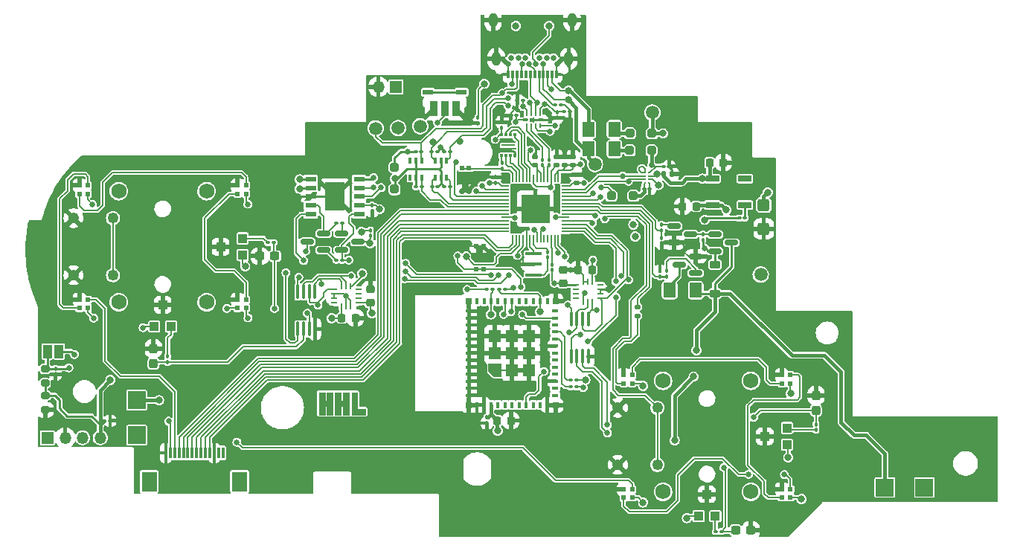
<source format=gbr>
G04 #@! TF.GenerationSoftware,KiCad,Pcbnew,7.0.6*
G04 #@! TF.CreationDate,2023-09-07T00:04:05-07:00*
G04 #@! TF.ProjectId,procon_gcc_main_pcb,70726f63-6f6e-45f6-9763-635f6d61696e,1*
G04 #@! TF.SameCoordinates,Original*
G04 #@! TF.FileFunction,Copper,L1,Top*
G04 #@! TF.FilePolarity,Positive*
%FSLAX46Y46*%
G04 Gerber Fmt 4.6, Leading zero omitted, Abs format (unit mm)*
G04 Created by KiCad (PCBNEW 7.0.6) date 2023-09-07 00:04:05*
%MOMM*%
%LPD*%
G01*
G04 APERTURE LIST*
G04 Aperture macros list*
%AMRoundRect*
0 Rectangle with rounded corners*
0 $1 Rounding radius*
0 $2 $3 $4 $5 $6 $7 $8 $9 X,Y pos of 4 corners*
0 Add a 4 corners polygon primitive as box body*
4,1,4,$2,$3,$4,$5,$6,$7,$8,$9,$2,$3,0*
0 Add four circle primitives for the rounded corners*
1,1,$1+$1,$2,$3*
1,1,$1+$1,$4,$5*
1,1,$1+$1,$6,$7*
1,1,$1+$1,$8,$9*
0 Add four rect primitives between the rounded corners*
20,1,$1+$1,$2,$3,$4,$5,0*
20,1,$1+$1,$4,$5,$6,$7,0*
20,1,$1+$1,$6,$7,$8,$9,0*
20,1,$1+$1,$8,$9,$2,$3,0*%
%AMFreePoly0*
4,1,15,-0.124998,0.730000,0.725000,0.730000,0.728536,0.728536,0.730000,0.725000,0.730000,-0.725000,0.728536,-0.728536,0.725000,-0.730000,-0.725000,-0.730000,-0.728536,-0.728536,-0.730000,-0.725000,-0.730001,0.125000,-0.728536,0.128536,-0.128536,0.728536,-0.125000,0.730001,-0.124998,0.730000,-0.124998,0.730000,$1*%
%AMFreePoly1*
4,1,13,0.900000,0.500000,2.600000,0.500000,2.600000,-0.500000,0.900000,-0.500000,0.400000,-1.000000,-0.400000,-1.000000,-0.900000,-0.500000,-2.600000,-0.500000,-2.600000,0.500000,-0.900000,0.500000,-0.400000,1.000000,0.400000,1.000000,0.900000,0.500000,0.900000,0.500000,$1*%
G04 Aperture macros list end*
G04 #@! TA.AperFunction,EtchedComponent*
%ADD10C,0.050000*%
G04 #@! TD*
G04 #@! TA.AperFunction,SMDPad,CuDef*
%ADD11RoundRect,0.100000X0.130000X0.100000X-0.130000X0.100000X-0.130000X-0.100000X0.130000X-0.100000X0*%
G04 #@! TD*
G04 #@! TA.AperFunction,SMDPad,CuDef*
%ADD12R,0.950000X1.700000*%
G04 #@! TD*
G04 #@! TA.AperFunction,SMDPad,CuDef*
%ADD13R,0.900000X1.700000*%
G04 #@! TD*
G04 #@! TA.AperFunction,SMDPad,CuDef*
%ADD14R,1.200000X0.600000*%
G04 #@! TD*
G04 #@! TA.AperFunction,SMDPad,CuDef*
%ADD15R,1.000000X1.000000*%
G04 #@! TD*
G04 #@! TA.AperFunction,SMDPad,CuDef*
%ADD16RoundRect,0.100000X0.100000X-0.130000X0.100000X0.130000X-0.100000X0.130000X-0.100000X-0.130000X0*%
G04 #@! TD*
G04 #@! TA.AperFunction,SMDPad,CuDef*
%ADD17RoundRect,0.100000X-0.100000X0.130000X-0.100000X-0.130000X0.100000X-0.130000X0.100000X0.130000X0*%
G04 #@! TD*
G04 #@! TA.AperFunction,SMDPad,CuDef*
%ADD18RoundRect,0.250000X0.250000X0.250000X-0.250000X0.250000X-0.250000X-0.250000X0.250000X-0.250000X0*%
G04 #@! TD*
G04 #@! TA.AperFunction,SMDPad,CuDef*
%ADD19R,0.550000X0.550000*%
G04 #@! TD*
G04 #@! TA.AperFunction,SMDPad,CuDef*
%ADD20RoundRect,0.225000X-0.375000X0.225000X-0.375000X-0.225000X0.375000X-0.225000X0.375000X0.225000X0*%
G04 #@! TD*
G04 #@! TA.AperFunction,SMDPad,CuDef*
%ADD21RoundRect,0.225000X-0.250000X0.225000X-0.250000X-0.225000X0.250000X-0.225000X0.250000X0.225000X0*%
G04 #@! TD*
G04 #@! TA.AperFunction,SMDPad,CuDef*
%ADD22RoundRect,0.140000X0.140000X0.170000X-0.140000X0.170000X-0.140000X-0.170000X0.140000X-0.170000X0*%
G04 #@! TD*
G04 #@! TA.AperFunction,SMDPad,CuDef*
%ADD23RoundRect,0.100000X0.100000X-0.712500X0.100000X0.712500X-0.100000X0.712500X-0.100000X-0.712500X0*%
G04 #@! TD*
G04 #@! TA.AperFunction,SMDPad,CuDef*
%ADD24RoundRect,0.237500X-0.237500X0.300000X-0.237500X-0.300000X0.237500X-0.300000X0.237500X0.300000X0*%
G04 #@! TD*
G04 #@! TA.AperFunction,SMDPad,CuDef*
%ADD25R,0.400000X0.650000*%
G04 #@! TD*
G04 #@! TA.AperFunction,SMDPad,CuDef*
%ADD26RoundRect,0.135000X0.185000X-0.135000X0.185000X0.135000X-0.185000X0.135000X-0.185000X-0.135000X0*%
G04 #@! TD*
G04 #@! TA.AperFunction,SMDPad,CuDef*
%ADD27RoundRect,0.100000X-0.130000X-0.100000X0.130000X-0.100000X0.130000X0.100000X-0.130000X0.100000X0*%
G04 #@! TD*
G04 #@! TA.AperFunction,SMDPad,CuDef*
%ADD28RoundRect,0.237500X0.300000X0.237500X-0.300000X0.237500X-0.300000X-0.237500X0.300000X-0.237500X0*%
G04 #@! TD*
G04 #@! TA.AperFunction,SMDPad,CuDef*
%ADD29RoundRect,0.250001X0.462499X0.624999X-0.462499X0.624999X-0.462499X-0.624999X0.462499X-0.624999X0*%
G04 #@! TD*
G04 #@! TA.AperFunction,SMDPad,CuDef*
%ADD30RoundRect,0.150000X0.587500X0.150000X-0.587500X0.150000X-0.587500X-0.150000X0.587500X-0.150000X0*%
G04 #@! TD*
G04 #@! TA.AperFunction,ComponentPad*
%ADD31R,2.000000X2.000000*%
G04 #@! TD*
G04 #@! TA.AperFunction,SMDPad,CuDef*
%ADD32RoundRect,0.050000X-0.387500X-0.050000X0.387500X-0.050000X0.387500X0.050000X-0.387500X0.050000X0*%
G04 #@! TD*
G04 #@! TA.AperFunction,SMDPad,CuDef*
%ADD33RoundRect,0.050000X-0.050000X-0.387500X0.050000X-0.387500X0.050000X0.387500X-0.050000X0.387500X0*%
G04 #@! TD*
G04 #@! TA.AperFunction,SMDPad,CuDef*
%ADD34R,3.200000X3.200000*%
G04 #@! TD*
G04 #@! TA.AperFunction,SMDPad,CuDef*
%ADD35C,1.500000*%
G04 #@! TD*
G04 #@! TA.AperFunction,SMDPad,CuDef*
%ADD36R,0.400000X0.800000*%
G04 #@! TD*
G04 #@! TA.AperFunction,SMDPad,CuDef*
%ADD37R,0.800000X0.400000*%
G04 #@! TD*
G04 #@! TA.AperFunction,SMDPad,CuDef*
%ADD38R,1.450000X1.450000*%
G04 #@! TD*
G04 #@! TA.AperFunction,SMDPad,CuDef*
%ADD39R,0.700000X0.700000*%
G04 #@! TD*
G04 #@! TA.AperFunction,SMDPad,CuDef*
%ADD40FreePoly0,90.000000*%
G04 #@! TD*
G04 #@! TA.AperFunction,SMDPad,CuDef*
%ADD41RoundRect,0.140000X0.170000X-0.140000X0.170000X0.140000X-0.170000X0.140000X-0.170000X-0.140000X0*%
G04 #@! TD*
G04 #@! TA.AperFunction,SMDPad,CuDef*
%ADD42RoundRect,0.250000X-0.250000X-0.250000X0.250000X-0.250000X0.250000X0.250000X-0.250000X0.250000X0*%
G04 #@! TD*
G04 #@! TA.AperFunction,SMDPad,CuDef*
%ADD43R,1.500000X0.700000*%
G04 #@! TD*
G04 #@! TA.AperFunction,SMDPad,CuDef*
%ADD44FreePoly1,180.000000*%
G04 #@! TD*
G04 #@! TA.AperFunction,SMDPad,CuDef*
%ADD45RoundRect,0.225000X0.225000X0.250000X-0.225000X0.250000X-0.225000X-0.250000X0.225000X-0.250000X0*%
G04 #@! TD*
G04 #@! TA.AperFunction,SMDPad,CuDef*
%ADD46RoundRect,0.150000X-0.587500X-0.150000X0.587500X-0.150000X0.587500X0.150000X-0.587500X0.150000X0*%
G04 #@! TD*
G04 #@! TA.AperFunction,SMDPad,CuDef*
%ADD47C,0.230000*%
G04 #@! TD*
G04 #@! TA.AperFunction,SMDPad,CuDef*
%ADD48R,0.300000X0.400000*%
G04 #@! TD*
G04 #@! TA.AperFunction,HeatsinkPad*
%ADD49R,1.600000X0.200000*%
G04 #@! TD*
G04 #@! TA.AperFunction,SMDPad,CuDef*
%ADD50RoundRect,0.237500X-0.300000X-0.237500X0.300000X-0.237500X0.300000X0.237500X-0.300000X0.237500X0*%
G04 #@! TD*
G04 #@! TA.AperFunction,SMDPad,CuDef*
%ADD51RoundRect,0.250000X-0.425000X0.450000X-0.425000X-0.450000X0.425000X-0.450000X0.425000X0.450000X0*%
G04 #@! TD*
G04 #@! TA.AperFunction,SMDPad,CuDef*
%ADD52R,1.000000X1.500000*%
G04 #@! TD*
G04 #@! TA.AperFunction,ComponentPad*
%ADD53R,1.350000X1.350000*%
G04 #@! TD*
G04 #@! TA.AperFunction,ComponentPad*
%ADD54O,1.350000X1.350000*%
G04 #@! TD*
G04 #@! TA.AperFunction,SMDPad,CuDef*
%ADD55R,1.900000X0.400000*%
G04 #@! TD*
G04 #@! TA.AperFunction,SMDPad,CuDef*
%ADD56RoundRect,0.225000X-0.225000X-0.250000X0.225000X-0.250000X0.225000X0.250000X-0.225000X0.250000X0*%
G04 #@! TD*
G04 #@! TA.AperFunction,SMDPad,CuDef*
%ADD57R,1.300000X0.600000*%
G04 #@! TD*
G04 #@! TA.AperFunction,HeatsinkPad*
%ADD58R,2.300000X3.200000*%
G04 #@! TD*
G04 #@! TA.AperFunction,ComponentPad*
%ADD59C,1.750000*%
G04 #@! TD*
G04 #@! TA.AperFunction,ComponentPad*
%ADD60C,1.250000*%
G04 #@! TD*
G04 #@! TA.AperFunction,SMDPad,CuDef*
%ADD61R,0.500000X0.550000*%
G04 #@! TD*
G04 #@! TA.AperFunction,SMDPad,CuDef*
%ADD62RoundRect,0.140000X-0.170000X0.140000X-0.170000X-0.140000X0.170000X-0.140000X0.170000X0.140000X0*%
G04 #@! TD*
G04 #@! TA.AperFunction,SMDPad,CuDef*
%ADD63R,0.300000X1.300000*%
G04 #@! TD*
G04 #@! TA.AperFunction,SMDPad,CuDef*
%ADD64R,1.800000X2.200000*%
G04 #@! TD*
G04 #@! TA.AperFunction,SMDPad,CuDef*
%ADD65RoundRect,0.200000X0.275000X-0.200000X0.275000X0.200000X-0.275000X0.200000X-0.275000X-0.200000X0*%
G04 #@! TD*
G04 #@! TA.AperFunction,SMDPad,CuDef*
%ADD66R,0.300000X0.900000*%
G04 #@! TD*
G04 #@! TA.AperFunction,ComponentPad*
%ADD67C,0.650000*%
G04 #@! TD*
G04 #@! TA.AperFunction,ComponentPad*
%ADD68O,1.000000X1.600000*%
G04 #@! TD*
G04 #@! TA.AperFunction,SMDPad,CuDef*
%ADD69RoundRect,0.050000X0.075000X-0.225000X0.075000X0.225000X-0.075000X0.225000X-0.075000X-0.225000X0*%
G04 #@! TD*
G04 #@! TA.AperFunction,SMDPad,CuDef*
%ADD70RoundRect,0.050000X0.050000X-0.225000X0.050000X0.225000X-0.050000X0.225000X-0.050000X-0.225000X0*%
G04 #@! TD*
G04 #@! TA.AperFunction,SMDPad,CuDef*
%ADD71RoundRect,0.050000X0.250000X-0.100000X0.250000X0.100000X-0.250000X0.100000X-0.250000X-0.100000X0*%
G04 #@! TD*
G04 #@! TA.AperFunction,SMDPad,CuDef*
%ADD72R,0.745000X0.280000*%
G04 #@! TD*
G04 #@! TA.AperFunction,SMDPad,CuDef*
%ADD73R,0.280000X0.745000*%
G04 #@! TD*
G04 #@! TA.AperFunction,SMDPad,CuDef*
%ADD74RoundRect,0.250000X-0.250000X0.250000X-0.250000X-0.250000X0.250000X-0.250000X0.250000X0.250000X0*%
G04 #@! TD*
G04 #@! TA.AperFunction,ViaPad*
%ADD75C,0.800000*%
G04 #@! TD*
G04 #@! TA.AperFunction,ViaPad*
%ADD76C,0.650000*%
G04 #@! TD*
G04 #@! TA.AperFunction,Conductor*
%ADD77C,0.250000*%
G04 #@! TD*
G04 #@! TA.AperFunction,Conductor*
%ADD78C,0.200000*%
G04 #@! TD*
G04 #@! TA.AperFunction,Conductor*
%ADD79C,0.150000*%
G04 #@! TD*
G04 #@! TA.AperFunction,Conductor*
%ADD80C,0.400000*%
G04 #@! TD*
G04 APERTURE END LIST*
D10*
X118516029Y-136903898D02*
X119469984Y-136903898D01*
X119469984Y-137573267D01*
X117883370Y-137573267D01*
X117883370Y-135020095D01*
X118516029Y-135020095D01*
X118516029Y-136903898D01*
G04 #@! TA.AperFunction,EtchedComponent*
G36*
X118516029Y-136903898D02*
G01*
X119469984Y-136903898D01*
X119469984Y-137573267D01*
X117883370Y-137573267D01*
X117883370Y-135020095D01*
X118516029Y-135020095D01*
X118516029Y-136903898D01*
G37*
G04 #@! TD.AperFunction*
X115750266Y-137573267D02*
X115069405Y-137573267D01*
X115069405Y-136605145D01*
X114829749Y-136605145D01*
X114829749Y-137573267D01*
X114144449Y-137573267D01*
X114144449Y-135020615D01*
X114827463Y-135020095D01*
X114827463Y-135942897D01*
X115069405Y-135942897D01*
X115069405Y-135020095D01*
X115750266Y-135020095D01*
X115750266Y-137573267D01*
G04 #@! TA.AperFunction,EtchedComponent*
G36*
X115750266Y-137573267D02*
G01*
X115069405Y-137573267D01*
X115069405Y-136605145D01*
X114829749Y-136605145D01*
X114829749Y-137573267D01*
X114144449Y-137573267D01*
X114144449Y-135020615D01*
X114827463Y-135020095D01*
X114827463Y-135942897D01*
X115069405Y-135942897D01*
X115069405Y-135020095D01*
X115750266Y-135020095D01*
X115750266Y-137573267D01*
G37*
G04 #@! TD.AperFunction*
X117600266Y-137573267D02*
X116919405Y-137573267D01*
X116919405Y-136605145D01*
X116679749Y-136605145D01*
X116679749Y-137573267D01*
X115994449Y-137573267D01*
X115994449Y-135020615D01*
X116677463Y-135020095D01*
X116677463Y-135942897D01*
X116919405Y-135942897D01*
X116919405Y-135020095D01*
X117600266Y-135020095D01*
X117600266Y-137573267D01*
G04 #@! TA.AperFunction,EtchedComponent*
G36*
X117600266Y-137573267D02*
G01*
X116919405Y-137573267D01*
X116919405Y-136605145D01*
X116679749Y-136605145D01*
X116679749Y-137573267D01*
X115994449Y-137573267D01*
X115994449Y-135020615D01*
X116677463Y-135020095D01*
X116677463Y-135942897D01*
X116919405Y-135942897D01*
X116919405Y-135020095D01*
X117600266Y-135020095D01*
X117600266Y-137573267D01*
G37*
G04 #@! TD.AperFunction*
D11*
X90390011Y-138245882D03*
X89750011Y-138245882D03*
D12*
X127208519Y-102740000D03*
D13*
X128483519Y-102740000D03*
D12*
X129758519Y-102740000D03*
D14*
X126583519Y-100840000D03*
X130383519Y-100840000D03*
D15*
X105477000Y-119382600D03*
X105477000Y-117482600D03*
X102977000Y-118432600D03*
D16*
X153166600Y-116563800D03*
X153166600Y-115923800D03*
D17*
X139611100Y-108543094D03*
X139611100Y-109183094D03*
D18*
X152024400Y-107467400D03*
X149524400Y-107467400D03*
D19*
X166845200Y-133997000D03*
X167795200Y-133997000D03*
X167795200Y-133047000D03*
X166845200Y-133047000D03*
D20*
X159237200Y-120476000D03*
X159237200Y-123776000D03*
D21*
X120018689Y-123258755D03*
X120018689Y-124808755D03*
D16*
X153725400Y-121836400D03*
X153725400Y-121196400D03*
D22*
X154356400Y-110163000D03*
X153396400Y-110163000D03*
D16*
X170739623Y-139288477D03*
X170739623Y-138648477D03*
D23*
X111750200Y-127791700D03*
X112400200Y-127791700D03*
X113050200Y-127791700D03*
X113700200Y-127791700D03*
X113700200Y-123566700D03*
X113050200Y-123566700D03*
X112400200Y-123566700D03*
X111750200Y-123566700D03*
D24*
X95317457Y-130017891D03*
X95317457Y-131742891D03*
D25*
X124546600Y-110556100D03*
X125196600Y-110556100D03*
X125846600Y-110556100D03*
X125846600Y-108656100D03*
X125196600Y-108656100D03*
X124546600Y-108656100D03*
D26*
X150418800Y-126290800D03*
X150418800Y-125270800D03*
D27*
X142807000Y-133583600D03*
X143447000Y-133583600D03*
D28*
X163312504Y-150698757D03*
X161587504Y-150698757D03*
D19*
X86902000Y-112407600D03*
X87852000Y-112407600D03*
X87852000Y-111457600D03*
X86902000Y-111457600D03*
D29*
X147791500Y-107289600D03*
X144816500Y-107289600D03*
D11*
X127660800Y-111612700D03*
X127020800Y-111612700D03*
D30*
X157025100Y-121450400D03*
X157025100Y-119550400D03*
X155150100Y-120500400D03*
D16*
X134950900Y-104884294D03*
X134950900Y-104244294D03*
D31*
X183062000Y-145848750D03*
D32*
X135348200Y-111508094D03*
X135348200Y-111908094D03*
X135348200Y-112308094D03*
X135348200Y-112708094D03*
X135348200Y-113108094D03*
X135348200Y-113508094D03*
X135348200Y-113908094D03*
X135348200Y-114308094D03*
X135348200Y-114708094D03*
X135348200Y-115108094D03*
X135348200Y-115508094D03*
X135348200Y-115908094D03*
X135348200Y-116308094D03*
X135348200Y-116708094D03*
D33*
X136185700Y-117545594D03*
X136585700Y-117545594D03*
X136985700Y-117545594D03*
X137385700Y-117545594D03*
X137785700Y-117545594D03*
X138185700Y-117545594D03*
X138585700Y-117545594D03*
X138985700Y-117545594D03*
X139385700Y-117545594D03*
X139785700Y-117545594D03*
X140185700Y-117545594D03*
X140585700Y-117545594D03*
X140985700Y-117545594D03*
X141385700Y-117545594D03*
D32*
X142223200Y-116708094D03*
X142223200Y-116308094D03*
X142223200Y-115908094D03*
X142223200Y-115508094D03*
X142223200Y-115108094D03*
X142223200Y-114708094D03*
X142223200Y-114308094D03*
X142223200Y-113908094D03*
X142223200Y-113508094D03*
X142223200Y-113108094D03*
X142223200Y-112708094D03*
X142223200Y-112308094D03*
X142223200Y-111908094D03*
X142223200Y-111508094D03*
D33*
X141385700Y-110670594D03*
X140985700Y-110670594D03*
X140585700Y-110670594D03*
X140185700Y-110670594D03*
X139785700Y-110670594D03*
X139385700Y-110670594D03*
X138985700Y-110670594D03*
X138585700Y-110670594D03*
X138185700Y-110670594D03*
X137785700Y-110670594D03*
X137385700Y-110670594D03*
X136985700Y-110670594D03*
X136585700Y-110670594D03*
X136185700Y-110670594D03*
D34*
X138785700Y-114108094D03*
D19*
X104902000Y-125407600D03*
X105852000Y-125407600D03*
X105852000Y-124457600D03*
X104902000Y-124457600D03*
D35*
X145567400Y-109016800D03*
D36*
X132144200Y-136448800D03*
X132944200Y-136448800D03*
X133744200Y-136448800D03*
X134544200Y-136448800D03*
X135344200Y-136448800D03*
X136144200Y-136448800D03*
X136944200Y-136448800D03*
X137744200Y-136448800D03*
X138544200Y-136448800D03*
X139344200Y-136448800D03*
X140144200Y-136448800D03*
D37*
X141044200Y-135348800D03*
X141044200Y-134548800D03*
X141044200Y-133748800D03*
X141044200Y-132948800D03*
X141044200Y-132148800D03*
X141044200Y-131348800D03*
X141044200Y-130548800D03*
X141044200Y-129748800D03*
X141044200Y-128948800D03*
X141044200Y-128148800D03*
X141044200Y-127348800D03*
X141044200Y-126548800D03*
X141044200Y-125748800D03*
D36*
X140144200Y-124648800D03*
X139344200Y-124648800D03*
X138544200Y-124648800D03*
X137744200Y-124648800D03*
X136944200Y-124648800D03*
X136144200Y-124648800D03*
X135344200Y-124648800D03*
X134544200Y-124648800D03*
X133744200Y-124648800D03*
X132944200Y-124648800D03*
X132144200Y-124648800D03*
D37*
X131244200Y-125748800D03*
X131244200Y-126548800D03*
X131244200Y-127348800D03*
X131244200Y-128148800D03*
X131244200Y-128948800D03*
X131244200Y-129748800D03*
X131244200Y-130548800D03*
X131244200Y-131348800D03*
X131244200Y-132148800D03*
X131244200Y-132948800D03*
X131244200Y-133748800D03*
X131244200Y-134548800D03*
X131244200Y-135348800D03*
D38*
X136144200Y-130548800D03*
D39*
X131194200Y-124598800D03*
X141094200Y-124598800D03*
X141094200Y-136498800D03*
X131194200Y-136498800D03*
D38*
X136144200Y-132498800D03*
X138094200Y-132498800D03*
X138094200Y-130548800D03*
X138094200Y-128598800D03*
X136144200Y-128598800D03*
X134194200Y-128598800D03*
X134194200Y-130548800D03*
D40*
X134194200Y-132498800D03*
D41*
X142151100Y-109137294D03*
X142151100Y-108177294D03*
D27*
X125206800Y-111612700D03*
X125846800Y-111612700D03*
D42*
X147441600Y-112649000D03*
X149941600Y-112649000D03*
D29*
X147791500Y-105054400D03*
X144816500Y-105054400D03*
D31*
X93413992Y-139903200D03*
D18*
X152049800Y-105537000D03*
X149549800Y-105537000D03*
D16*
X134251700Y-111164294D03*
X134251700Y-110524294D03*
D35*
X123164600Y-104927400D03*
D17*
X141274800Y-103108800D03*
X141274800Y-103748800D03*
D27*
X125181400Y-107599500D03*
X125821400Y-107599500D03*
D11*
X143447000Y-134396400D03*
X142807000Y-134396400D03*
D17*
X152963400Y-121196400D03*
X152963400Y-121836400D03*
D27*
X116143023Y-119981101D03*
X116783023Y-119981101D03*
D43*
X162636200Y-113693200D03*
D44*
X160786200Y-112193200D03*
D43*
X162636200Y-110693200D03*
X158936200Y-110693200D03*
X158936200Y-113693200D03*
D45*
X118314100Y-126547002D03*
X116764100Y-126547002D03*
D15*
X157370200Y-149122000D03*
X159270200Y-149122000D03*
X158320200Y-146622000D03*
D29*
X157041700Y-123393200D03*
X154066700Y-123393200D03*
D46*
X154565900Y-116070600D03*
X154565900Y-117970600D03*
X156440900Y-117020600D03*
D17*
X140322300Y-108543094D03*
X140322300Y-109183094D03*
D47*
X151288800Y-109969400D03*
X151688800Y-109969400D03*
X151288800Y-110369400D03*
X151688800Y-110369400D03*
X151288800Y-110769400D03*
X151688800Y-110769400D03*
X151288800Y-111169400D03*
X151688800Y-111169400D03*
D48*
X134949500Y-108081894D03*
X135449500Y-108081894D03*
X135949500Y-108081894D03*
X136449500Y-108081894D03*
X136449500Y-105681894D03*
X135949500Y-105681894D03*
X135449500Y-105681894D03*
X134949500Y-105681894D03*
D49*
X135699500Y-106881894D03*
D50*
X107418809Y-119497056D03*
X109143809Y-119497056D03*
D27*
X142072400Y-103073200D03*
X142712400Y-103073200D03*
D51*
X164774000Y-113688000D03*
X164774000Y-116388000D03*
D19*
X148845200Y-146997000D03*
X149795200Y-146997000D03*
X149795200Y-146047000D03*
X148845200Y-146047000D03*
D46*
X116744723Y-116922901D03*
X116744723Y-118822901D03*
X118619723Y-117872901D03*
D52*
X83271600Y-130352800D03*
X84571600Y-130352800D03*
D21*
X141938323Y-121038129D03*
X141938323Y-122588129D03*
D53*
X83274400Y-140182600D03*
D54*
X85274400Y-140182600D03*
X87274400Y-140182600D03*
X89274400Y-140182600D03*
D27*
X136738400Y-101752400D03*
X137378400Y-101752400D03*
D16*
X134975600Y-109564094D03*
X134975600Y-108924094D03*
D27*
X116132423Y-115764701D03*
X116772423Y-115764701D03*
D55*
X138595100Y-119236494D03*
X138595100Y-120436494D03*
X138595100Y-121636494D03*
D41*
X143471900Y-111197294D03*
X143471900Y-110237294D03*
D19*
X104902000Y-112407600D03*
X105852000Y-112407600D03*
X105852000Y-111457600D03*
X104902000Y-111457600D03*
D11*
X136641800Y-103505000D03*
X136001800Y-103505000D03*
D56*
X134454600Y-138226800D03*
X136004600Y-138226800D03*
D24*
X170738456Y-135352081D03*
X170738456Y-137077081D03*
D17*
X84175600Y-132329400D03*
X84175600Y-132969400D03*
D19*
X166845200Y-146997000D03*
X167795200Y-146997000D03*
X167795200Y-146047000D03*
X166845200Y-146047000D03*
D25*
X127391400Y-110556100D03*
X128041400Y-110556100D03*
X128691400Y-110556100D03*
X128691400Y-108656100D03*
X128041400Y-108656100D03*
X127391400Y-108656100D03*
D57*
X113227302Y-110726102D03*
X113227302Y-111726102D03*
X113227302Y-112726102D03*
X113227302Y-113726102D03*
X113227302Y-114726102D03*
X118727302Y-114726102D03*
X118727302Y-113726102D03*
X118727302Y-112726102D03*
X118727302Y-111726102D03*
X118727302Y-110726102D03*
D58*
X115977302Y-112726102D03*
D27*
X159325629Y-150847756D03*
X159965629Y-150847756D03*
D59*
X153320200Y-133697000D03*
X153320200Y-146347000D03*
X163320200Y-133697000D03*
X163320200Y-146347000D03*
D60*
X152670200Y-136772000D03*
X152670200Y-143272000D03*
X148170200Y-136772000D03*
X148170200Y-143272000D03*
D30*
X114708123Y-118822901D03*
X114708123Y-116922901D03*
X112833123Y-117872901D03*
D11*
X133873200Y-123266200D03*
X133233200Y-123266200D03*
D61*
X130435400Y-112119800D03*
X131235400Y-112119800D03*
X130435400Y-109469800D03*
X131235400Y-109469800D03*
D15*
X95427000Y-127532600D03*
X97327000Y-127532600D03*
X96377000Y-125032600D03*
D27*
X108365401Y-117977059D03*
X109005401Y-117977059D03*
D56*
X143678194Y-121060800D03*
X145228194Y-121060800D03*
D62*
X143065500Y-108177294D03*
X143065500Y-109137294D03*
D27*
X153353200Y-109274000D03*
X153993200Y-109274000D03*
D16*
X140703300Y-121121094D03*
X140703300Y-120481094D03*
D17*
X120225902Y-113736302D03*
X120225902Y-114376302D03*
D62*
X138747500Y-108179894D03*
X138747500Y-109139894D03*
D53*
X122920000Y-100228400D03*
D54*
X120920000Y-100228400D03*
D35*
X120599200Y-104952800D03*
D62*
X141236700Y-108179894D03*
X141236700Y-109139894D03*
D63*
X96741205Y-141917846D03*
X97241205Y-141917846D03*
X97741205Y-141917846D03*
X98241205Y-141917846D03*
X98741205Y-141917846D03*
X99241205Y-141917846D03*
X99741205Y-141917846D03*
X100241205Y-141917846D03*
X100741205Y-141917846D03*
X101241205Y-141917846D03*
X101741205Y-141917846D03*
X102241205Y-141917846D03*
X102741205Y-141917846D03*
X103241205Y-141917846D03*
D64*
X94841205Y-145167846D03*
X105141205Y-145167846D03*
D46*
X159237200Y-117025600D03*
X159237200Y-118925600D03*
X161112200Y-117975600D03*
D35*
X152095200Y-103149400D03*
X125679200Y-104724200D03*
D65*
X83007200Y-133971800D03*
X83007200Y-132321800D03*
D11*
X127624800Y-107599500D03*
X126984800Y-107599500D03*
D66*
X141210000Y-98835000D03*
X140710000Y-98835000D03*
X140210000Y-98835000D03*
X139710000Y-98835000D03*
X139210000Y-98835000D03*
X138710000Y-98835000D03*
X138210000Y-98835000D03*
X137710000Y-98835000D03*
X137210000Y-98835000D03*
X136710000Y-98835000D03*
X136210000Y-98835000D03*
X135710000Y-98835000D03*
D67*
X135660000Y-97625000D03*
X136060000Y-96925000D03*
X136860000Y-96925000D03*
X137260000Y-97625000D03*
X137660000Y-96925000D03*
X138060000Y-97625000D03*
X138860000Y-97625000D03*
X139260000Y-96925000D03*
X139660000Y-97625000D03*
X140060000Y-96925000D03*
X140860000Y-96925000D03*
X141260000Y-97625000D03*
D68*
X142950000Y-92635000D03*
X142590000Y-97025000D03*
X134330000Y-97025000D03*
X133970000Y-92635000D03*
D69*
X137807000Y-104688000D03*
D70*
X138307000Y-104688000D03*
X138807000Y-104688000D03*
D69*
X139307000Y-104688000D03*
D71*
X139457000Y-104013000D03*
D69*
X139307000Y-103338000D03*
D70*
X138807000Y-103338000D03*
X138307000Y-103338000D03*
D69*
X137807000Y-103338000D03*
D71*
X137657000Y-104013000D03*
D23*
X142865200Y-130915900D03*
X143515200Y-130915900D03*
X144165200Y-130915900D03*
X144815200Y-130915900D03*
X144815200Y-126690900D03*
X144165200Y-126690900D03*
X143515200Y-126690900D03*
X142865200Y-126690900D03*
D61*
X132861000Y-118385200D03*
X132061000Y-118385200D03*
X132861000Y-121035200D03*
X132061000Y-121035200D03*
D27*
X128432600Y-107599500D03*
X129072600Y-107599500D03*
D16*
X140220700Y-119664294D03*
X140220700Y-119024294D03*
D17*
X96933652Y-130932363D03*
X96933652Y-131572363D03*
D16*
X133248400Y-138521400D03*
X133248400Y-137881400D03*
D19*
X86902000Y-125407600D03*
X87852000Y-125407600D03*
X87852000Y-124457600D03*
X86902000Y-124457600D03*
D72*
X146159800Y-124295600D03*
X146159800Y-123795600D03*
X146159800Y-123295600D03*
X146159800Y-122795600D03*
D73*
X145261800Y-122397600D03*
X144761800Y-122397600D03*
X144261800Y-122397600D03*
D72*
X143363800Y-122795600D03*
X143363800Y-123295600D03*
X143363800Y-123795600D03*
X143363800Y-124295600D03*
D73*
X144261800Y-124693600D03*
X144761800Y-124693600D03*
X145261800Y-124693600D03*
D27*
X128443200Y-111612700D03*
X129083200Y-111612700D03*
X151143400Y-111864800D03*
X151783400Y-111864800D03*
D17*
X157840200Y-117030800D03*
X157840200Y-117670800D03*
D72*
X115841200Y-123303600D03*
X115841200Y-123803600D03*
X115841200Y-124303600D03*
X115841200Y-124803600D03*
D73*
X116739200Y-125201600D03*
X117239200Y-125201600D03*
X117739200Y-125201600D03*
D72*
X118637200Y-124803600D03*
X118637200Y-124303600D03*
X118637200Y-123803600D03*
X118637200Y-123303600D03*
D73*
X117739200Y-122905600D03*
X117239200Y-122905600D03*
X116739200Y-122905600D03*
D17*
X132257800Y-103718400D03*
X132257800Y-104358400D03*
D59*
X91377000Y-112107600D03*
X91377000Y-124757600D03*
X101377000Y-112107600D03*
X101377000Y-124757600D03*
D60*
X90727000Y-115182600D03*
X90727000Y-121682600D03*
X86227000Y-115182600D03*
X86227000Y-121682600D03*
D45*
X160185400Y-108864400D03*
X158635400Y-108864400D03*
D74*
X122758200Y-109392400D03*
X122758200Y-111892400D03*
D15*
X167420200Y-140972000D03*
X167420200Y-139072000D03*
X164920200Y-140022000D03*
D65*
X83007200Y-137007600D03*
X83007200Y-135357600D03*
D11*
X162626000Y-115163600D03*
X161986000Y-115163600D03*
D19*
X148845200Y-133997000D03*
X149795200Y-133997000D03*
X149795200Y-133047000D03*
X148845200Y-133047000D03*
D16*
X153166600Y-118037000D03*
X153166600Y-117397000D03*
D31*
X93413992Y-135909304D03*
X178562000Y-145848750D03*
D45*
X157086600Y-113842800D03*
X155536600Y-113842800D03*
D35*
X164439600Y-121589800D03*
D27*
X141056400Y-102311200D03*
X141696400Y-102311200D03*
D17*
X120019023Y-116562301D03*
X120019023Y-117202301D03*
D11*
X135346400Y-123266200D03*
X134706400Y-123266200D03*
D75*
X120192800Y-125984000D03*
D76*
X142494000Y-125095000D03*
D75*
X156032200Y-149326600D03*
X160528000Y-114249200D03*
D76*
X136296400Y-123139200D03*
D75*
X167843200Y-135153400D03*
D76*
X140926929Y-122588129D03*
X120396000Y-110566200D03*
D75*
X169062400Y-147167600D03*
D76*
X111861600Y-121920000D03*
D75*
X134493000Y-139395200D03*
X119006702Y-116774102D03*
D76*
X136448800Y-115112800D03*
X106095800Y-126542800D03*
X138208690Y-107452022D03*
X94157800Y-127660400D03*
X138620500Y-116483094D03*
D75*
X122783600Y-110693200D03*
D76*
X144297400Y-111201200D03*
D75*
X151053800Y-147548600D03*
D76*
X145313400Y-119964200D03*
D75*
X153314400Y-105537000D03*
X165227000Y-112242600D03*
D76*
X88519000Y-126568200D03*
X106070400Y-113588800D03*
X134213600Y-106222800D03*
X88392000Y-113614200D03*
X133553200Y-111150400D03*
D75*
X115595400Y-126568200D03*
X167563800Y-142417800D03*
X105765600Y-120675400D03*
X121031000Y-114173000D03*
D76*
X136555272Y-104215215D03*
X141122400Y-115062000D03*
X97053400Y-138303000D03*
X131013200Y-123317000D03*
X143891000Y-109042200D03*
D75*
X151053800Y-134289800D03*
D76*
X142824200Y-121038129D03*
X137072363Y-121131594D03*
X96520000Y-139039600D03*
D75*
X155651200Y-112217200D03*
X131191000Y-118135400D03*
D76*
X134277100Y-107339094D03*
X102412800Y-140462000D03*
X111836200Y-113030000D03*
X150266400Y-119405400D03*
X132892800Y-110591600D03*
X120421400Y-115366800D03*
X142138400Y-107492800D03*
X140588129Y-103784400D03*
X138988800Y-122834400D03*
X153238200Y-119176800D03*
X147040600Y-123240800D03*
X117246400Y-124079000D03*
D75*
X131394200Y-104241600D03*
D76*
X144297400Y-110109000D03*
X138214403Y-106526609D03*
X138785600Y-114096800D03*
D75*
X95961200Y-135915400D03*
X157124400Y-130225800D03*
X154635200Y-140487400D03*
X156794200Y-133223000D03*
D76*
X124231400Y-107599500D03*
X128016000Y-107091500D03*
D75*
X142570200Y-100660200D03*
D76*
X139661900Y-116432294D03*
X140552529Y-111680482D03*
X135661400Y-102387400D03*
X136093200Y-99923600D03*
D75*
X125722725Y-104956086D03*
X130199837Y-106444519D03*
X127177237Y-106529446D03*
X123215400Y-105206800D03*
D76*
X140589000Y-100482400D03*
X135686800Y-101523800D03*
X138105188Y-102039497D03*
D75*
X136575800Y-93294200D03*
D76*
X139802765Y-102180015D03*
X145338800Y-112369600D03*
X158055736Y-118612955D03*
D75*
X164401500Y-121678700D03*
X157784800Y-110693200D03*
X152657200Y-110163000D03*
X158055736Y-115366800D03*
D76*
X152027395Y-109166476D03*
D75*
X90424000Y-133604000D03*
X152784200Y-111407600D03*
D76*
X138957046Y-102068159D03*
D75*
X140360400Y-93294200D03*
D76*
X135026400Y-100965000D03*
D75*
X120599200Y-105257600D03*
X132969000Y-99872800D03*
D76*
X112852200Y-126009400D03*
X109093000Y-125476000D03*
X146989800Y-139623800D03*
X160248600Y-143586200D03*
X146989800Y-138709400D03*
X163626800Y-137845800D03*
X167132000Y-144373600D03*
X163042600Y-144348200D03*
X136753600Y-119430800D03*
X133705600Y-121640600D03*
X124028200Y-120319800D03*
X114054979Y-125077210D03*
X149387551Y-122193703D03*
X103657400Y-125476000D03*
X104825800Y-140690600D03*
X129794000Y-108762800D03*
X127641468Y-104273468D03*
X132723174Y-111472425D03*
X146253200Y-111709200D03*
X146685000Y-115239800D03*
X86309200Y-130708400D03*
X123948748Y-122066958D03*
X135813800Y-121640600D03*
D75*
X119075200Y-121488200D03*
D76*
X142113000Y-119532400D03*
X147955000Y-124206000D03*
X147929600Y-122377200D03*
X117830600Y-121793000D03*
X142671800Y-128168400D03*
X144754600Y-129235200D03*
X148590000Y-121793000D03*
X145745200Y-125628400D03*
X114477800Y-122707400D03*
X141325600Y-119151400D03*
X124028200Y-121259600D03*
X134569200Y-121666000D03*
X110413800Y-121412000D03*
X143891000Y-128447800D03*
X145585161Y-114913733D03*
X144373600Y-123698000D03*
X145294367Y-115729088D03*
D75*
X142544800Y-101727000D03*
D76*
X137367240Y-102463027D03*
X132089527Y-112088469D03*
X144221200Y-134467600D03*
X117551200Y-119964200D03*
D75*
X130911600Y-119557800D03*
D76*
X139750800Y-132638800D03*
D75*
X119983925Y-118022388D03*
D76*
X137337800Y-126161800D03*
X137160000Y-122986800D03*
X112649000Y-118922800D03*
X129971800Y-119481600D03*
D75*
X150164800Y-117271800D03*
D76*
X148767800Y-110369400D03*
D75*
X139344400Y-125831600D03*
D76*
X149377400Y-110972600D03*
D75*
X149936200Y-115900200D03*
X133731000Y-126136400D03*
D76*
X112420400Y-120015000D03*
D75*
X144475200Y-133578600D03*
D76*
X140470827Y-105311470D03*
D75*
X111963200Y-110777800D03*
D76*
X141058451Y-104693756D03*
D75*
X111963200Y-111827800D03*
D76*
X135991600Y-125857000D03*
X121234200Y-111709200D03*
X120370600Y-111658400D03*
X135153400Y-126136400D03*
X85699600Y-132232400D03*
X146174359Y-112798690D03*
D77*
X126583519Y-100840000D02*
X130383519Y-100840000D01*
X124175500Y-109606100D02*
X125196600Y-109606100D01*
D78*
X149795200Y-146997000D02*
X150502200Y-146997000D01*
X120018689Y-124808755D02*
X120018689Y-125809889D01*
D79*
X105852000Y-113370400D02*
X106070400Y-113588800D01*
D78*
X167795200Y-133997000D02*
X167795200Y-135105400D01*
X145228194Y-120049406D02*
X145313400Y-119964200D01*
D79*
X119218503Y-116562301D02*
X119006702Y-116774102D01*
D77*
X128041400Y-110556100D02*
X128041400Y-111210900D01*
X127812800Y-109606100D02*
X128041400Y-109377500D01*
D78*
X134950900Y-104884294D02*
X134950900Y-105680494D01*
X138747500Y-109139894D02*
X138985700Y-109378094D01*
D80*
X164774000Y-112695600D02*
X164774000Y-113688000D01*
X133248400Y-137881400D02*
X133390600Y-137881400D01*
D79*
X120019023Y-116562301D02*
X119218503Y-116562301D01*
D80*
X133744200Y-137516400D02*
X133749900Y-137522100D01*
D79*
X87852000Y-125901200D02*
X88519000Y-126568200D01*
D78*
X142151100Y-109137294D02*
X143065500Y-109137294D01*
D79*
X97241205Y-138490805D02*
X97053400Y-138303000D01*
D78*
X156236800Y-149122000D02*
X157370200Y-149122000D01*
D77*
X128041400Y-111210900D02*
X128443200Y-111612700D01*
D80*
X158936200Y-113693200D02*
X157236200Y-113693200D01*
X133749900Y-137522100D02*
X134454600Y-138226800D01*
D79*
X142223200Y-111508094D02*
X142731900Y-111508094D01*
D77*
X128041400Y-109377500D02*
X128041400Y-108656100D01*
D79*
X87852000Y-125407600D02*
X87852000Y-125901200D01*
X140926929Y-122588129D02*
X141938323Y-122588129D01*
D78*
X142223200Y-115108094D02*
X141168494Y-115108094D01*
D79*
X143042700Y-111197294D02*
X143471900Y-111197294D01*
D78*
X116739200Y-125201600D02*
X116739200Y-126522102D01*
D79*
X135348200Y-115108094D02*
X136444094Y-115108094D01*
D78*
X145261800Y-122397600D02*
X145261800Y-121094406D01*
D79*
X135346400Y-123266200D02*
X136169400Y-123266200D01*
X87852000Y-113074200D02*
X88392000Y-113614200D01*
D78*
X139385700Y-110670594D02*
X139385700Y-110075894D01*
X141168494Y-115108094D02*
X141122400Y-115062000D01*
D77*
X118727302Y-110726102D02*
X120236098Y-110726102D01*
D78*
X105477000Y-120386800D02*
X105765600Y-120675400D01*
D80*
X134454600Y-139356800D02*
X134493000Y-139395200D01*
D77*
X143363800Y-122795600D02*
X142145794Y-122795600D01*
D78*
X167795200Y-135105400D02*
X167843200Y-135153400D01*
D80*
X133744200Y-136448800D02*
X133744200Y-137516400D01*
D77*
X123088400Y-110693200D02*
X124175500Y-109606100D01*
D78*
X141871700Y-109752094D02*
X142151100Y-109472694D01*
X143065500Y-109137294D02*
X143065500Y-109523494D01*
D79*
X120225902Y-113736302D02*
X118737502Y-113736302D01*
X105852000Y-112407600D02*
X105852000Y-113370400D01*
D78*
X140985700Y-110670594D02*
X140985700Y-110206294D01*
D77*
X127812800Y-109606100D02*
X128041400Y-109834700D01*
D78*
X120018689Y-125809889D02*
X120192800Y-125984000D01*
X167563800Y-141115600D02*
X167563800Y-142417800D01*
X145261800Y-121094406D02*
X145228194Y-121060800D01*
D79*
X142865200Y-126690900D02*
X142865200Y-125466200D01*
D78*
X143065500Y-109523494D02*
X142836900Y-109752094D01*
D79*
X135348200Y-111508094D02*
X134940900Y-111508094D01*
D78*
X95427000Y-127532600D02*
X94285600Y-127532600D01*
X150761000Y-133997000D02*
X151053800Y-134289800D01*
X167420200Y-140972000D02*
X167563800Y-141115600D01*
D79*
X118737502Y-113736302D02*
X118727302Y-113726102D01*
D78*
X141385700Y-110670594D02*
X141385700Y-109806294D01*
X137967500Y-107693212D02*
X138208690Y-107452022D01*
D79*
X144293494Y-111197294D02*
X144297400Y-111201200D01*
D78*
X138985700Y-109675894D02*
X138985700Y-110670594D01*
D77*
X125196600Y-111602500D02*
X125206800Y-111612700D01*
D78*
X149795200Y-133997000D02*
X150761000Y-133997000D01*
D79*
X111750200Y-122031400D02*
X111861600Y-121920000D01*
X136757487Y-104013000D02*
X136555272Y-104215215D01*
X121031000Y-114173000D02*
X120594302Y-113736302D01*
X105852000Y-126299000D02*
X106095800Y-126542800D01*
D80*
X165227000Y-112242600D02*
X164774000Y-112695600D01*
D78*
X167795200Y-146997000D02*
X168891800Y-146997000D01*
D79*
X136444094Y-115108094D02*
X136448800Y-115112800D01*
D78*
X138747500Y-109139894D02*
X138440100Y-109139894D01*
D79*
X136641800Y-103505000D02*
X136641800Y-104128687D01*
D77*
X125196600Y-108656100D02*
X125196600Y-109606100D01*
D79*
X133567094Y-111164294D02*
X133553200Y-111150400D01*
D78*
X120013534Y-124803600D02*
X120018689Y-124808755D01*
D79*
X142865200Y-125466200D02*
X142494000Y-125095000D01*
D77*
X128041400Y-111232100D02*
X127660800Y-111612700D01*
D78*
X116764100Y-126547002D02*
X116742902Y-126568200D01*
X142836900Y-109752094D02*
X141871700Y-109752094D01*
D80*
X159972000Y-113693200D02*
X160528000Y-114249200D01*
D78*
X150502200Y-146997000D02*
X151053800Y-147548600D01*
D79*
X105852000Y-125407600D02*
X105852000Y-126299000D01*
D80*
X157236200Y-113693200D02*
X157086600Y-113842800D01*
D78*
X116742902Y-126568200D02*
X115595400Y-126568200D01*
D79*
X140703300Y-121121094D02*
X140703300Y-122364500D01*
D78*
X138440100Y-109139894D02*
X137967500Y-108667294D01*
X145228194Y-121060800D02*
X145228194Y-120049406D01*
X134213600Y-106222800D02*
X134754506Y-105681894D01*
D77*
X122783600Y-110693200D02*
X122783600Y-111867000D01*
D79*
X134597100Y-111164294D02*
X134251700Y-111164294D01*
X134251700Y-111164294D02*
X133567094Y-111164294D01*
X136641800Y-104128687D02*
X136555272Y-104215215D01*
D77*
X125196600Y-110556100D02*
X125196600Y-111602500D01*
D79*
X133233200Y-123266200D02*
X131064000Y-123266200D01*
D78*
X141439900Y-109752094D02*
X141871700Y-109752094D01*
D80*
X152049800Y-105537000D02*
X153314400Y-105537000D01*
X134454600Y-138226800D02*
X134454600Y-139356800D01*
D78*
X118637200Y-124803600D02*
X120013534Y-124803600D01*
X134754506Y-105681894D02*
X134949500Y-105681894D01*
X94285600Y-127532600D02*
X94157800Y-127660400D01*
X139385700Y-110075894D02*
X138985700Y-109675894D01*
X168891800Y-146997000D02*
X169062400Y-147167600D01*
X138985700Y-116848294D02*
X138620500Y-116483094D01*
X134950900Y-105680494D02*
X134949500Y-105681894D01*
D79*
X136169400Y-123266200D02*
X136296400Y-123139200D01*
D77*
X128041400Y-109834700D02*
X128041400Y-110556100D01*
D78*
X140985700Y-110206294D02*
X141439900Y-109752094D01*
X156032200Y-149326600D02*
X156236800Y-149122000D01*
D79*
X134940900Y-111508094D02*
X134597100Y-111164294D01*
D80*
X158936200Y-113693200D02*
X159972000Y-113693200D01*
D79*
X131064000Y-123266200D02*
X131013200Y-123317000D01*
X137657000Y-104013000D02*
X136757487Y-104013000D01*
D78*
X116739200Y-126522102D02*
X116764100Y-126547002D01*
D79*
X142731900Y-111508094D02*
X143042700Y-111197294D01*
D80*
X152095200Y-103149400D02*
X152095200Y-105491600D01*
D79*
X97241205Y-141917846D02*
X97241205Y-138490805D01*
D77*
X125196600Y-109606100D02*
X127812800Y-109606100D01*
X128041400Y-110556100D02*
X128041400Y-111232100D01*
D80*
X152095200Y-105491600D02*
X152049800Y-105537000D01*
D78*
X137967500Y-108667294D02*
X137967500Y-107693212D01*
D79*
X143471900Y-111197294D02*
X144293494Y-111197294D01*
D77*
X142145794Y-122795600D02*
X141938323Y-122588129D01*
D80*
X133390600Y-137881400D02*
X133749900Y-137522100D01*
D78*
X143795906Y-109137294D02*
X143891000Y-109042200D01*
X105477000Y-119382600D02*
X105477000Y-120386800D01*
X143065500Y-109137294D02*
X143795906Y-109137294D01*
D77*
X120236098Y-110726102D02*
X120396000Y-110566200D01*
X122783600Y-111867000D02*
X122758200Y-111892400D01*
D79*
X120594302Y-113736302D02*
X120225902Y-113736302D01*
D78*
X142151100Y-109472694D02*
X142151100Y-109137294D01*
X138985700Y-117545594D02*
X138985700Y-116848294D01*
D77*
X122783600Y-110693200D02*
X123088400Y-110693200D01*
D78*
X141385700Y-109806294D02*
X141439900Y-109752094D01*
D79*
X140703300Y-122364500D02*
X140926929Y-122588129D01*
D77*
X125196600Y-109606100D02*
X125196600Y-110556100D01*
D79*
X87852000Y-112407600D02*
X87852000Y-113074200D01*
X111750200Y-123566700D02*
X111750200Y-122031400D01*
D78*
X138985700Y-109378094D02*
X138985700Y-109675894D01*
D79*
X142824200Y-121038129D02*
X143655523Y-121038129D01*
X146159800Y-123295600D02*
X146985800Y-123295600D01*
D77*
X113227302Y-112726102D02*
X112140098Y-112726102D01*
D79*
X96741205Y-139260805D02*
X96520000Y-139039600D01*
D78*
X156229800Y-119550400D02*
X157025100Y-119550400D01*
X136001800Y-103505000D02*
X135128000Y-103505000D01*
X131235400Y-111741000D02*
X132384800Y-110591600D01*
X155706600Y-118290600D02*
X155706600Y-119027200D01*
D79*
X141938323Y-121038129D02*
X142824200Y-121038129D01*
D77*
X120225902Y-114376302D02*
X120225902Y-115171302D01*
D78*
X138785700Y-114108094D02*
X138785700Y-114096900D01*
X154565900Y-117970600D02*
X154499500Y-118037000D01*
X130435400Y-112196000D02*
X131235400Y-112196000D01*
D79*
X137072363Y-121131594D02*
X137072363Y-120508831D01*
X134251700Y-110524294D02*
X132960106Y-110524294D01*
D78*
X117739200Y-125201600D02*
X117739200Y-124571800D01*
X117239200Y-125201600D02*
X117239200Y-124086200D01*
D79*
X144169106Y-110237294D02*
X144297400Y-110109000D01*
X144261800Y-121644406D02*
X144261800Y-122397600D01*
X152963400Y-119451600D02*
X153238200Y-119176800D01*
X137370100Y-120211094D02*
X137370100Y-118914766D01*
D78*
X136001800Y-103190000D02*
X136738400Y-102453400D01*
X155706600Y-119027200D02*
X156229800Y-119550400D01*
D79*
X96741205Y-141917846D02*
X96741205Y-139260805D01*
X102241205Y-140633595D02*
X102412800Y-140462000D01*
X142151100Y-107505500D02*
X142138400Y-107492800D01*
X137595500Y-120436494D02*
X137370100Y-120211094D01*
D78*
X132061000Y-118385200D02*
X132861000Y-118385200D01*
D79*
X115841200Y-123803600D02*
X115841200Y-124303600D01*
D78*
X141210000Y-97675000D02*
X141260000Y-97625000D01*
D79*
X132960106Y-110524294D02*
X132892800Y-110591600D01*
D78*
X136738400Y-102453400D02*
X136738400Y-101752400D01*
D79*
X151783400Y-111264000D02*
X151688800Y-111169400D01*
X116971000Y-123803600D02*
X117246400Y-124079000D01*
X146159800Y-123795600D02*
X146159800Y-123295600D01*
D77*
X135445500Y-107491494D02*
X134429500Y-107491494D01*
D79*
X141696400Y-102311200D02*
X142163800Y-102311200D01*
D78*
X131235400Y-112196000D02*
X131235400Y-111741000D01*
D79*
X142712400Y-102859800D02*
X142712400Y-103073200D01*
D78*
X136001800Y-103505000D02*
X136001800Y-103190000D01*
D79*
X140359529Y-104013000D02*
X139457000Y-104013000D01*
X143678194Y-121060800D02*
X144261800Y-121644406D01*
D78*
X141210000Y-98835000D02*
X141210000Y-97675000D01*
D79*
X152963400Y-121196400D02*
X152963400Y-119451600D01*
D77*
X154356400Y-109637200D02*
X153993200Y-109274000D01*
D79*
X143655523Y-121038129D02*
X143678194Y-121060800D01*
D78*
X134950900Y-103682100D02*
X134950900Y-104244294D01*
D79*
X137370100Y-118914766D02*
X137785700Y-118499166D01*
D78*
X138785700Y-114096900D02*
X138785600Y-114096800D01*
D77*
X138858690Y-108068704D02*
X138858690Y-107170896D01*
D79*
X142846871Y-121060800D02*
X142824200Y-121038129D01*
D78*
X154565900Y-117970600D02*
X155386600Y-117970600D01*
D79*
X131587200Y-104434600D02*
X131394200Y-104241600D01*
X143678194Y-121060800D02*
X142846871Y-121060800D01*
X144761800Y-122397600D02*
X144261800Y-122397600D01*
X142151100Y-108177294D02*
X143065500Y-108177294D01*
X141274800Y-103748800D02*
X140623729Y-103748800D01*
X132334000Y-104434600D02*
X131587200Y-104434600D01*
D77*
X113227302Y-112726102D02*
X115977302Y-112726102D01*
X138747500Y-108179894D02*
X138858690Y-108068704D01*
D78*
X155665600Y-112231600D02*
X155651200Y-112217200D01*
D79*
X151783400Y-111864800D02*
X151783400Y-111264000D01*
X140588129Y-103784400D02*
X140359529Y-104013000D01*
X146985800Y-123295600D02*
X147040600Y-123240800D01*
D77*
X136449500Y-108081894D02*
X136449500Y-107708094D01*
D78*
X155386600Y-117970600D02*
X155706600Y-118290600D01*
D77*
X112140098Y-112726102D02*
X111836200Y-113030000D01*
X136334500Y-107593094D02*
X136232900Y-107491494D01*
D79*
X140623729Y-103748800D02*
X140588129Y-103784400D01*
X142148500Y-108179894D02*
X142151100Y-108177294D01*
X142151100Y-108177294D02*
X142151100Y-107505500D01*
D78*
X153166600Y-118037000D02*
X153166600Y-119105200D01*
D77*
X134429500Y-107491494D02*
X134277100Y-107339094D01*
D78*
X131440800Y-118385200D02*
X131191000Y-118135400D01*
D77*
X136449500Y-107708094D02*
X136334500Y-107593094D01*
D79*
X137072363Y-120508831D02*
X137370100Y-120211094D01*
D78*
X135128000Y-103505000D02*
X134950900Y-103682100D01*
X154499500Y-118037000D02*
X153166600Y-118037000D01*
D79*
X138595100Y-120436494D02*
X137595500Y-120436494D01*
X141236700Y-108179894D02*
X142148500Y-108179894D01*
D77*
X154356400Y-110163000D02*
X154356400Y-109637200D01*
D78*
X117739200Y-124571800D02*
X117246400Y-124079000D01*
D79*
X137785700Y-118499166D02*
X137785700Y-117545594D01*
D77*
X120225902Y-115171302D02*
X120421400Y-115366800D01*
D78*
X132061000Y-118385200D02*
X131440800Y-118385200D01*
X132384800Y-110591600D02*
X132892800Y-110591600D01*
D79*
X143471900Y-110237294D02*
X144169106Y-110237294D01*
D78*
X135710000Y-98835000D02*
X135710000Y-97675000D01*
X134194200Y-132498800D02*
X136144200Y-132498800D01*
D77*
X136232900Y-107491494D02*
X135445500Y-107491494D01*
D79*
X102241205Y-141917846D02*
X102241205Y-140633595D01*
D77*
X138858690Y-107170896D02*
X138214403Y-106526609D01*
D78*
X117239200Y-124086200D02*
X117246400Y-124079000D01*
D79*
X115841200Y-123803600D02*
X116971000Y-123803600D01*
D78*
X135710000Y-97675000D02*
X135660000Y-97625000D01*
X153166600Y-119105200D02*
X153238200Y-119176800D01*
D79*
X142163800Y-102311200D02*
X142712400Y-102859800D01*
X91567000Y-133197600D02*
X96012000Y-133197600D01*
X87852000Y-124457600D02*
X88821400Y-124457600D01*
X97741205Y-134926805D02*
X97741205Y-141917846D01*
X89839800Y-131470400D02*
X91567000Y-133197600D01*
X88821400Y-124457600D02*
X89839800Y-125476000D01*
X89839800Y-125476000D02*
X89839800Y-131470400D01*
X96012000Y-133197600D02*
X97741205Y-134926805D01*
D80*
X176453800Y-139903200D02*
X175056800Y-139903200D01*
X157124400Y-130225800D02*
X157124400Y-127965200D01*
D77*
X161112200Y-117975600D02*
X161112200Y-120733600D01*
D80*
X159237200Y-125852400D02*
X159237200Y-123776000D01*
X173558200Y-138404600D02*
X173558200Y-132664200D01*
X167995600Y-130810000D02*
X160961600Y-123776000D01*
D77*
X157424500Y-123776000D02*
X157041700Y-123393200D01*
D80*
X154635200Y-135382000D02*
X156794200Y-133223000D01*
D77*
X159237200Y-123776000D02*
X157424500Y-123776000D01*
X161112200Y-120733600D02*
X159237200Y-122608600D01*
D80*
X157124400Y-127965200D02*
X159237200Y-125852400D01*
X175056800Y-139903200D02*
X173558200Y-138404600D01*
X173558200Y-132664200D02*
X171704000Y-130810000D01*
X154635200Y-140487400D02*
X154635200Y-135382000D01*
X160961600Y-123776000D02*
X159237200Y-123776000D01*
X171704000Y-130810000D02*
X167995600Y-130810000D01*
X178562000Y-142011400D02*
X176453800Y-139903200D01*
D77*
X159237200Y-122608600D02*
X159237200Y-123776000D01*
D80*
X178562000Y-145848750D02*
X178562000Y-142011400D01*
X95955104Y-135909304D02*
X95961200Y-135915400D01*
X93413992Y-135909304D02*
X95955104Y-135909304D01*
D77*
X128432600Y-107508100D02*
X128016000Y-107091500D01*
X124231400Y-107599500D02*
X125181400Y-107599500D01*
X128016000Y-107091500D02*
X128016000Y-107208300D01*
X123489700Y-107599500D02*
X124231400Y-107599500D01*
X128016000Y-107208300D02*
X127624800Y-107599500D01*
X122758200Y-108331000D02*
X123489700Y-107599500D01*
X122758200Y-109392400D02*
X122758200Y-108331000D01*
X128432600Y-107599500D02*
X128432600Y-107508100D01*
D78*
X141655800Y-100660200D02*
X140710000Y-99714400D01*
D80*
X144816500Y-102779500D02*
X144816500Y-105054400D01*
X142570200Y-100660200D02*
X142697200Y-100660200D01*
D78*
X140710000Y-99714400D02*
X140710000Y-98835000D01*
X142570200Y-100660200D02*
X141655800Y-100660200D01*
D80*
X142697200Y-100660200D02*
X144816500Y-102779500D01*
D79*
X138585700Y-111292094D02*
X138899900Y-111606294D01*
D78*
X141236700Y-109167894D02*
X141236700Y-109139894D01*
X140585700Y-109818894D02*
X141236700Y-109167894D01*
D79*
X140585700Y-111317494D02*
X140585700Y-110670594D01*
X140423900Y-111479294D02*
X140585700Y-111317494D01*
D78*
X140585700Y-110670594D02*
X140585700Y-109818894D01*
X139385700Y-116708494D02*
X139661900Y-116432294D01*
X139385700Y-117545594D02*
X139385700Y-116708494D01*
D79*
X140552529Y-111607923D02*
X140552529Y-111680482D01*
X138899900Y-111606294D02*
X140296900Y-111606294D01*
X140296900Y-111606294D02*
X140423900Y-111479294D01*
X138585700Y-110670594D02*
X138585700Y-111292094D01*
X140423900Y-111479294D02*
X140552529Y-111607923D01*
D78*
X138941700Y-118582294D02*
X138585700Y-118226294D01*
X138585700Y-118226294D02*
X138585700Y-117545594D01*
X140008500Y-118582294D02*
X138941700Y-118582294D01*
X140220700Y-118794494D02*
X140008500Y-118582294D01*
X140220700Y-119024294D02*
X140220700Y-118794494D01*
X135280400Y-102006400D02*
X135661400Y-102387400D01*
X134289800Y-102006400D02*
X134874000Y-102006400D01*
X133629400Y-102666800D02*
X134061200Y-102235000D01*
X130200400Y-106019600D02*
X130454400Y-105765600D01*
X132892800Y-105765600D02*
X133375400Y-105283000D01*
X130035300Y-106184700D02*
X130199837Y-106349237D01*
X132410200Y-105765600D02*
X132892800Y-105765600D01*
X129072600Y-108274900D02*
X128691400Y-108656100D01*
X133629400Y-105029000D02*
X133629400Y-103606600D01*
X134061200Y-102235000D02*
X134289800Y-102006400D01*
X130454400Y-105765600D02*
X132410200Y-105765600D01*
X129072600Y-107599500D02*
X129072600Y-107147400D01*
X129072600Y-107599500D02*
X129072600Y-108274900D01*
X130035300Y-106184700D02*
X130200400Y-106019600D01*
X130199837Y-106349237D02*
X130199837Y-106444519D01*
D79*
X136210000Y-98835000D02*
X136210000Y-99806800D01*
D78*
X134874000Y-102006400D02*
X135280400Y-102006400D01*
D79*
X136210000Y-99806800D02*
X136093200Y-99923600D01*
D78*
X133629400Y-103606600D02*
X133629400Y-102666800D01*
X129072600Y-107147400D02*
X130035300Y-106184700D01*
X133375400Y-105283000D02*
X133629400Y-105029000D01*
X126984800Y-107599500D02*
X126984800Y-107152400D01*
X134112000Y-101600000D02*
X134721600Y-101600000D01*
D79*
X140210000Y-100103400D02*
X140210000Y-98835000D01*
D78*
X133223000Y-104869714D02*
X133223000Y-104140000D01*
X126984800Y-108249500D02*
X127391400Y-108656100D01*
X135610600Y-101600000D02*
X135686800Y-101523800D01*
X123164600Y-104927400D02*
X123164600Y-105156000D01*
X127812800Y-106324400D02*
X128778000Y-105359200D01*
X130784600Y-105359200D02*
X132733514Y-105359200D01*
X123164600Y-105156000D02*
X123215400Y-105206800D01*
X133143357Y-104949357D02*
X133223000Y-104869714D01*
X133223000Y-102489000D02*
X133731000Y-101981000D01*
X126984800Y-107599500D02*
X126984800Y-108249500D01*
X128778000Y-105359200D02*
X130784600Y-105359200D01*
X132733514Y-105359200D02*
X133143357Y-104949357D01*
X133731000Y-101981000D02*
X134112000Y-101600000D01*
X126984800Y-107152400D02*
X127609600Y-106527600D01*
X127607754Y-106529446D02*
X127177237Y-106529446D01*
X127609600Y-106527600D02*
X127812800Y-106324400D01*
D79*
X140589000Y-100482400D02*
X140210000Y-100103400D01*
D78*
X134721600Y-101600000D02*
X135610600Y-101600000D01*
X133223000Y-104140000D02*
X133223000Y-102489000D01*
X127812800Y-106324400D02*
X127607754Y-106529446D01*
D79*
X139210000Y-100729000D02*
X140792200Y-102311200D01*
X139210000Y-98835000D02*
X139210000Y-100729000D01*
X140792200Y-102311200D02*
X141056400Y-102311200D01*
X138060000Y-97625000D02*
X138060000Y-97673529D01*
X138710000Y-98323529D02*
X138710000Y-98835000D01*
X138105188Y-102039497D02*
X138307000Y-102241309D01*
X138307000Y-102241309D02*
X138307000Y-103338000D01*
X138060000Y-97673529D02*
X138710000Y-98323529D01*
X140127615Y-102180015D02*
X141020800Y-103073200D01*
X142223200Y-112708094D02*
X145000306Y-112708094D01*
X139802765Y-102180015D02*
X140127615Y-102180015D01*
X139802765Y-102180015D02*
X139307000Y-102675780D01*
X145000306Y-112708094D02*
X145338800Y-112369600D01*
X141020800Y-103073200D02*
X142072400Y-103073200D01*
X139307000Y-102675780D02*
X139307000Y-103338000D01*
D78*
X164439600Y-121640600D02*
X164401500Y-121678700D01*
D77*
X158449800Y-118925600D02*
X159237200Y-118925600D01*
D80*
X155473400Y-111175800D02*
X155967600Y-110681600D01*
D77*
X157840200Y-118316000D02*
X158055736Y-118531536D01*
D80*
X154152600Y-111175800D02*
X155473400Y-111175800D01*
X158635400Y-110392400D02*
X158936200Y-110693200D01*
X157784800Y-110693200D02*
X158936200Y-110693200D01*
X156798400Y-110681600D02*
X156810000Y-110693200D01*
D78*
X153396400Y-110163000D02*
X152657200Y-110163000D01*
X151688800Y-110369400D02*
X152450800Y-110369400D01*
D77*
X158055736Y-118531536D02*
X158055736Y-118612955D01*
D80*
X153396400Y-110163000D02*
X153396400Y-110419600D01*
D77*
X157840200Y-118316000D02*
X158449800Y-118925600D01*
D78*
X164439600Y-121589800D02*
X164439600Y-121640600D01*
D80*
X156810000Y-110693200D02*
X158936200Y-110693200D01*
D77*
X159237200Y-118925600D02*
X159237200Y-120476000D01*
X158258936Y-115163600D02*
X158055736Y-115366800D01*
D80*
X158635400Y-108864400D02*
X158635400Y-110392400D01*
X153396400Y-110419600D02*
X154152600Y-111175800D01*
D78*
X152450800Y-110369400D02*
X152657200Y-110163000D01*
D77*
X157840200Y-117670800D02*
X157840200Y-118316000D01*
X161986000Y-115163600D02*
X158258936Y-115163600D01*
D80*
X157734000Y-110744000D02*
X157784800Y-110693200D01*
X155967600Y-110681600D02*
X156798400Y-110681600D01*
X152024400Y-109163481D02*
X152027395Y-109166476D01*
X152024400Y-107467400D02*
X152024400Y-109163481D01*
D78*
X152504800Y-109274000D02*
X153353200Y-109274000D01*
X153353200Y-109274000D02*
X152134919Y-109274000D01*
X151809400Y-109969400D02*
X152504800Y-109274000D01*
X151688800Y-109969400D02*
X151809400Y-109969400D01*
X152134919Y-109274000D02*
X152027395Y-109166476D01*
D77*
X83007200Y-133971800D02*
X83007200Y-135357600D01*
X88271707Y-137718800D02*
X89274400Y-138721493D01*
D80*
X89274400Y-138721493D02*
X89274400Y-134753600D01*
X89274400Y-138721493D02*
X89750011Y-138245882D01*
D77*
X84632800Y-136855200D02*
X85496400Y-137718800D01*
X84100400Y-135357600D02*
X84632800Y-135890000D01*
D78*
X151688800Y-110769400D02*
X152146000Y-110769400D01*
X152146000Y-110769400D02*
X152784200Y-111407600D01*
D77*
X85496400Y-137718800D02*
X88271707Y-137718800D01*
X84632800Y-135890000D02*
X84632800Y-136855200D01*
X83007200Y-135357600D02*
X84100400Y-135357600D01*
D80*
X89274400Y-140182600D02*
X89274400Y-138721493D01*
X89274400Y-134753600D02*
X90424000Y-133604000D01*
D78*
X138185700Y-118435894D02*
X138185700Y-117545594D01*
X138595100Y-119236494D02*
X138595100Y-118845294D01*
X138595100Y-118845294D02*
X138185700Y-118435894D01*
D79*
X140585700Y-118499094D02*
X140585700Y-117545594D01*
X140703300Y-118616694D02*
X140585700Y-118499094D01*
X140703300Y-120481094D02*
X140703300Y-118616694D01*
X118199226Y-131140200D02*
X107213400Y-131140200D01*
X107213400Y-131140200D02*
X98241205Y-140112395D01*
X120878600Y-128460826D02*
X118199226Y-131140200D01*
X98241205Y-140112395D02*
X98241205Y-141917846D01*
X123410506Y-114308094D02*
X120878600Y-116840000D01*
X120878600Y-116840000D02*
X120878600Y-128460826D01*
X135348200Y-114308094D02*
X123410506Y-114308094D01*
X118338600Y-131495800D02*
X121234200Y-128600200D01*
X121234200Y-116992400D02*
X123518506Y-114708094D01*
X107365800Y-131495800D02*
X118338600Y-131495800D01*
X98741205Y-140120395D02*
X107365800Y-131495800D01*
X121234200Y-128600200D02*
X121234200Y-116992400D01*
X123518506Y-114708094D02*
X135348200Y-114708094D01*
X98741205Y-141917846D02*
X98741205Y-140120395D01*
X99241205Y-140128395D02*
X107518200Y-131851400D01*
X118479278Y-131851400D02*
X107518200Y-131851400D01*
X123226506Y-115508094D02*
X121589800Y-117144800D01*
X99241205Y-141917846D02*
X99241205Y-140128395D01*
X121589800Y-117144800D02*
X121589800Y-128740878D01*
X135348200Y-115508094D02*
X123226506Y-115508094D01*
X121589800Y-128740878D02*
X118479278Y-131851400D01*
X121956600Y-117286000D02*
X123334506Y-115908094D01*
X99741205Y-141917846D02*
X99741205Y-140136395D01*
X118618652Y-132207000D02*
X121956600Y-128869052D01*
X99741205Y-140136395D02*
X107670600Y-132207000D01*
X107670600Y-132207000D02*
X118618652Y-132207000D01*
X121956600Y-128869052D02*
X121956600Y-117286000D01*
X123334506Y-115908094D02*
X135348200Y-115908094D01*
X123442506Y-116308094D02*
X135348200Y-116308094D01*
X122306600Y-117444000D02*
X122306600Y-129014026D01*
X100241205Y-140144395D02*
X107823000Y-132562600D01*
X118758026Y-132562600D02*
X107823000Y-132562600D01*
X122306600Y-117444000D02*
X123442506Y-116308094D01*
X100241205Y-141917846D02*
X100241205Y-140144395D01*
X122306600Y-129014026D02*
X118758026Y-132562600D01*
X107975400Y-132918200D02*
X118897400Y-132918200D01*
X100741205Y-141917846D02*
X100741205Y-140152395D01*
X118897400Y-132918200D02*
X122656600Y-129159000D01*
X123538132Y-116708094D02*
X135348200Y-116708094D01*
X122656600Y-117589626D02*
X123538132Y-116708094D01*
X122656600Y-129159000D02*
X122656600Y-117589626D01*
X100741205Y-140152395D02*
X107975400Y-132918200D01*
X123017800Y-117723400D02*
X123017800Y-129293426D01*
X123017800Y-129293426D02*
X119037426Y-133273800D01*
X134518400Y-118541800D02*
X133045200Y-117068600D01*
X135748994Y-118541800D02*
X134518400Y-118541800D01*
X136185700Y-118105094D02*
X135748994Y-118541800D01*
X119037426Y-133273800D02*
X108127800Y-133273800D01*
X136185700Y-117545594D02*
X136185700Y-118105094D01*
X123672600Y-117068600D02*
X123017800Y-117723400D01*
X133045200Y-117068600D02*
X123672600Y-117068600D01*
X108127800Y-133273800D02*
X101241205Y-140160395D01*
X101241205Y-140160395D02*
X101241205Y-141917846D01*
X132900226Y-117418600D02*
X134373426Y-118891800D01*
X123367800Y-129438400D02*
X123367800Y-117881400D01*
X123367800Y-117881400D02*
X123830600Y-117418600D01*
X123830600Y-117418600D02*
X132900226Y-117418600D01*
X101741205Y-140168395D02*
X108280200Y-133629400D01*
X101741205Y-141917846D02*
X101741205Y-140168395D01*
X134373426Y-118891800D02*
X135898599Y-118891800D01*
X108280200Y-133629400D02*
X119176800Y-133629400D01*
X136585700Y-118204699D02*
X136585700Y-117545594D01*
X119176800Y-133629400D02*
X123367800Y-129438400D01*
X135898599Y-118891800D02*
X136585700Y-118204699D01*
X138860000Y-97381800D02*
X138480800Y-97002600D01*
X138201400Y-101269800D02*
X138201400Y-98843600D01*
X140360400Y-94411800D02*
X140360400Y-93294200D01*
X138480800Y-96291400D02*
X140360400Y-94411800D01*
X138807000Y-102218205D02*
X138807000Y-103338000D01*
X138480800Y-97002600D02*
X138480800Y-96291400D01*
X138201400Y-98843600D02*
X138210000Y-98835000D01*
X138860000Y-97625000D02*
X138860000Y-97381800D01*
X138957046Y-102068159D02*
X138957046Y-102025446D01*
X138957046Y-102025446D02*
X138201400Y-101269800D01*
X138957046Y-102068159D02*
X138807000Y-102218205D01*
D78*
X127508000Y-104952800D02*
X132537200Y-104952800D01*
X132537200Y-104952800D02*
X132823000Y-104667000D01*
D79*
X135458200Y-100533200D02*
X135026400Y-100965000D01*
D78*
X125821400Y-107599500D02*
X125821400Y-108630900D01*
X134797800Y-101193600D02*
X135026400Y-100965000D01*
X125821400Y-106639400D02*
X121346000Y-106639400D01*
X132823000Y-104667000D02*
X132823000Y-102323314D01*
X120599200Y-105257600D02*
X120599200Y-104952800D01*
X121346000Y-106639400D02*
X120599200Y-105892600D01*
X125821400Y-107599500D02*
X125821400Y-106639400D01*
X125821400Y-108630900D02*
X125846600Y-108656100D01*
X125821400Y-106639400D02*
X127508000Y-104952800D01*
D79*
X136710000Y-98835000D02*
X136710000Y-100297400D01*
D78*
X120599200Y-105892600D02*
X120599200Y-105257600D01*
D79*
X136474200Y-100533200D02*
X135458200Y-100533200D01*
D78*
X132823000Y-102323314D02*
X133952714Y-101193600D01*
D79*
X136710000Y-100297400D02*
X136474200Y-100533200D01*
D78*
X133952714Y-101193600D02*
X134797800Y-101193600D01*
D79*
X132334000Y-100507800D02*
X132334000Y-103794600D01*
X132969000Y-99872800D02*
X132334000Y-100507800D01*
X150418800Y-128473200D02*
X150418800Y-126290800D01*
X147955000Y-133832600D02*
X147955000Y-130175000D01*
X148845200Y-133997000D02*
X148119400Y-133997000D01*
X149656800Y-129235200D02*
X150418800Y-128473200D01*
X148119400Y-133997000D02*
X147955000Y-133832600D01*
X148894800Y-129235200D02*
X149656800Y-129235200D01*
X147955000Y-130175000D02*
X148894800Y-129235200D01*
X165467600Y-133997000D02*
X166845200Y-133997000D01*
X149795200Y-132144800D02*
X150698200Y-131241800D01*
X149795200Y-133047000D02*
X149795200Y-132144800D01*
X150698200Y-131241800D02*
X164160200Y-131241800D01*
X164160200Y-131241800D02*
X165100000Y-132181600D01*
X165100000Y-132181600D02*
X165100000Y-133629400D01*
X165100000Y-133629400D02*
X165467600Y-133997000D01*
X162991800Y-136525000D02*
X162991800Y-143306800D01*
X165285000Y-146997000D02*
X166845200Y-146997000D01*
X163652200Y-135864600D02*
X162991800Y-136525000D01*
X168605200Y-135864600D02*
X163652200Y-135864600D01*
X168910000Y-133273800D02*
X168910000Y-135559800D01*
X164846000Y-145161000D02*
X164846000Y-146558000D01*
X168910000Y-135559800D02*
X168605200Y-135864600D01*
X167795200Y-133047000D02*
X168683200Y-133047000D01*
X168683200Y-133047000D02*
X168910000Y-133273800D01*
X162991800Y-143306800D02*
X164846000Y-145161000D01*
X164846000Y-146558000D02*
X165285000Y-146997000D01*
X127990600Y-113080800D02*
X128817894Y-113908094D01*
X128817894Y-113908094D02*
X135348200Y-113908094D01*
D78*
X125846800Y-110556300D02*
X125846600Y-110556100D01*
D79*
X125846800Y-111612700D02*
X125846800Y-112105400D01*
X126822200Y-113080800D02*
X127990600Y-113080800D01*
X125846800Y-112105400D02*
X126822200Y-113080800D01*
D78*
X125846800Y-111612700D02*
X125846800Y-110556300D01*
D79*
X127279400Y-112268000D02*
X127020800Y-112009400D01*
D78*
X127020800Y-111612700D02*
X127020800Y-110926700D01*
D79*
X128925894Y-113508094D02*
X127685800Y-112268000D01*
X135348200Y-113508094D02*
X128925894Y-113508094D01*
X127020800Y-112009400D02*
X127020800Y-111612700D01*
D78*
X127020800Y-110926700D02*
X127391400Y-110556100D01*
D79*
X127685800Y-112268000D02*
X127279400Y-112268000D01*
X129083200Y-112776400D02*
X129414894Y-113108094D01*
X129414894Y-113108094D02*
X135348200Y-113108094D01*
D78*
X129083200Y-110947900D02*
X128691400Y-110556100D01*
X129083200Y-111612700D02*
X129083200Y-110947900D01*
D79*
X129083200Y-111612700D02*
X129083200Y-112776400D01*
X150876000Y-113919000D02*
X152476200Y-115519200D01*
X146456400Y-113919000D02*
X150876000Y-113919000D01*
X152476200Y-116332000D02*
X152708000Y-116563800D01*
D78*
X153166600Y-117397000D02*
X153166600Y-116563800D01*
D79*
X152708000Y-116563800D02*
X153166600Y-116563800D01*
X142223200Y-113508094D02*
X146045494Y-113508094D01*
X152476200Y-115519200D02*
X152476200Y-116332000D01*
X146045494Y-113508094D02*
X146456400Y-113919000D01*
X146317026Y-114274600D02*
X150736626Y-114274600D01*
X150736626Y-114274600D02*
X152126200Y-115664174D01*
X152126200Y-115664174D02*
X152126200Y-121544600D01*
X152418000Y-121836400D02*
X152963400Y-121836400D01*
D77*
X153725400Y-121836400D02*
X152963400Y-121836400D01*
D79*
X142223200Y-113908094D02*
X145950520Y-113908094D01*
X152126200Y-121544600D02*
X152418000Y-121836400D01*
X145950520Y-113908094D02*
X146317026Y-114274600D01*
X150596600Y-114630200D02*
X151765000Y-115798600D01*
X150418800Y-124333000D02*
X150418800Y-125270800D01*
X151765000Y-115798600D02*
X151765000Y-122986800D01*
X142223200Y-114308094D02*
X145829494Y-114308094D01*
X146151600Y-114630200D02*
X150596600Y-114630200D01*
X145829494Y-114308094D02*
X146151600Y-114630200D01*
X151765000Y-122986800D02*
X150418800Y-124333000D01*
D78*
X111582200Y-129819400D02*
X112400200Y-129001400D01*
X105511600Y-129819400D02*
X111582200Y-129819400D01*
X112400200Y-129001400D02*
X112400200Y-127791700D01*
X96933652Y-131572363D02*
X103758637Y-131572363D01*
X103758637Y-131572363D02*
X105511600Y-129819400D01*
X96933652Y-131572363D02*
X95487985Y-131572363D01*
D79*
X95487985Y-131572363D02*
X95317457Y-131742891D01*
D78*
X109005401Y-117977059D02*
X109005401Y-119358648D01*
X113050200Y-127791700D02*
X113050200Y-126207400D01*
X113050200Y-126207400D02*
X112852200Y-126009400D01*
D79*
X109093000Y-119547865D02*
X109143809Y-119497056D01*
D78*
X109093000Y-125476000D02*
X109093000Y-119547865D01*
D79*
X109005401Y-119358648D02*
X109143809Y-119497056D01*
D78*
X160426400Y-148564600D02*
X160426400Y-143764000D01*
X145223914Y-132657800D02*
X144138600Y-132657800D01*
X160426400Y-143764000D02*
X160248600Y-143586200D01*
X160426400Y-150386985D02*
X160426400Y-148564600D01*
X146989800Y-139623800D02*
X146354800Y-138988800D01*
X159965629Y-150847756D02*
X161438505Y-150847756D01*
X159965629Y-150847756D02*
X160426400Y-150386985D01*
X161438505Y-150847756D02*
X161587504Y-150698757D01*
X143515200Y-132034400D02*
X143515200Y-130915900D01*
X144138600Y-132657800D02*
X143515200Y-132034400D01*
X146354800Y-133788686D02*
X145223914Y-132657800D01*
X146354800Y-138988800D02*
X146354800Y-133788686D01*
X144165200Y-131998600D02*
X144165200Y-130915900D01*
X170738456Y-137077081D02*
X164395519Y-137077081D01*
X146989800Y-133858000D02*
X145389600Y-132257800D01*
X170739623Y-138648477D02*
X170739623Y-137078248D01*
X146989800Y-138709400D02*
X146989800Y-133858000D01*
X144424400Y-132257800D02*
X144165200Y-131998600D01*
X145389600Y-132257800D02*
X144424400Y-132257800D01*
X170739623Y-137078248D02*
X170738456Y-137077081D01*
X164395519Y-137077081D02*
X163626800Y-137845800D01*
D79*
X155016200Y-147294600D02*
X153720800Y-148590000D01*
X153720800Y-148590000D02*
X149453600Y-148590000D01*
X155016200Y-144424400D02*
X155016200Y-147294600D01*
X167259000Y-144373600D02*
X167795200Y-144909800D01*
X160096200Y-142544800D02*
X156895800Y-142544800D01*
X148845200Y-147981600D02*
X148845200Y-146997000D01*
X163042600Y-144348200D02*
X161899600Y-144348200D01*
X161899600Y-144348200D02*
X160096200Y-142544800D01*
X167795200Y-144909800D02*
X167795200Y-146047000D01*
X149453600Y-148590000D02*
X148845200Y-147981600D01*
X167132000Y-144373600D02*
X167259000Y-144373600D01*
X156895800Y-142544800D02*
X155016200Y-144424400D01*
X103924200Y-112407600D02*
X104902000Y-112407600D01*
X101168200Y-119913400D02*
X101168200Y-115163600D01*
X102412800Y-121158000D02*
X101168200Y-119913400D01*
X105852000Y-122489000D02*
X104521000Y-121158000D01*
X104521000Y-121158000D02*
X102412800Y-121158000D01*
X101168200Y-115163600D02*
X103924200Y-112407600D01*
X105852000Y-124457600D02*
X105852000Y-122489000D01*
X125298200Y-121589800D02*
X124028200Y-120319800D01*
X137385700Y-117545594D02*
X137385700Y-118394648D01*
X131775200Y-121589800D02*
X125298200Y-121589800D01*
X137385700Y-118394648D02*
X137173874Y-118606474D01*
X136753600Y-119026748D02*
X136753600Y-119430800D01*
X133654800Y-121589800D02*
X131775200Y-121589800D01*
X137173874Y-118606474D02*
X136753600Y-119026748D01*
X90727000Y-115182600D02*
X90727000Y-121682600D01*
X133705600Y-121640600D02*
X133654800Y-121589800D01*
X144165200Y-127756800D02*
X144449800Y-128041400D01*
X142223200Y-115908094D02*
X144584694Y-115908094D01*
X113050200Y-123566700D02*
X113050200Y-124683400D01*
X146380200Y-127279400D02*
X146380200Y-124516000D01*
X145872200Y-117195600D02*
X147497800Y-117195600D01*
X113207800Y-124841000D02*
X114046000Y-124841000D01*
X146380200Y-124516000D02*
X146159800Y-124295600D01*
X114731800Y-123672600D02*
X115100800Y-123303600D01*
X115100800Y-123303600D02*
X115841200Y-123303600D01*
X144584694Y-115908094D02*
X145872200Y-117195600D01*
X144165200Y-126690900D02*
X144165200Y-127756800D01*
X147497800Y-117195600D02*
X149199600Y-118897400D01*
X149199600Y-122047000D02*
X146951000Y-124295600D01*
X149199600Y-118897400D02*
X149199600Y-122047000D01*
X149346303Y-122193703D02*
X149387551Y-122193703D01*
X114731800Y-124155200D02*
X114731800Y-123672600D01*
X146951000Y-124295600D02*
X146159800Y-124295600D01*
X149199600Y-122047000D02*
X149346303Y-122193703D01*
X144449800Y-128041400D02*
X145618200Y-128041400D01*
X113050200Y-124683400D02*
X113207800Y-124841000D01*
X145618200Y-128041400D02*
X146380200Y-127279400D01*
X114046000Y-124841000D02*
X114731800Y-124155200D01*
X86902000Y-113775200D02*
X86902000Y-112407600D01*
X105852000Y-111457600D02*
X105852000Y-110474800D01*
X87426800Y-114300000D02*
X86902000Y-113775200D01*
X105359200Y-109982000D02*
X90678000Y-109982000D01*
X105852000Y-110474800D02*
X105359200Y-109982000D01*
X89535000Y-113715800D02*
X88950800Y-114300000D01*
X90678000Y-109982000D02*
X89535000Y-111125000D01*
X89535000Y-111125000D02*
X89535000Y-113715800D01*
X88950800Y-114300000D02*
X87426800Y-114300000D01*
D78*
X157830000Y-117020600D02*
X157840200Y-117030800D01*
X157840200Y-117030800D02*
X157845400Y-117025600D01*
X157845400Y-117025600D02*
X159237200Y-117025600D01*
X156440900Y-117020600D02*
X157830000Y-117020600D01*
X153166600Y-115923800D02*
X154419100Y-115923800D01*
X154419100Y-115923800D02*
X154565900Y-116070600D01*
X96933652Y-130932363D02*
X96933652Y-128821548D01*
X96933652Y-128821548D02*
X97327000Y-128428200D01*
X97327000Y-128428200D02*
X97327000Y-127532600D01*
X107870942Y-117482600D02*
X105477000Y-117482600D01*
X108365401Y-117977059D02*
X107870942Y-117482600D01*
X159270200Y-150792327D02*
X159325629Y-150847756D01*
X159270200Y-149122000D02*
X159270200Y-150792327D01*
X167636677Y-139288477D02*
X170739623Y-139288477D01*
X167420200Y-139072000D02*
X167636677Y-139288477D01*
D79*
X139547600Y-143484600D02*
X137414000Y-141351000D01*
X103725800Y-125407600D02*
X103657400Y-125476000D01*
X133070600Y-141351000D02*
X105486200Y-141351000D01*
X137414000Y-141351000D02*
X133070600Y-141351000D01*
X149402800Y-145034000D02*
X141097000Y-145034000D01*
X149795200Y-146047000D02*
X149795200Y-145426400D01*
X141097000Y-145034000D02*
X139547600Y-143484600D01*
X105486200Y-141351000D02*
X104825800Y-140690600D01*
X104902000Y-125407600D02*
X103725800Y-125407600D01*
X149795200Y-145426400D02*
X149402800Y-145034000D01*
D78*
X139785700Y-109357694D02*
X139611100Y-109183094D01*
X139785700Y-110670594D02*
X139785700Y-109357694D01*
X140185700Y-110670594D02*
X140185700Y-109319694D01*
X140185700Y-109319694D02*
X140322300Y-109183094D01*
D79*
X129588296Y-112417896D02*
X129878494Y-112708094D01*
X127641468Y-104273468D02*
X128483519Y-103431417D01*
X128483519Y-103431417D02*
X128483519Y-102740000D01*
X129878494Y-112708094D02*
X135348200Y-112708094D01*
X129794000Y-108762800D02*
X129588296Y-108968504D01*
X129588296Y-108968504D02*
X129588296Y-112417896D01*
X152670200Y-143272000D02*
X152670200Y-136772000D01*
X146944600Y-114980200D02*
X150451626Y-114980200D01*
X146685000Y-115239800D02*
X146944600Y-114980200D01*
X146253200Y-111709200D02*
X147066000Y-111709200D01*
X147599400Y-130035626D02*
X147599400Y-134747000D01*
X151409400Y-115937974D02*
X151409400Y-122834400D01*
X149656800Y-128727200D02*
X149504400Y-128879600D01*
X147441600Y-112084800D02*
X147441600Y-112649000D01*
X135348200Y-111908094D02*
X133158843Y-111908094D01*
X149504400Y-128879600D02*
X148755426Y-128879600D01*
X148755426Y-128879600D02*
X147599400Y-130035626D01*
X147599400Y-134747000D02*
X148234400Y-135382000D01*
X151280200Y-135382000D02*
X152670200Y-136772000D01*
X149656800Y-124587000D02*
X149656800Y-128727200D01*
X133158843Y-111908094D02*
X132723174Y-111472425D01*
X151409400Y-122834400D02*
X149656800Y-124587000D01*
X148234400Y-135382000D02*
X151280200Y-135382000D01*
X147066000Y-111709200D02*
X147441600Y-112084800D01*
X150451626Y-114980200D02*
X151409400Y-115937974D01*
D77*
X85953600Y-130352800D02*
X86309200Y-130708400D01*
X84571600Y-130352800D02*
X85953600Y-130352800D01*
D79*
X132204825Y-122590600D02*
X134863800Y-122590600D01*
X141385700Y-117545594D02*
X141385700Y-118288211D01*
X142113000Y-119015511D02*
X142113000Y-119532400D01*
X124182790Y-122301000D02*
X131915225Y-122301000D01*
X141572305Y-118474816D02*
X141744700Y-118647211D01*
X141744700Y-118647211D02*
X142113000Y-119015511D01*
X119075200Y-121767600D02*
X117937200Y-122905600D01*
X141385700Y-118288211D02*
X141572305Y-118474816D01*
X131915225Y-122301000D02*
X132204825Y-122590600D01*
X134863800Y-122590600D02*
X135813800Y-121640600D01*
X117937200Y-122905600D02*
X117739200Y-122905600D01*
X123948748Y-122066958D02*
X124182790Y-122301000D01*
X119075200Y-121488200D02*
X119075200Y-121767600D01*
X147624800Y-118313200D02*
X147929600Y-118618000D01*
X112400200Y-122727600D02*
X112699800Y-122428000D01*
X147955000Y-124206000D02*
X147955000Y-126212600D01*
X146329400Y-117906800D02*
X147218400Y-117906800D01*
X147218400Y-117906800D02*
X147624800Y-118313200D01*
X144703800Y-117043200D02*
X145567400Y-117906800D01*
X114071400Y-121767600D02*
X116459000Y-121767600D01*
X147929600Y-118618000D02*
X147929600Y-122377200D01*
X116572975Y-121767600D02*
X117239200Y-122433825D01*
X142223200Y-116708094D02*
X144368694Y-116708094D01*
X117805200Y-121767600D02*
X117830600Y-121793000D01*
X116459000Y-121767600D02*
X117805200Y-121767600D01*
X143515200Y-126690900D02*
X143515200Y-125877200D01*
X113411000Y-122428000D02*
X114071400Y-121767600D01*
X143002000Y-128168400D02*
X143515200Y-127655200D01*
X143515200Y-127655200D02*
X143515200Y-126690900D01*
X145567400Y-117906800D02*
X146329400Y-117906800D01*
X112699800Y-122428000D02*
X113411000Y-122428000D01*
X144932400Y-129235200D02*
X144754600Y-129235200D01*
X142671800Y-128168400D02*
X143002000Y-128168400D01*
X143515200Y-125877200D02*
X143789000Y-125603400D01*
X144368694Y-116708094D02*
X144703800Y-117043200D01*
X144449400Y-125603400D02*
X144761800Y-125291000D01*
X143789000Y-125603400D02*
X144449400Y-125603400D01*
X147955000Y-126212600D02*
X146278600Y-127889000D01*
X146278600Y-127889000D02*
X144932400Y-129235200D01*
X112400200Y-123566700D02*
X112400200Y-122727600D01*
X116459000Y-121767600D02*
X116572975Y-121767600D01*
X144761800Y-125291000D02*
X144761800Y-124693600D01*
X117239200Y-122433825D02*
X117239200Y-122905600D01*
X116433600Y-122123200D02*
X116739200Y-122428800D01*
X114223800Y-122123200D02*
X116433600Y-122123200D01*
X144476694Y-116308094D02*
X142223200Y-116308094D01*
X145261800Y-125603800D02*
X145261800Y-124693600D01*
X114477800Y-122377200D02*
X114223800Y-122123200D01*
X114477800Y-122707400D02*
X114477800Y-122377200D01*
X116739200Y-122428800D02*
X116739200Y-122905600D01*
X144815200Y-126690900D02*
X144815200Y-126050400D01*
X148844000Y-119036774D02*
X147358426Y-117551200D01*
X113700200Y-123566700D02*
X113700200Y-122646800D01*
X145719800Y-117551200D02*
X144476694Y-116308094D01*
X148590000Y-121793000D02*
X148844000Y-121539000D01*
X144815200Y-126050400D02*
X145261800Y-125603800D01*
X148844000Y-121539000D02*
X148844000Y-119036774D01*
X147358426Y-117551200D02*
X145719800Y-117551200D01*
X113700200Y-122646800D02*
X114223800Y-122123200D01*
X145261800Y-125603800D02*
X145286400Y-125628400D01*
X145286400Y-125628400D02*
X145745200Y-125628400D01*
X110413800Y-121412000D02*
X110413800Y-128981200D01*
X132349800Y-122240600D02*
X132181600Y-122072400D01*
X110845600Y-129413000D02*
X111429800Y-129413000D01*
X133553200Y-122240600D02*
X132349800Y-122240600D01*
X132054600Y-121945400D02*
X131064000Y-121945400D01*
X141389100Y-118794494D02*
X141389100Y-119087900D01*
X124714000Y-121945400D02*
X124028200Y-121259600D01*
X140985700Y-118391094D02*
X141135100Y-118540494D01*
X133994600Y-122240600D02*
X133553200Y-122240600D01*
X110413800Y-128981200D02*
X110845600Y-129413000D01*
X141389100Y-119087900D02*
X141325600Y-119151400D01*
X111429800Y-129413000D02*
X111750200Y-129092600D01*
X111750200Y-129092600D02*
X111750200Y-127791700D01*
X140985700Y-117545594D02*
X140985700Y-118391094D01*
X132181600Y-122072400D02*
X132054600Y-121945400D01*
X141135100Y-118540494D02*
X141389100Y-118794494D01*
X134569200Y-121666000D02*
X133994600Y-122240600D01*
X131064000Y-121945400D02*
X124714000Y-121945400D01*
X142223200Y-114708094D02*
X145379522Y-114708094D01*
X142865200Y-128889400D02*
X142865200Y-130915900D01*
X143891000Y-128447800D02*
X143306800Y-128447800D01*
X143306800Y-128447800D02*
X142865200Y-128889400D01*
X145379522Y-114708094D02*
X145585161Y-114913733D01*
X144261800Y-123809800D02*
X144373600Y-123698000D01*
X145294367Y-115729088D02*
X145073373Y-115508094D01*
X144261800Y-124693600D02*
X144261800Y-123809800D01*
X145073373Y-115508094D02*
X142223200Y-115508094D01*
X151143400Y-111314800D02*
X151288800Y-111169400D01*
D80*
X150723600Y-112649000D02*
X151143400Y-112229200D01*
D79*
X151143400Y-111864800D02*
X151143400Y-111314800D01*
D80*
X151143400Y-112229200D02*
X151143400Y-111864800D01*
X149941600Y-112649000D02*
X150723600Y-112649000D01*
X147969300Y-107467400D02*
X147791500Y-107289600D01*
X149524400Y-107467400D02*
X147969300Y-107467400D01*
D78*
X139710000Y-98835000D02*
X139710000Y-97675000D01*
D80*
X144816500Y-107289600D02*
X144816500Y-108265900D01*
D78*
X139710000Y-98835000D02*
X139710000Y-100492400D01*
D80*
X143433800Y-106375200D02*
X144348200Y-107289600D01*
D78*
X139710000Y-100492400D02*
X140182600Y-100965000D01*
D80*
X142544800Y-101727000D02*
X143433800Y-102616000D01*
D78*
X137210000Y-98835000D02*
X137210000Y-97675000D01*
D80*
X144816500Y-108265900D02*
X145567400Y-109016800D01*
D78*
X140182600Y-100965000D02*
X140944600Y-101727000D01*
X140944600Y-101727000D02*
X142544800Y-101727000D01*
D80*
X143433800Y-102616000D02*
X143433800Y-106375200D01*
X144348200Y-107289600D02*
X144816500Y-107289600D01*
D78*
X137210000Y-97675000D02*
X137260000Y-97625000D01*
X139710000Y-97675000D02*
X139660000Y-97625000D01*
D79*
X137378400Y-102451867D02*
X137367240Y-102463027D01*
X137378400Y-101752400D02*
X137378400Y-102451867D01*
X132089527Y-112088469D02*
X132309152Y-112308094D01*
X132309152Y-112308094D02*
X135348200Y-112308094D01*
X137807000Y-103338000D02*
X137807000Y-102902787D01*
X137807000Y-102902787D02*
X137367240Y-102463027D01*
X116783023Y-118861201D02*
X116744723Y-118822901D01*
X118117702Y-116240702D02*
X118117702Y-116951902D01*
X118117702Y-116951902D02*
X116744723Y-118324881D01*
X117879702Y-114726102D02*
X117584302Y-115021502D01*
X144150000Y-134396400D02*
X144221200Y-134467600D01*
X116783023Y-119981101D02*
X116783023Y-118861201D01*
X117584302Y-115021502D02*
X117584302Y-115707302D01*
X143447000Y-134396400D02*
X144150000Y-134396400D01*
X117584302Y-115707302D02*
X118117702Y-116240702D01*
X118727302Y-114726102D02*
X117879702Y-114726102D01*
X117534299Y-119981101D02*
X117551200Y-119964200D01*
X116744723Y-118324881D02*
X116744723Y-118822901D01*
X116783023Y-119981101D02*
X117534299Y-119981101D01*
X119663423Y-117872901D02*
X118619723Y-117872901D01*
X120019023Y-117202301D02*
X120019023Y-117517301D01*
X119983925Y-117951925D02*
X119983925Y-118022388D01*
X120019023Y-117517301D02*
X119784162Y-117752162D01*
D78*
X138099800Y-135229600D02*
X138734800Y-135229600D01*
X138734800Y-135229600D02*
X139192000Y-134772400D01*
X137744200Y-136448800D02*
X137744200Y-135585200D01*
X137744200Y-135585200D02*
X138099800Y-135229600D01*
D79*
X134086600Y-120446800D02*
X131800600Y-120446800D01*
X136985700Y-118299673D02*
X136043573Y-119241800D01*
D78*
X139192000Y-134772400D02*
X139192000Y-133197600D01*
D79*
X134732800Y-119241800D02*
X134315200Y-119659400D01*
X136043573Y-119241800D02*
X134732800Y-119241800D01*
X136985700Y-117545594D02*
X136985700Y-118299673D01*
X134315200Y-120218200D02*
X134086600Y-120446800D01*
X134315200Y-119659400D02*
X134315200Y-120218200D01*
D78*
X139192000Y-133197600D02*
X139750800Y-132638800D01*
D79*
X131800600Y-120446800D02*
X130911600Y-119557800D01*
X119784162Y-117752162D02*
X119663423Y-117872901D01*
X119784162Y-117752162D02*
X119983925Y-117951925D01*
X114984823Y-118822901D02*
X114708123Y-118822901D01*
X116143023Y-119981101D02*
X114984823Y-118822901D01*
X115050823Y-116922901D02*
X116132423Y-115841301D01*
X114282302Y-114005502D02*
X114002902Y-113726102D01*
X114708123Y-116922901D02*
X115050823Y-116922901D01*
X114002902Y-113726102D02*
X113227302Y-113726102D01*
X114282302Y-114589702D02*
X114282302Y-114005502D01*
X114708123Y-116922901D02*
X114708123Y-115015523D01*
X114708123Y-115015523D02*
X114282302Y-114589702D01*
X112833123Y-118738677D02*
X112649000Y-118922800D01*
X141044200Y-126548800D02*
X137724800Y-126548800D01*
X136122800Y-121035200D02*
X132861000Y-121035200D01*
X129971800Y-119481600D02*
X129971800Y-120269000D01*
X129971800Y-120269000D02*
X130738000Y-121035200D01*
X130738000Y-121035200D02*
X132061000Y-121035200D01*
X137160000Y-122986800D02*
X137160000Y-122072400D01*
X137724800Y-126548800D02*
X137337800Y-126161800D01*
X112833123Y-117872901D02*
X112833123Y-118738677D01*
X132861000Y-121035200D02*
X132061000Y-121035200D01*
X137160000Y-122072400D02*
X136122800Y-121035200D01*
D78*
X130435400Y-109546000D02*
X131235400Y-109546000D01*
D79*
X135176300Y-109701294D02*
X135013700Y-109538694D01*
X136185700Y-110060494D02*
X135826500Y-109701294D01*
X135826500Y-109701294D02*
X135176300Y-109701294D01*
D78*
X131235400Y-109546000D02*
X134995606Y-109546000D01*
D79*
X136185700Y-110670594D02*
X136185700Y-110060494D01*
D78*
X134949500Y-108834494D02*
X135013700Y-108898694D01*
X134949500Y-108081894D02*
X134949500Y-108834494D01*
D79*
X144454106Y-111908094D02*
X145992800Y-110369400D01*
X134950200Y-123774200D02*
X139039600Y-123774200D01*
X134706400Y-123530400D02*
X134950200Y-123774200D01*
X134706400Y-123266200D02*
X134706400Y-123530400D01*
X151288800Y-110369400D02*
X148767800Y-110369400D01*
X139039600Y-123774200D02*
X139344200Y-124078800D01*
X139344200Y-125831400D02*
X139344400Y-125831600D01*
X145992800Y-110369400D02*
X148767800Y-110369400D01*
X139344200Y-124648800D02*
X139344200Y-125831400D01*
X142223200Y-111908094D02*
X144454106Y-111908094D01*
X139344200Y-124078800D02*
X139344200Y-124648800D01*
X133873200Y-123657400D02*
X133744200Y-123786400D01*
X133744200Y-124648800D02*
X133744200Y-126123200D01*
X133744200Y-126123200D02*
X133731000Y-126136400D01*
X133744200Y-123786400D02*
X133744200Y-124648800D01*
X149377400Y-110972600D02*
X149580600Y-110769400D01*
X133873200Y-123266200D02*
X133873200Y-123657400D01*
X145884574Y-110972600D02*
X144549080Y-112308094D01*
X144549080Y-112308094D02*
X142223200Y-112308094D01*
X149377400Y-110972600D02*
X145884574Y-110972600D01*
X149580600Y-110769400D02*
X151288800Y-110769400D01*
X141585400Y-128148800D02*
X141044200Y-128148800D01*
X142138400Y-128701800D02*
X141585400Y-128148800D01*
X142138400Y-133324600D02*
X142138400Y-128701800D01*
X142397400Y-133583600D02*
X142138400Y-133324600D01*
X142807000Y-133583600D02*
X142397400Y-133583600D01*
X111556800Y-119151400D02*
X111556800Y-115239800D01*
X112420400Y-120015000D02*
X111556800Y-119151400D01*
X112070498Y-114726102D02*
X113227302Y-114726102D01*
X144470200Y-133583600D02*
X144475200Y-133578600D01*
X143447000Y-133583600D02*
X144470200Y-133583600D01*
X111556800Y-115239800D02*
X112070498Y-114726102D01*
X141782800Y-134010400D02*
X142168800Y-134396400D01*
X141782800Y-129311400D02*
X141782800Y-134010400D01*
X141044200Y-128948800D02*
X141420200Y-128948800D01*
X142168800Y-134396400D02*
X142807000Y-134396400D01*
X141420200Y-128948800D02*
X141782800Y-129311400D01*
X137592500Y-108851094D02*
X138185700Y-109444294D01*
X136864608Y-104821202D02*
X137592500Y-105549094D01*
X138185700Y-109444294D02*
X138185700Y-110670594D01*
X136040192Y-104821202D02*
X136864608Y-104821202D01*
X135449500Y-105411894D02*
X136040192Y-104821202D01*
X135449500Y-105681894D02*
X135449500Y-105411894D01*
X137592500Y-105549094D02*
X137592500Y-108851094D01*
X135949500Y-105419894D02*
X135949500Y-105681894D01*
X137231300Y-105695894D02*
X136709300Y-105173894D01*
X136195500Y-105173894D02*
X135949500Y-105419894D01*
X136709300Y-105173894D02*
X136195500Y-105173894D01*
X137231300Y-109010594D02*
X137231300Y-105695894D01*
X137785700Y-109564994D02*
X137231300Y-109010594D01*
X137785700Y-110670594D02*
X137785700Y-109564994D01*
X136881300Y-106469294D02*
X136449500Y-106037494D01*
X137385700Y-109660294D02*
X136881300Y-109155894D01*
X136881300Y-109155894D02*
X136881300Y-106469294D01*
X137385700Y-110670594D02*
X137385700Y-109660294D01*
X136449500Y-106037494D02*
X136449500Y-105681894D01*
X136206848Y-108990094D02*
X136985700Y-109768946D01*
X135949500Y-108909894D02*
X136029700Y-108990094D01*
X135949500Y-108081894D02*
X135949500Y-108909894D01*
X136029700Y-108990094D02*
X136206848Y-108990094D01*
X136985700Y-109768946D02*
X136985700Y-110670594D01*
X136585700Y-109901694D02*
X136035300Y-109351294D01*
X136035300Y-109351294D02*
X135705100Y-109351294D01*
X135449500Y-109095694D02*
X135449500Y-108081894D01*
X136585700Y-110670594D02*
X136585700Y-109901694D01*
X135705100Y-109351294D02*
X135449500Y-109095694D01*
X139097354Y-105237973D02*
X138807000Y-104947619D01*
X140397330Y-105237973D02*
X139097354Y-105237973D01*
D77*
X112014898Y-110726102D02*
X111963200Y-110777800D01*
X113227302Y-110726102D02*
X112014898Y-110726102D01*
D79*
X138807000Y-104947619D02*
X138807000Y-104688000D01*
X140470827Y-105311470D02*
X140397330Y-105237973D01*
D77*
X113227302Y-111726102D02*
X112064898Y-111726102D01*
D79*
X141058451Y-104693756D02*
X141052695Y-104688000D01*
D77*
X112064898Y-111726102D02*
X111963200Y-111827800D01*
D79*
X141052695Y-104688000D02*
X139307000Y-104688000D01*
X120217298Y-112726102D02*
X121234200Y-111709200D01*
X118727302Y-112726102D02*
X120217298Y-112726102D01*
D78*
X136144200Y-124648800D02*
X136144200Y-125704400D01*
X136144200Y-125704400D02*
X135991600Y-125857000D01*
D79*
X120302898Y-111726102D02*
X120370600Y-111658400D01*
D78*
X135344200Y-125945600D02*
X135153400Y-126136400D01*
D79*
X118727302Y-111726102D02*
X120302898Y-111726102D01*
D78*
X135344200Y-124648800D02*
X135344200Y-125945600D01*
D79*
X139611100Y-107073700D02*
X139611100Y-108543094D01*
X137807000Y-105269600D02*
X139611100Y-107073700D01*
X137807000Y-104688000D02*
X137807000Y-105269600D01*
X140322300Y-107276900D02*
X138307000Y-105261600D01*
X140322300Y-108543094D02*
X140322300Y-107276900D01*
X138307000Y-105261600D02*
X138307000Y-104688000D01*
X150618222Y-109458778D02*
X150752200Y-109324800D01*
X150752200Y-109324800D02*
X151057000Y-109324800D01*
X150855754Y-109969400D02*
X150618222Y-109731868D01*
X151288800Y-109556600D02*
X151288800Y-109969400D01*
X151288800Y-109969400D02*
X150855754Y-109969400D01*
X150618222Y-109731868D02*
X150618222Y-109458778D01*
X151057000Y-109324800D02*
X151288800Y-109556600D01*
D78*
X140220700Y-121199694D02*
X140220700Y-119664294D01*
X139783900Y-121636494D02*
X140220700Y-121199694D01*
X138595100Y-121636494D02*
X139783900Y-121636494D01*
D79*
X116772423Y-116895201D02*
X116744723Y-116922901D01*
X116772423Y-115764701D02*
X116772423Y-116895201D01*
D78*
X153725400Y-120170200D02*
X153725400Y-121196400D01*
X155909800Y-119840000D02*
X154055600Y-119840000D01*
X157025100Y-120955300D02*
X155909800Y-119840000D01*
X154055600Y-119840000D02*
X153725400Y-120170200D01*
X157025100Y-121450400D02*
X157025100Y-120955300D01*
D77*
X155150100Y-121793500D02*
X154066700Y-122876900D01*
X155150100Y-120500400D02*
X155150100Y-121793500D01*
X154066700Y-122876900D02*
X154066700Y-123393200D01*
D79*
X85547200Y-112064800D02*
X85547200Y-110845600D01*
X85047000Y-125407600D02*
X84632800Y-124993400D01*
X87852000Y-110458000D02*
X87852000Y-111457600D01*
X85547200Y-110845600D02*
X86207600Y-110185200D01*
X86902000Y-125407600D02*
X85047000Y-125407600D01*
X84632800Y-112979200D02*
X85547200Y-112064800D01*
X87579200Y-110185200D02*
X87852000Y-110458000D01*
X84632800Y-124993400D02*
X84632800Y-112979200D01*
X86207600Y-110185200D02*
X87579200Y-110185200D01*
D80*
X149549800Y-105537000D02*
X148274100Y-105537000D01*
X148274100Y-105537000D02*
X147791500Y-105054400D01*
D79*
X142223200Y-113108094D02*
X145864955Y-113108094D01*
D77*
X85610200Y-132321800D02*
X83007200Y-132321800D01*
D79*
X145864955Y-113108094D02*
X146174359Y-112798690D01*
D77*
X83271600Y-132057400D02*
X83007200Y-132321800D01*
X85699600Y-132232400D02*
X85610200Y-132321800D01*
X83271600Y-130352800D02*
X83271600Y-132057400D01*
X162626000Y-115163600D02*
X162626000Y-113703400D01*
X162626000Y-113703400D02*
X162636200Y-113693200D01*
G04 #@! TA.AperFunction,Conductor*
G36*
X132962951Y-92035680D02*
G01*
X132993391Y-92088403D01*
X132992921Y-92121774D01*
X132970000Y-92233304D01*
X132970000Y-92384999D01*
X132970001Y-92385000D01*
X133720000Y-92385000D01*
X133720000Y-92885001D01*
X133719999Y-92885000D01*
X132970000Y-92885000D01*
X132970000Y-92985719D01*
X132985417Y-93137331D01*
X132985420Y-93137345D01*
X133046300Y-93331382D01*
X133046304Y-93331392D01*
X133145005Y-93509215D01*
X133277480Y-93663531D01*
X133438304Y-93788018D01*
X133438306Y-93788019D01*
X133620910Y-93877590D01*
X133719999Y-93903244D01*
X133720000Y-93903244D01*
X133720000Y-92959624D01*
X133734505Y-93032545D01*
X133789760Y-93115240D01*
X133872455Y-93170495D01*
X133970000Y-93189898D01*
X134067545Y-93170495D01*
X134150240Y-93115240D01*
X134205495Y-93032545D01*
X134220000Y-92959624D01*
X134220000Y-93908365D01*
X134221941Y-93908069D01*
X134221945Y-93908068D01*
X134412666Y-93837434D01*
X134585263Y-93729853D01*
X134585264Y-93729853D01*
X134732667Y-93589735D01*
X134732670Y-93589731D01*
X134848855Y-93422805D01*
X134848856Y-93422801D01*
X134904044Y-93294200D01*
X135990291Y-93294200D01*
X136010242Y-93445741D01*
X136010242Y-93445743D01*
X136010243Y-93445744D01*
X136068731Y-93586949D01*
X136068732Y-93586951D01*
X136068734Y-93586955D01*
X136161783Y-93708217D01*
X136283045Y-93801266D01*
X136424259Y-93859758D01*
X136575800Y-93879709D01*
X136727341Y-93859758D01*
X136868555Y-93801266D01*
X136989817Y-93708217D01*
X137082866Y-93586955D01*
X137141358Y-93445741D01*
X137161309Y-93294200D01*
X137141358Y-93142659D01*
X137082866Y-93001446D01*
X136989817Y-92880183D01*
X136989812Y-92880179D01*
X136989811Y-92880178D01*
X136934065Y-92837403D01*
X136868555Y-92787134D01*
X136868551Y-92787132D01*
X136868549Y-92787131D01*
X136727344Y-92728643D01*
X136727343Y-92728642D01*
X136727341Y-92728642D01*
X136575800Y-92708691D01*
X136575799Y-92708691D01*
X136542823Y-92713032D01*
X136424259Y-92728642D01*
X136424257Y-92728642D01*
X136424255Y-92728643D01*
X136283051Y-92787131D01*
X136283043Y-92787136D01*
X136161788Y-92880178D01*
X136161778Y-92880188D01*
X136068736Y-93001443D01*
X136068731Y-93001451D01*
X136010243Y-93142655D01*
X136010242Y-93142657D01*
X136010242Y-93142659D01*
X135990291Y-93294200D01*
X134904044Y-93294200D01*
X134929059Y-93235908D01*
X134929062Y-93235898D01*
X134969998Y-93036697D01*
X134970000Y-93036687D01*
X134970000Y-92885001D01*
X134969999Y-92885000D01*
X134220001Y-92885000D01*
X134220000Y-92885001D01*
X134220000Y-92385000D01*
X134969999Y-92385000D01*
X134970000Y-92384998D01*
X134970000Y-92284280D01*
X134954581Y-92132664D01*
X134953904Y-92130505D01*
X134953946Y-92129570D01*
X134953673Y-92128242D01*
X134954008Y-92128172D01*
X134956642Y-92069687D01*
X134997833Y-92024858D01*
X135038821Y-92014858D01*
X141885743Y-92014858D01*
X141942951Y-92035680D01*
X141973391Y-92088403D01*
X141972921Y-92121774D01*
X141950000Y-92233304D01*
X141950000Y-92384999D01*
X141950001Y-92385000D01*
X142700000Y-92385000D01*
X142700000Y-92885001D01*
X142699999Y-92885000D01*
X141950000Y-92885000D01*
X141950000Y-92985719D01*
X141965417Y-93137331D01*
X141965420Y-93137345D01*
X142026300Y-93331382D01*
X142026304Y-93331392D01*
X142125005Y-93509215D01*
X142257480Y-93663531D01*
X142418304Y-93788018D01*
X142418306Y-93788019D01*
X142600910Y-93877590D01*
X142699999Y-93903244D01*
X142700000Y-93903244D01*
X142700000Y-92959624D01*
X142714505Y-93032545D01*
X142769760Y-93115240D01*
X142852455Y-93170495D01*
X142950000Y-93189898D01*
X143047545Y-93170495D01*
X143130240Y-93115240D01*
X143185495Y-93032545D01*
X143200000Y-92959624D01*
X143200000Y-93908365D01*
X143201941Y-93908069D01*
X143201945Y-93908068D01*
X143392666Y-93837434D01*
X143565263Y-93729853D01*
X143565264Y-93729853D01*
X143712667Y-93589735D01*
X143712670Y-93589731D01*
X143828855Y-93422805D01*
X143828856Y-93422801D01*
X143909059Y-93235908D01*
X143909062Y-93235898D01*
X143949998Y-93036697D01*
X143950000Y-93036687D01*
X143950000Y-92885001D01*
X143949999Y-92885000D01*
X143200000Y-92885000D01*
X143200000Y-92385000D01*
X143949999Y-92385000D01*
X143950000Y-92384998D01*
X143950000Y-92284280D01*
X143934581Y-92132664D01*
X143933904Y-92130505D01*
X143933946Y-92129570D01*
X143933673Y-92128242D01*
X143934008Y-92128172D01*
X143936642Y-92069687D01*
X143977833Y-92024858D01*
X144018821Y-92014858D01*
X144466725Y-92014858D01*
X144523933Y-92035680D01*
X144554373Y-92088403D01*
X144555725Y-92103858D01*
X144555725Y-101082826D01*
X144552693Y-101105858D01*
X144550416Y-101114356D01*
X144550416Y-101114360D01*
X144554211Y-101128527D01*
X144554215Y-101128535D01*
X144555725Y-101134171D01*
X144555725Y-101134172D01*
X144571290Y-101192262D01*
X144628320Y-101249293D01*
X144706225Y-101270167D01*
X144713090Y-101268327D01*
X144714724Y-101267890D01*
X144737757Y-101264858D01*
X157166725Y-101264858D01*
X157223933Y-101285680D01*
X157254373Y-101338403D01*
X157255725Y-101353858D01*
X157255725Y-104082826D01*
X157252693Y-104105858D01*
X157250416Y-104114356D01*
X157250416Y-104114360D01*
X157254211Y-104128527D01*
X157254215Y-104128535D01*
X157255725Y-104134171D01*
X157255725Y-104134172D01*
X157271290Y-104192262D01*
X157328320Y-104249293D01*
X157406225Y-104270167D01*
X157413090Y-104268327D01*
X157414724Y-104267890D01*
X157437757Y-104264858D01*
X163366725Y-104264858D01*
X163423933Y-104285680D01*
X163454373Y-104338403D01*
X163455725Y-104353858D01*
X163455725Y-108082826D01*
X163452693Y-108105858D01*
X163450416Y-108114356D01*
X163450416Y-108114360D01*
X163454211Y-108128527D01*
X163454215Y-108128535D01*
X163455725Y-108134171D01*
X163455725Y-108134172D01*
X163471290Y-108192262D01*
X163528320Y-108249293D01*
X163606225Y-108270167D01*
X163613090Y-108268327D01*
X163614724Y-108267890D01*
X163637757Y-108264858D01*
X166066725Y-108264858D01*
X166123933Y-108285680D01*
X166154373Y-108338403D01*
X166155725Y-108353858D01*
X166155725Y-125582826D01*
X166152693Y-125605858D01*
X166150416Y-125614356D01*
X166150416Y-125614360D01*
X166154211Y-125628527D01*
X166154215Y-125628535D01*
X166155725Y-125634171D01*
X166155725Y-125634172D01*
X166171290Y-125692262D01*
X166228320Y-125749293D01*
X166306225Y-125770167D01*
X166313090Y-125768327D01*
X166314724Y-125767890D01*
X166337757Y-125764858D01*
X174766725Y-125764858D01*
X174823933Y-125785680D01*
X174854373Y-125838403D01*
X174855725Y-125853858D01*
X174855725Y-137582825D01*
X174852693Y-137605857D01*
X174850416Y-137614355D01*
X174850416Y-137614359D01*
X174854211Y-137628526D01*
X174854215Y-137628534D01*
X174855725Y-137634170D01*
X174855725Y-137634171D01*
X174871290Y-137692261D01*
X174928320Y-137749292D01*
X175006225Y-137770166D01*
X175013090Y-137768326D01*
X175014724Y-137767889D01*
X175037757Y-137764857D01*
X191316725Y-137764857D01*
X191373933Y-137785679D01*
X191404373Y-137838402D01*
X191405725Y-137853857D01*
X191405725Y-147374857D01*
X191384903Y-147432065D01*
X191332180Y-147462505D01*
X191316725Y-147463857D01*
X171607748Y-147463857D01*
X171602936Y-147463254D01*
X171555307Y-147463857D01*
X171535911Y-147463857D01*
X171531764Y-147464154D01*
X171513995Y-147464380D01*
X171513996Y-147464380D01*
X171513992Y-147464381D01*
X171507759Y-147468086D01*
X171485328Y-147477544D01*
X171478323Y-147479421D01*
X171478317Y-147479424D01*
X171465751Y-147491989D01*
X171462654Y-147494741D01*
X171449137Y-147508605D01*
X171415448Y-147542292D01*
X171412511Y-147546168D01*
X167618964Y-151436988D01*
X167564118Y-151463413D01*
X167555240Y-151463857D01*
X164313049Y-151463857D01*
X164255841Y-151443035D01*
X164225401Y-151390312D01*
X164235973Y-151330357D01*
X164237300Y-151328134D01*
X164285454Y-151250064D01*
X164285455Y-151250061D01*
X164339684Y-151086408D01*
X164339684Y-151086407D01*
X164350004Y-150985401D01*
X164350004Y-150948758D01*
X164350003Y-150948757D01*
X163151504Y-150948757D01*
X163094296Y-150927935D01*
X163063856Y-150875212D01*
X163062504Y-150859757D01*
X163062504Y-150448756D01*
X163562504Y-150448756D01*
X163562505Y-150448757D01*
X164350002Y-150448757D01*
X164350003Y-150448756D01*
X164350003Y-150412113D01*
X164339684Y-150311106D01*
X164339684Y-150311105D01*
X164285455Y-150147452D01*
X164285454Y-150147449D01*
X164194951Y-150000722D01*
X164073038Y-149878809D01*
X163926311Y-149788306D01*
X163926308Y-149788305D01*
X163762654Y-149734076D01*
X163661648Y-149723757D01*
X163562505Y-149723757D01*
X163562504Y-149723758D01*
X163562504Y-150448756D01*
X163062504Y-150448756D01*
X163062504Y-149723757D01*
X162963360Y-149723757D01*
X162862353Y-149734076D01*
X162862352Y-149734076D01*
X162698699Y-149788305D01*
X162698696Y-149788306D01*
X162551969Y-149878809D01*
X162430056Y-150000722D01*
X162339550Y-150147453D01*
X162337706Y-150151409D01*
X162294656Y-150194456D01*
X162234008Y-150199759D01*
X162194115Y-150176727D01*
X162136261Y-150118873D01*
X162018283Y-150058760D01*
X162018282Y-150058759D01*
X162018281Y-150058759D01*
X162018280Y-150058758D01*
X161920399Y-150043257D01*
X161254615Y-150043257D01*
X161156724Y-150058760D01*
X161038748Y-150118872D01*
X160945119Y-150212501D01*
X160885006Y-150330479D01*
X160885005Y-150330480D01*
X160883804Y-150338069D01*
X160854289Y-150391315D01*
X160797453Y-150413132D01*
X160739890Y-150393312D01*
X160708535Y-150341128D01*
X160706900Y-150324146D01*
X160706900Y-146347004D01*
X162259593Y-146347004D01*
X162279970Y-146553905D01*
X162279971Y-146553910D01*
X162279971Y-146553912D01*
X162279972Y-146553914D01*
X162340327Y-146752877D01*
X162340328Y-146752880D01*
X162340329Y-146752881D01*
X162438337Y-146936242D01*
X162570233Y-147096956D01*
X162570238Y-147096962D01*
X162570243Y-147096966D01*
X162730957Y-147228862D01*
X162784547Y-147257506D01*
X162914323Y-147326873D01*
X163113286Y-147387228D01*
X163113291Y-147387228D01*
X163113294Y-147387229D01*
X163320195Y-147407607D01*
X163320200Y-147407607D01*
X163320205Y-147407607D01*
X163527105Y-147387229D01*
X163527106Y-147387228D01*
X163527114Y-147387228D01*
X163726077Y-147326873D01*
X163909442Y-147228862D01*
X164070162Y-147096962D01*
X164202062Y-146936242D01*
X164300073Y-146752877D01*
X164360428Y-146553914D01*
X164361122Y-146546868D01*
X164380807Y-146347004D01*
X164380807Y-146346995D01*
X164360429Y-146140094D01*
X164360428Y-146140089D01*
X164360428Y-146140086D01*
X164300073Y-145941123D01*
X164234167Y-145817822D01*
X164202062Y-145757757D01*
X164070166Y-145597043D01*
X164070162Y-145597038D01*
X164033256Y-145566750D01*
X163909442Y-145465137D01*
X163778137Y-145394953D01*
X163726077Y-145367127D01*
X163527114Y-145306772D01*
X163527112Y-145306771D01*
X163527110Y-145306771D01*
X163527105Y-145306770D01*
X163320205Y-145286393D01*
X163320195Y-145286393D01*
X163113294Y-145306770D01*
X163113289Y-145306771D01*
X163113285Y-145306772D01*
X163113286Y-145306772D01*
X162914323Y-145367127D01*
X162914320Y-145367128D01*
X162914318Y-145367129D01*
X162730957Y-145465137D01*
X162570243Y-145597033D01*
X162570233Y-145597043D01*
X162438337Y-145757757D01*
X162340329Y-145941118D01*
X162279971Y-146140089D01*
X162279970Y-146140094D01*
X162259593Y-146346995D01*
X162259593Y-146347004D01*
X160706900Y-146347004D01*
X160706900Y-143824273D01*
X160708947Y-143811750D01*
X160707882Y-143811602D01*
X160708944Y-143803981D01*
X160716136Y-143779291D01*
X160741256Y-143724289D01*
X160743661Y-143725387D01*
X160773638Y-143684658D01*
X160832799Y-143670295D01*
X160885883Y-143695815D01*
X161694942Y-144504874D01*
X161706010Y-144518362D01*
X161715394Y-144532406D01*
X161733096Y-144544233D01*
X161733099Y-144544236D01*
X161736730Y-144546662D01*
X161799909Y-144588876D01*
X161899600Y-144608707D01*
X161916174Y-144605410D01*
X161933538Y-144603700D01*
X162554476Y-144603700D01*
X162611684Y-144624522D01*
X162621736Y-144634416D01*
X162633011Y-144647428D01*
X162700741Y-144725594D01*
X162708164Y-144734160D01*
X162830448Y-144812747D01*
X162969920Y-144853700D01*
X162969922Y-144853700D01*
X163115278Y-144853700D01*
X163115280Y-144853700D01*
X163254752Y-144812747D01*
X163377036Y-144734160D01*
X163472226Y-144624304D01*
X163532611Y-144492080D01*
X163542899Y-144420524D01*
X163571651Y-144366862D01*
X163628169Y-144344236D01*
X163686009Y-144363232D01*
X163693926Y-144370258D01*
X164564433Y-145240765D01*
X164590161Y-145295941D01*
X164590500Y-145303698D01*
X164590500Y-146524061D01*
X164588790Y-146541423D01*
X164585493Y-146557998D01*
X164585493Y-146558000D01*
X164601098Y-146636452D01*
X164601099Y-146636452D01*
X164605323Y-146657688D01*
X164605325Y-146657693D01*
X164661322Y-146741500D01*
X164661794Y-146742206D01*
X164661797Y-146742208D01*
X164675836Y-146751588D01*
X164689325Y-146762657D01*
X165080342Y-147153674D01*
X165091410Y-147167162D01*
X165093197Y-147169837D01*
X165100794Y-147181206D01*
X165118496Y-147193033D01*
X165118499Y-147193036D01*
X165122130Y-147195462D01*
X165185309Y-147237676D01*
X165285000Y-147257507D01*
X165301574Y-147254210D01*
X165318938Y-147252500D01*
X166309245Y-147252500D01*
X166366453Y-147273322D01*
X166396535Y-147324137D01*
X166400173Y-147342428D01*
X166440067Y-147402133D01*
X166440070Y-147402135D01*
X166440072Y-147402137D01*
X166499770Y-147442026D01*
X166499771Y-147442026D01*
X166499772Y-147442027D01*
X166552423Y-147452500D01*
X167137976Y-147452499D01*
X167190628Y-147442027D01*
X167250333Y-147402133D01*
X167250337Y-147402126D01*
X167256531Y-147395934D01*
X167259308Y-147398711D01*
X167295277Y-147372326D01*
X167356027Y-147376295D01*
X167381844Y-147397958D01*
X167383869Y-147395934D01*
X167390064Y-147402129D01*
X167390067Y-147402133D01*
X167390070Y-147402135D01*
X167390072Y-147402137D01*
X167449770Y-147442026D01*
X167449771Y-147442026D01*
X167449772Y-147442027D01*
X167502423Y-147452500D01*
X168087976Y-147452499D01*
X168140628Y-147442027D01*
X168200333Y-147402133D01*
X168240227Y-147342428D01*
X168240227Y-147342425D01*
X168243582Y-147334330D01*
X168247013Y-147335751D01*
X168270485Y-147297083D01*
X168326183Y-147277500D01*
X168420126Y-147277500D01*
X168477334Y-147298322D01*
X168502351Y-147332442D01*
X168532772Y-147405886D01*
X168555334Y-147460355D01*
X168576693Y-147488190D01*
X168621181Y-147546168D01*
X168648383Y-147581617D01*
X168769645Y-147674666D01*
X168910859Y-147733158D01*
X169062400Y-147753109D01*
X169213941Y-147733158D01*
X169355155Y-147674666D01*
X169476417Y-147581617D01*
X169569466Y-147460355D01*
X169627958Y-147319141D01*
X169647909Y-147167600D01*
X169627958Y-147016059D01*
X169569466Y-146874846D01*
X169486504Y-146766729D01*
X169476421Y-146753588D01*
X169476420Y-146753587D01*
X169476417Y-146753583D01*
X169476412Y-146753579D01*
X169476411Y-146753578D01*
X169379461Y-146679185D01*
X169355155Y-146660534D01*
X169355151Y-146660532D01*
X169355149Y-146660531D01*
X169213944Y-146602043D01*
X169213943Y-146602042D01*
X169213941Y-146602042D01*
X169062400Y-146582091D01*
X168910859Y-146602042D01*
X168910857Y-146602042D01*
X168910855Y-146602043D01*
X168769645Y-146660533D01*
X168769643Y-146660535D01*
X168720678Y-146698108D01*
X168666498Y-146716500D01*
X168326182Y-146716500D01*
X168268974Y-146695678D01*
X168246858Y-146658312D01*
X168243581Y-146659670D01*
X168240227Y-146651573D01*
X168240227Y-146651572D01*
X168200333Y-146591867D01*
X168200329Y-146591864D01*
X168194134Y-146585669D01*
X168196905Y-146582897D01*
X168170510Y-146546868D01*
X168174517Y-146486120D01*
X168196161Y-146460358D01*
X168194134Y-146458331D01*
X168200326Y-146452137D01*
X168200333Y-146452133D01*
X168209861Y-146437873D01*
X168240226Y-146392430D01*
X168240226Y-146392429D01*
X168240227Y-146392428D01*
X168250700Y-146339777D01*
X168250699Y-145754224D01*
X168240227Y-145701572D01*
X168200333Y-145641867D01*
X168200329Y-145641864D01*
X168200327Y-145641862D01*
X168140629Y-145601973D01*
X168140630Y-145601973D01*
X168122336Y-145598334D01*
X168070289Y-145566750D01*
X168050700Y-145511044D01*
X168050700Y-144943733D01*
X168052410Y-144926370D01*
X168052641Y-144925203D01*
X168055706Y-144909800D01*
X168035876Y-144810108D01*
X168014635Y-144778319D01*
X168011410Y-144773492D01*
X167979408Y-144725597D01*
X167979406Y-144725594D01*
X167968971Y-144718622D01*
X167965356Y-144716206D01*
X167951868Y-144705137D01*
X167667399Y-144420667D01*
X167642238Y-144370401D01*
X167622011Y-144229720D01*
X167561627Y-144097497D01*
X167561625Y-144097494D01*
X167466436Y-143987640D01*
X167443895Y-143973154D01*
X167344152Y-143909053D01*
X167204680Y-143868100D01*
X167059320Y-143868100D01*
X166919848Y-143909053D01*
X166876149Y-143937135D01*
X166797563Y-143987640D01*
X166702374Y-144097494D01*
X166702372Y-144097497D01*
X166641988Y-144229720D01*
X166621302Y-144373599D01*
X166621302Y-144373600D01*
X166641988Y-144517479D01*
X166702372Y-144649702D01*
X166702374Y-144649705D01*
X166795933Y-144757678D01*
X166797564Y-144759560D01*
X166919848Y-144838147D01*
X167059320Y-144879100D01*
X167059322Y-144879100D01*
X167204679Y-144879100D01*
X167204680Y-144879100D01*
X167307448Y-144848924D01*
X167368205Y-144852785D01*
X167395455Y-144871386D01*
X167513633Y-144989564D01*
X167539361Y-145044740D01*
X167539700Y-145052497D01*
X167539700Y-145283656D01*
X167518878Y-145340864D01*
X167466155Y-145371304D01*
X167406200Y-145360732D01*
X167397364Y-145354904D01*
X167362291Y-145328648D01*
X167362289Y-145328647D01*
X167227573Y-145278401D01*
X167168037Y-145272000D01*
X167095201Y-145272000D01*
X167095200Y-145272001D01*
X167095200Y-146208000D01*
X167074378Y-146265208D01*
X167021655Y-146295648D01*
X167006200Y-146297000D01*
X166070201Y-146297000D01*
X166070200Y-146297001D01*
X166070200Y-146369837D01*
X166076601Y-146429373D01*
X166126847Y-146564089D01*
X166126848Y-146564091D01*
X166153104Y-146599164D01*
X166170719Y-146657439D01*
X166146754Y-146713404D01*
X166092423Y-146740871D01*
X166081856Y-146741500D01*
X165427698Y-146741500D01*
X165370490Y-146720678D01*
X165364765Y-146715433D01*
X165127567Y-146478235D01*
X165101839Y-146423059D01*
X165101500Y-146415302D01*
X165101500Y-145796999D01*
X166070200Y-145796999D01*
X166070201Y-145797000D01*
X166595199Y-145797000D01*
X166595200Y-145796998D01*
X166595200Y-145272001D01*
X166595199Y-145272000D01*
X166522362Y-145272000D01*
X166462826Y-145278401D01*
X166328110Y-145328647D01*
X166328108Y-145328648D01*
X166213014Y-145414808D01*
X166213008Y-145414814D01*
X166126848Y-145529908D01*
X166126847Y-145529910D01*
X166076601Y-145664626D01*
X166070200Y-145724162D01*
X166070200Y-145796999D01*
X165101500Y-145796999D01*
X165101500Y-145194937D01*
X165103210Y-145177573D01*
X165106507Y-145161000D01*
X165086676Y-145061309D01*
X165044462Y-144998130D01*
X165044461Y-144998129D01*
X165030206Y-144976794D01*
X165016162Y-144967410D01*
X165002674Y-144956341D01*
X163273367Y-143227033D01*
X163247639Y-143171858D01*
X163247300Y-143164101D01*
X163247300Y-141489776D01*
X166739700Y-141489776D01*
X166750172Y-141542427D01*
X166753252Y-141547036D01*
X166790067Y-141602133D01*
X166790070Y-141602135D01*
X166790072Y-141602137D01*
X166849770Y-141642026D01*
X166849771Y-141642026D01*
X166849772Y-141642027D01*
X166902423Y-141652500D01*
X167194300Y-141652499D01*
X167251508Y-141673321D01*
X167281948Y-141726044D01*
X167283300Y-141741499D01*
X167283300Y-141857441D01*
X167262478Y-141914649D01*
X167248480Y-141928049D01*
X167149788Y-142003778D01*
X167149778Y-142003788D01*
X167056736Y-142125043D01*
X167056731Y-142125051D01*
X166998243Y-142266255D01*
X166998242Y-142266257D01*
X166998242Y-142266259D01*
X166978291Y-142417800D01*
X166998242Y-142569341D01*
X166998242Y-142569343D01*
X166998243Y-142569344D01*
X167056731Y-142710549D01*
X167056732Y-142710551D01*
X167056734Y-142710555D01*
X167086386Y-142749198D01*
X167132993Y-142809937D01*
X167149783Y-142831817D01*
X167271045Y-142924866D01*
X167412259Y-142983358D01*
X167563800Y-143003309D01*
X167715341Y-142983358D01*
X167856555Y-142924866D01*
X167977817Y-142831817D01*
X168070866Y-142710555D01*
X168129358Y-142569341D01*
X168149309Y-142417800D01*
X168129358Y-142266259D01*
X168070866Y-142125046D01*
X167977817Y-142003783D01*
X167879119Y-141928048D01*
X167846409Y-141876702D01*
X167844300Y-141857440D01*
X167844300Y-141741499D01*
X167865122Y-141684291D01*
X167917845Y-141653851D01*
X167933300Y-141652499D01*
X167937977Y-141652499D01*
X167964301Y-141647263D01*
X167990628Y-141642027D01*
X168050333Y-141602133D01*
X168087148Y-141547036D01*
X168090226Y-141542430D01*
X168090226Y-141542429D01*
X168090227Y-141542428D01*
X168100700Y-141489777D01*
X168100699Y-140454224D01*
X168094020Y-140420645D01*
X168090227Y-140401572D01*
X168050334Y-140341869D01*
X168050333Y-140341867D01*
X168050329Y-140341864D01*
X168050327Y-140341862D01*
X167990629Y-140301973D01*
X167990630Y-140301973D01*
X167937977Y-140291500D01*
X166902423Y-140291500D01*
X166849772Y-140301972D01*
X166790069Y-140341865D01*
X166790062Y-140341872D01*
X166750173Y-140401569D01*
X166739700Y-140454218D01*
X166739700Y-141489776D01*
X163247300Y-141489776D01*
X163247300Y-140272000D01*
X163920200Y-140272000D01*
X163920200Y-140569837D01*
X163926601Y-140629373D01*
X163976847Y-140764089D01*
X163976848Y-140764091D01*
X164063008Y-140879185D01*
X164063014Y-140879191D01*
X164178108Y-140965351D01*
X164178110Y-140965352D01*
X164312826Y-141015598D01*
X164372362Y-141021999D01*
X164372378Y-141022000D01*
X164670199Y-141022000D01*
X164670200Y-141021999D01*
X165170200Y-141021999D01*
X165170201Y-141022000D01*
X165468022Y-141022000D01*
X165468037Y-141021999D01*
X165527573Y-141015598D01*
X165662289Y-140965352D01*
X165662291Y-140965351D01*
X165777385Y-140879191D01*
X165777391Y-140879185D01*
X165863551Y-140764091D01*
X165863552Y-140764089D01*
X165913798Y-140629373D01*
X165920199Y-140569837D01*
X165920200Y-140569821D01*
X165920200Y-140272001D01*
X165920199Y-140272000D01*
X165170201Y-140272000D01*
X165170200Y-140272001D01*
X165170200Y-141021999D01*
X164670200Y-141021999D01*
X164670200Y-140272001D01*
X164670199Y-140272000D01*
X163920200Y-140272000D01*
X163247300Y-140272000D01*
X163247300Y-139771999D01*
X163920200Y-139771999D01*
X163920201Y-139772000D01*
X164670199Y-139772000D01*
X164670200Y-139771999D01*
X165170200Y-139771999D01*
X165170201Y-139772000D01*
X165920199Y-139772000D01*
X165920200Y-139771999D01*
X165920200Y-139474178D01*
X165920199Y-139474162D01*
X165913798Y-139414626D01*
X165863552Y-139279910D01*
X165863551Y-139279908D01*
X165777391Y-139164814D01*
X165777385Y-139164808D01*
X165662291Y-139078648D01*
X165662289Y-139078647D01*
X165527573Y-139028401D01*
X165468037Y-139022000D01*
X165170201Y-139022000D01*
X165170200Y-139022001D01*
X165170200Y-139771999D01*
X164670200Y-139771999D01*
X164670200Y-139022001D01*
X164670199Y-139022000D01*
X164372362Y-139022000D01*
X164312826Y-139028401D01*
X164178110Y-139078647D01*
X164178108Y-139078648D01*
X164063014Y-139164808D01*
X164063008Y-139164814D01*
X163976848Y-139279908D01*
X163976847Y-139279910D01*
X163926601Y-139414626D01*
X163920200Y-139474162D01*
X163920200Y-139771999D01*
X163247300Y-139771999D01*
X163247300Y-138365790D01*
X163268122Y-138308582D01*
X163320845Y-138278142D01*
X163380800Y-138288714D01*
X163384417Y-138290919D01*
X163414644Y-138310345D01*
X163414645Y-138310345D01*
X163414648Y-138310347D01*
X163554120Y-138351300D01*
X163554122Y-138351300D01*
X163699478Y-138351300D01*
X163699480Y-138351300D01*
X163838952Y-138310347D01*
X163961236Y-138231760D01*
X164056426Y-138121904D01*
X164116811Y-137989680D01*
X164137498Y-137845800D01*
X164137137Y-137843292D01*
X164129506Y-137790216D01*
X164141974Y-137730627D01*
X164154663Y-137714622D01*
X164485638Y-137383648D01*
X164540814Y-137357920D01*
X164548571Y-137357581D01*
X169998645Y-137357581D01*
X170055853Y-137378403D01*
X170086293Y-137431126D01*
X170086549Y-137432660D01*
X170098457Y-137507857D01*
X170119890Y-137549921D01*
X170158572Y-137625838D01*
X170252199Y-137719465D01*
X170370177Y-137779578D01*
X170384042Y-137781774D01*
X170437289Y-137811285D01*
X170459109Y-137868120D01*
X170459123Y-137869678D01*
X170459123Y-138265424D01*
X170438301Y-138322632D01*
X170433056Y-138328356D01*
X170404206Y-138357205D01*
X170404201Y-138357213D01*
X170361843Y-138453143D01*
X170361843Y-138453144D01*
X170359123Y-138476597D01*
X170359123Y-138820356D01*
X170361843Y-138843809D01*
X170361843Y-138843810D01*
X170379160Y-138883027D01*
X170383221Y-138943771D01*
X170347285Y-138992914D01*
X170297744Y-139007977D01*
X168189699Y-139007977D01*
X168132491Y-138987155D01*
X168102051Y-138934432D01*
X168100699Y-138918977D01*
X168100699Y-138554223D01*
X168090227Y-138501572D01*
X168073539Y-138476597D01*
X168050333Y-138441867D01*
X168050329Y-138441864D01*
X168050327Y-138441862D01*
X167990629Y-138401973D01*
X167990630Y-138401973D01*
X167937977Y-138391500D01*
X166902423Y-138391500D01*
X166849772Y-138401972D01*
X166790069Y-138441865D01*
X166790062Y-138441872D01*
X166750173Y-138501569D01*
X166739700Y-138554218D01*
X166739700Y-139589776D01*
X166750172Y-139642427D01*
X166757835Y-139653895D01*
X166790067Y-139702133D01*
X166790070Y-139702135D01*
X166790072Y-139702137D01*
X166849770Y-139742026D01*
X166849771Y-139742026D01*
X166849772Y-139742027D01*
X166902423Y-139752500D01*
X167937976Y-139752499D01*
X167990628Y-139742027D01*
X168050333Y-139702133D01*
X168090226Y-139642429D01*
X168090227Y-139642429D01*
X168090588Y-139640615D01*
X168091818Y-139638586D01*
X168093582Y-139634330D01*
X168094237Y-139634601D01*
X168122170Y-139588568D01*
X168177878Y-139568977D01*
X170356571Y-139568977D01*
X170413779Y-139589799D01*
X170419492Y-139595033D01*
X170478356Y-139653897D01*
X170574290Y-139696256D01*
X170597743Y-139698977D01*
X170881503Y-139698977D01*
X170904956Y-139696256D01*
X171000890Y-139653897D01*
X171075043Y-139579744D01*
X171117402Y-139483810D01*
X171120123Y-139460357D01*
X171120123Y-139116597D01*
X171117402Y-139093144D01*
X171117401Y-139093140D01*
X171078229Y-139004425D01*
X171074169Y-138943681D01*
X171078224Y-138932539D01*
X171117402Y-138843810D01*
X171120123Y-138820357D01*
X171120123Y-138476597D01*
X171117402Y-138453144D01*
X171075043Y-138357210D01*
X171046188Y-138328356D01*
X171020461Y-138273181D01*
X171020122Y-138265424D01*
X171020122Y-138050367D01*
X171020122Y-137869306D01*
X171040944Y-137812101D01*
X171093667Y-137781661D01*
X171095159Y-137781411D01*
X171106735Y-137779578D01*
X171224713Y-137719465D01*
X171318340Y-137625838D01*
X171378453Y-137507860D01*
X171378453Y-137507857D01*
X171378454Y-137507857D01*
X171387544Y-137450460D01*
X171393956Y-137409976D01*
X171393955Y-136744187D01*
X171378453Y-136646302D01*
X171318340Y-136528324D01*
X171260485Y-136470469D01*
X171234758Y-136415295D01*
X171250514Y-136356490D01*
X171285814Y-136326873D01*
X171289763Y-136325031D01*
X171436490Y-136234528D01*
X171558403Y-136112615D01*
X171648906Y-135965888D01*
X171648907Y-135965885D01*
X171703136Y-135802232D01*
X171703136Y-135802231D01*
X171713456Y-135701225D01*
X171713456Y-135602082D01*
X171713455Y-135602081D01*
X169763458Y-135602081D01*
X169763457Y-135602082D01*
X169763457Y-135701224D01*
X169773775Y-135802231D01*
X169773775Y-135802232D01*
X169828004Y-135965885D01*
X169828005Y-135965888D01*
X169918508Y-136112615D01*
X170040421Y-136234528D01*
X170187150Y-136325033D01*
X170191101Y-136326875D01*
X170234151Y-136369921D01*
X170239461Y-136430568D01*
X170216425Y-136470470D01*
X170158572Y-136528323D01*
X170098458Y-136646303D01*
X170098457Y-136646304D01*
X170086548Y-136721503D01*
X170057034Y-136774750D01*
X170000198Y-136796567D01*
X169998644Y-136796581D01*
X164455793Y-136796581D01*
X164443259Y-136794537D01*
X164443112Y-136795598D01*
X164434945Y-136794458D01*
X164407413Y-136795731D01*
X164390047Y-136796534D01*
X164388016Y-136796581D01*
X164369517Y-136796581D01*
X164366140Y-136797212D01*
X164360022Y-136797921D01*
X164348427Y-136798458D01*
X164330185Y-136799302D01*
X164321426Y-136803169D01*
X164301845Y-136809232D01*
X164292435Y-136810991D01*
X164292432Y-136810992D01*
X164267037Y-136826717D01*
X164261579Y-136829593D01*
X164234257Y-136841657D01*
X164234251Y-136841661D01*
X164227479Y-136848432D01*
X164211414Y-136861157D01*
X164203275Y-136866197D01*
X164203273Y-136866198D01*
X164185274Y-136890032D01*
X164181224Y-136894686D01*
X163761679Y-137314232D01*
X163706503Y-137339961D01*
X163698746Y-137340300D01*
X163554120Y-137340300D01*
X163463955Y-137366775D01*
X163414644Y-137381254D01*
X163384416Y-137400681D01*
X163325032Y-137414093D01*
X163270920Y-137386195D01*
X163247401Y-137330042D01*
X163247300Y-137325809D01*
X163247300Y-136667696D01*
X163268122Y-136610488D01*
X163273368Y-136604763D01*
X163731965Y-136146167D01*
X163787140Y-136120439D01*
X163794897Y-136120100D01*
X168571263Y-136120100D01*
X168588625Y-136121809D01*
X168605200Y-136125107D01*
X168704891Y-136105276D01*
X168711324Y-136100978D01*
X168786607Y-136050677D01*
X168786609Y-136050674D01*
X168789406Y-136048806D01*
X168798794Y-136034754D01*
X168809855Y-136021275D01*
X169066670Y-135764459D01*
X169080154Y-135753394D01*
X169094206Y-135744006D01*
X169133426Y-135685309D01*
X169137686Y-135678934D01*
X169145210Y-135667672D01*
X169150676Y-135659492D01*
X169170506Y-135559800D01*
X169169591Y-135555201D01*
X169167210Y-135543228D01*
X169165500Y-135525866D01*
X169165500Y-135102080D01*
X169763456Y-135102080D01*
X169763457Y-135102081D01*
X170488455Y-135102081D01*
X170488456Y-135102080D01*
X170488456Y-134314581D01*
X170988456Y-134314581D01*
X170988456Y-135102080D01*
X170988457Y-135102081D01*
X171713454Y-135102081D01*
X171713455Y-135102079D01*
X171713455Y-135002937D01*
X171703136Y-134901930D01*
X171703136Y-134901929D01*
X171648907Y-134738276D01*
X171648906Y-134738273D01*
X171558403Y-134591546D01*
X171436490Y-134469633D01*
X171289763Y-134379130D01*
X171289760Y-134379129D01*
X171126106Y-134324900D01*
X171025100Y-134314581D01*
X170988456Y-134314581D01*
X170488456Y-134314581D01*
X170488455Y-134314580D01*
X170451813Y-134314581D01*
X170350805Y-134324900D01*
X170350804Y-134324900D01*
X170187151Y-134379129D01*
X170187148Y-134379130D01*
X170040421Y-134469633D01*
X169918508Y-134591546D01*
X169828005Y-134738273D01*
X169828004Y-134738276D01*
X169773775Y-134901929D01*
X169773775Y-134901930D01*
X169763456Y-135002936D01*
X169763456Y-135102080D01*
X169165500Y-135102080D01*
X169165500Y-133307737D01*
X169167210Y-133290373D01*
X169167738Y-133287718D01*
X169170507Y-133273800D01*
X169150676Y-133174109D01*
X169108462Y-133110930D01*
X169108461Y-133110929D01*
X169106342Y-133107758D01*
X169106036Y-133107299D01*
X169106033Y-133107296D01*
X169094206Y-133089594D01*
X169083346Y-133082338D01*
X169080162Y-133080210D01*
X169066674Y-133069142D01*
X168887857Y-132890325D01*
X168876788Y-132876836D01*
X168867407Y-132862796D01*
X168867406Y-132862794D01*
X168826932Y-132835751D01*
X168782891Y-132806324D01*
X168782888Y-132806323D01*
X168699774Y-132789790D01*
X168683200Y-132786493D01*
X168683199Y-132786493D01*
X168674451Y-132788233D01*
X168666625Y-132789790D01*
X168649263Y-132791500D01*
X168331155Y-132791500D01*
X168273947Y-132770678D01*
X168243865Y-132719863D01*
X168242479Y-132712894D01*
X168240227Y-132701572D01*
X168200333Y-132641867D01*
X168200329Y-132641864D01*
X168200327Y-132641862D01*
X168140629Y-132601973D01*
X168140630Y-132601973D01*
X168087981Y-132591500D01*
X167648318Y-132591500D01*
X167591110Y-132570678D01*
X167564929Y-132533601D01*
X167563553Y-132529911D01*
X167563551Y-132529908D01*
X167477391Y-132414814D01*
X167477385Y-132414808D01*
X167362291Y-132328648D01*
X167362289Y-132328647D01*
X167227573Y-132278401D01*
X167168037Y-132272000D01*
X167095201Y-132272000D01*
X167095200Y-132272001D01*
X167095200Y-133208000D01*
X167074378Y-133265208D01*
X167021655Y-133295648D01*
X167006200Y-133297000D01*
X166070200Y-133297000D01*
X166070200Y-133369837D01*
X166076601Y-133429373D01*
X166126847Y-133564089D01*
X166126848Y-133564091D01*
X166153104Y-133599164D01*
X166170719Y-133657439D01*
X166146754Y-133713404D01*
X166092423Y-133740871D01*
X166081856Y-133741500D01*
X165610297Y-133741500D01*
X165553089Y-133720678D01*
X165547364Y-133715432D01*
X165381567Y-133549634D01*
X165355839Y-133494459D01*
X165355500Y-133486702D01*
X165355500Y-132796999D01*
X166070200Y-132796999D01*
X166070201Y-132797000D01*
X166595199Y-132797000D01*
X166595200Y-132796998D01*
X166595200Y-132272001D01*
X166595199Y-132272000D01*
X166522362Y-132272000D01*
X166462826Y-132278401D01*
X166328110Y-132328647D01*
X166328108Y-132328648D01*
X166213014Y-132414808D01*
X166213008Y-132414814D01*
X166126848Y-132529908D01*
X166126847Y-132529910D01*
X166076601Y-132664626D01*
X166070200Y-132724162D01*
X166070200Y-132796999D01*
X165355500Y-132796999D01*
X165355500Y-132215537D01*
X165357210Y-132198173D01*
X165357709Y-132195666D01*
X165360507Y-132181600D01*
X165340676Y-132081909D01*
X165330584Y-132066805D01*
X165296036Y-132015099D01*
X165296033Y-132015096D01*
X165284206Y-131997394D01*
X165281338Y-131995478D01*
X165270162Y-131988010D01*
X165256674Y-131976942D01*
X164364857Y-131085125D01*
X164353788Y-131071636D01*
X164344407Y-131057596D01*
X164344406Y-131057594D01*
X164318834Y-131040508D01*
X164259891Y-131001124D01*
X164259888Y-131001123D01*
X164176774Y-130984590D01*
X164160200Y-130981293D01*
X164160199Y-130981293D01*
X164151451Y-130983033D01*
X164143625Y-130984590D01*
X164126263Y-130986300D01*
X157153088Y-130986300D01*
X157126724Y-130976704D01*
X157114975Y-130984190D01*
X157095712Y-130986300D01*
X150732138Y-130986300D01*
X150714775Y-130984590D01*
X150698200Y-130981293D01*
X150598511Y-131001123D01*
X150598509Y-131001124D01*
X150539566Y-131040508D01*
X150524196Y-131050777D01*
X150513996Y-131057592D01*
X150513992Y-131057596D01*
X150504608Y-131071640D01*
X150493542Y-131085124D01*
X149638524Y-131940142D01*
X149625040Y-131951208D01*
X149610996Y-131960592D01*
X149610992Y-131960596D01*
X149590955Y-131990582D01*
X149590953Y-131990587D01*
X149554524Y-132045109D01*
X149554523Y-132045111D01*
X149534693Y-132144800D01*
X149537990Y-132161373D01*
X149539700Y-132178737D01*
X149539700Y-132283656D01*
X149518878Y-132340864D01*
X149466155Y-132371304D01*
X149406200Y-132360732D01*
X149397364Y-132354904D01*
X149362291Y-132328648D01*
X149362289Y-132328647D01*
X149227573Y-132278401D01*
X149168037Y-132272000D01*
X149095200Y-132272000D01*
X149095200Y-133208000D01*
X149074378Y-133265208D01*
X149021655Y-133295648D01*
X149006200Y-133297000D01*
X148684200Y-133297000D01*
X148626992Y-133276178D01*
X148596552Y-133223455D01*
X148595200Y-133208000D01*
X148595200Y-132272001D01*
X148595199Y-132272000D01*
X148522362Y-132272000D01*
X148462825Y-132278401D01*
X148330602Y-132327718D01*
X148269724Y-132328200D01*
X148222779Y-132289439D01*
X148210500Y-132244329D01*
X148210500Y-130317698D01*
X148231322Y-130260490D01*
X148236567Y-130254765D01*
X148974565Y-129516767D01*
X149029741Y-129491039D01*
X149037498Y-129490700D01*
X149622863Y-129490700D01*
X149640225Y-129492409D01*
X149656800Y-129495707D01*
X149756491Y-129475876D01*
X149761301Y-129472662D01*
X149838207Y-129421277D01*
X149838209Y-129421274D01*
X149841006Y-129419406D01*
X149850390Y-129405359D01*
X149861453Y-129391877D01*
X150575476Y-128677854D01*
X150588960Y-128666790D01*
X150603006Y-128657406D01*
X150659476Y-128572891D01*
X150663162Y-128554360D01*
X150679307Y-128473200D01*
X150678883Y-128471066D01*
X150676010Y-128456623D01*
X150674300Y-128439261D01*
X150674300Y-126797740D01*
X150695122Y-126740532D01*
X150725684Y-126717080D01*
X150787555Y-126688229D01*
X150866229Y-126609555D01*
X150913251Y-126508717D01*
X150919300Y-126462769D01*
X150919299Y-126118832D01*
X150913251Y-126072883D01*
X150883648Y-126009399D01*
X150866231Y-125972048D01*
X150866229Y-125972046D01*
X150866229Y-125972045D01*
X150787555Y-125893371D01*
X150787553Y-125893370D01*
X150787551Y-125893368D01*
X150719125Y-125861461D01*
X150676077Y-125818413D01*
X150670771Y-125757765D01*
X150705690Y-125707896D01*
X150719125Y-125700139D01*
X150787551Y-125668231D01*
X150787551Y-125668230D01*
X150787555Y-125668229D01*
X150866229Y-125589555D01*
X150913251Y-125488717D01*
X150919300Y-125442769D01*
X150919299Y-125098832D01*
X150913251Y-125052883D01*
X150900343Y-125025202D01*
X150866231Y-124952048D01*
X150866229Y-124952046D01*
X150866229Y-124952045D01*
X150787555Y-124873371D01*
X150787553Y-124873370D01*
X150787552Y-124873369D01*
X150725686Y-124844520D01*
X150682638Y-124801471D01*
X150674300Y-124763859D01*
X150674300Y-124475695D01*
X150695122Y-124418487D01*
X150700356Y-124412774D01*
X151921671Y-123191458D01*
X151935153Y-123180394D01*
X151949206Y-123171006D01*
X151988533Y-123112146D01*
X152005676Y-123086492D01*
X152025506Y-122986800D01*
X152024850Y-122983504D01*
X152022210Y-122970228D01*
X152020500Y-122952866D01*
X152020500Y-122015098D01*
X152041322Y-121957890D01*
X152094045Y-121927450D01*
X152154000Y-121938022D01*
X152172433Y-121952165D01*
X152213342Y-121993074D01*
X152224410Y-122006562D01*
X152232958Y-122019356D01*
X152233794Y-122020606D01*
X152251496Y-122032433D01*
X152251499Y-122032436D01*
X152265090Y-122041517D01*
X152318309Y-122077076D01*
X152418000Y-122096907D01*
X152434574Y-122093610D01*
X152451938Y-122091900D01*
X152556566Y-122091900D01*
X152613774Y-122112722D01*
X152622091Y-122121892D01*
X152622149Y-122121835D01*
X152627979Y-122127665D01*
X152627980Y-122127667D01*
X152702133Y-122201820D01*
X152798067Y-122244179D01*
X152821520Y-122246900D01*
X153105280Y-122246900D01*
X153128733Y-122244179D01*
X153224667Y-122201820D01*
X153241184Y-122185303D01*
X153258521Y-122167967D01*
X153313697Y-122142239D01*
X153321453Y-122141900D01*
X153367347Y-122141900D01*
X153424555Y-122162722D01*
X153430279Y-122167967D01*
X153464128Y-122201816D01*
X153464131Y-122201818D01*
X153464133Y-122201820D01*
X153464135Y-122201821D01*
X153470935Y-122206478D01*
X153469124Y-122209121D01*
X153503209Y-122241825D01*
X153509768Y-122302350D01*
X153475888Y-122352931D01*
X153452739Y-122365103D01*
X153400768Y-122383288D01*
X153296356Y-122460348D01*
X153296348Y-122460356D01*
X153219289Y-122564767D01*
X153176426Y-122687264D01*
X153176425Y-122687267D01*
X153173700Y-122716334D01*
X153173700Y-124070065D01*
X153176425Y-124099132D01*
X153176426Y-124099135D01*
X153219289Y-124221632D01*
X153292685Y-124321080D01*
X153296352Y-124326048D01*
X153296355Y-124326050D01*
X153296356Y-124326051D01*
X153400767Y-124403110D01*
X153400768Y-124403110D01*
X153400769Y-124403111D01*
X153523262Y-124445973D01*
X153523264Y-124445973D01*
X153523267Y-124445974D01*
X153552335Y-124448700D01*
X153552342Y-124448700D01*
X154581065Y-124448700D01*
X154610132Y-124445974D01*
X154610133Y-124445973D01*
X154610138Y-124445973D01*
X154732631Y-124403111D01*
X154837048Y-124326048D01*
X154914111Y-124221631D01*
X154956973Y-124099138D01*
X154957340Y-124095228D01*
X154959700Y-124070065D01*
X156148700Y-124070065D01*
X156151425Y-124099132D01*
X156151426Y-124099135D01*
X156194289Y-124221632D01*
X156267685Y-124321080D01*
X156271352Y-124326048D01*
X156271355Y-124326050D01*
X156271356Y-124326051D01*
X156375767Y-124403110D01*
X156375768Y-124403110D01*
X156375769Y-124403111D01*
X156498262Y-124445973D01*
X156498264Y-124445973D01*
X156498267Y-124445974D01*
X156527335Y-124448700D01*
X156527342Y-124448700D01*
X157556065Y-124448700D01*
X157585132Y-124445974D01*
X157585133Y-124445973D01*
X157585138Y-124445973D01*
X157707631Y-124403111D01*
X157812048Y-124326048D01*
X157889111Y-124221631D01*
X157917288Y-124141104D01*
X157955837Y-124093984D01*
X158001294Y-124081500D01*
X158393574Y-124081500D01*
X158450782Y-124102322D01*
X158472873Y-124130093D01*
X158530054Y-124242318D01*
X158620882Y-124333146D01*
X158735332Y-124391461D01*
X158735333Y-124391461D01*
X158735334Y-124391462D01*
X158781622Y-124398793D01*
X158834869Y-124428307D01*
X158856686Y-124485143D01*
X158856700Y-124486697D01*
X158856700Y-125657926D01*
X158835878Y-125715134D01*
X158830632Y-125720859D01*
X156889776Y-127661714D01*
X156875526Y-127673287D01*
X156863132Y-127681384D01*
X156863130Y-127681386D01*
X156840336Y-127710671D01*
X156836690Y-127714800D01*
X156833055Y-127718436D01*
X156833052Y-127718439D01*
X156833053Y-127718439D01*
X156819309Y-127737688D01*
X156805919Y-127754892D01*
X156785130Y-127781601D01*
X156781622Y-127788084D01*
X156781136Y-127787821D01*
X156780574Y-127788913D01*
X156781072Y-127789157D01*
X156777835Y-127795777D01*
X156761963Y-127849087D01*
X156743900Y-127901702D01*
X156742687Y-127908977D01*
X156742138Y-127908885D01*
X156741962Y-127910096D01*
X156742513Y-127910165D01*
X156741600Y-127917484D01*
X156743900Y-127973055D01*
X156743900Y-129742174D01*
X156723078Y-129799382D01*
X156714471Y-129807622D01*
X156714508Y-129807659D01*
X156710378Y-129811788D01*
X156617336Y-129933043D01*
X156617331Y-129933051D01*
X156558843Y-130074255D01*
X156558842Y-130074257D01*
X156558842Y-130074259D01*
X156538891Y-130225800D01*
X156558842Y-130377341D01*
X156558842Y-130377343D01*
X156558843Y-130377344D01*
X156617331Y-130518549D01*
X156617332Y-130518551D01*
X156617334Y-130518555D01*
X156646886Y-130557067D01*
X156704150Y-130631695D01*
X156710383Y-130639817D01*
X156831645Y-130732866D01*
X156972859Y-130791358D01*
X157107330Y-130809061D01*
X157120170Y-130815746D01*
X157122648Y-130813667D01*
X157141466Y-130809062D01*
X157275941Y-130791358D01*
X157417155Y-130732866D01*
X157538417Y-130639817D01*
X157631466Y-130518555D01*
X157689958Y-130377341D01*
X157709909Y-130225800D01*
X157689958Y-130074259D01*
X157631466Y-129933046D01*
X157538417Y-129811783D01*
X157538412Y-129811779D01*
X157534292Y-129807659D01*
X157535612Y-129806338D01*
X157507007Y-129761427D01*
X157504900Y-129742174D01*
X157504900Y-128159672D01*
X157525722Y-128102464D01*
X157530956Y-128096751D01*
X159471823Y-126155883D01*
X159486074Y-126144311D01*
X159498469Y-126136214D01*
X159521263Y-126106926D01*
X159524921Y-126102786D01*
X159528547Y-126099161D01*
X159542287Y-126079915D01*
X159576467Y-126036002D01*
X159576468Y-126035996D01*
X159579977Y-126029515D01*
X159580468Y-126029781D01*
X159581027Y-126028695D01*
X159580524Y-126028449D01*
X159583758Y-126021831D01*
X159583763Y-126021825D01*
X159599629Y-125968531D01*
X159617700Y-125915894D01*
X159617700Y-125915890D01*
X159618914Y-125908619D01*
X159619462Y-125908710D01*
X159619638Y-125907503D01*
X159619086Y-125907435D01*
X159619998Y-125900118D01*
X159619401Y-125885696D01*
X159617700Y-125844558D01*
X159617700Y-124486696D01*
X159638522Y-124429489D01*
X159691245Y-124399049D01*
X159692778Y-124398793D01*
X159739065Y-124391462D01*
X159739065Y-124391461D01*
X159739068Y-124391461D01*
X159853518Y-124333146D01*
X159944346Y-124242318D01*
X159963311Y-124205095D01*
X160007837Y-124163575D01*
X160042612Y-124156500D01*
X160767126Y-124156500D01*
X160824334Y-124177322D01*
X160830059Y-124182567D01*
X167692116Y-131044624D01*
X167703689Y-131058876D01*
X167711786Y-131071269D01*
X167729587Y-131085124D01*
X167741068Y-131094060D01*
X167745206Y-131097714D01*
X167748839Y-131101347D01*
X167768088Y-131115090D01*
X167811998Y-131149267D01*
X167812000Y-131149267D01*
X167818485Y-131152777D01*
X167818219Y-131153267D01*
X167819302Y-131153824D01*
X167819547Y-131153324D01*
X167826175Y-131156564D01*
X167879478Y-131172432D01*
X167932106Y-131190500D01*
X167932109Y-131190500D01*
X167939381Y-131191714D01*
X167939289Y-131192261D01*
X167940501Y-131192437D01*
X167940570Y-131191886D01*
X167947883Y-131192797D01*
X167947884Y-131192798D01*
X167947884Y-131192797D01*
X167947885Y-131192798D01*
X168003442Y-131190500D01*
X171509526Y-131190500D01*
X171566734Y-131211322D01*
X171572459Y-131216567D01*
X173151633Y-132795741D01*
X173177361Y-132850917D01*
X173177700Y-132858674D01*
X173177700Y-138355905D01*
X173175806Y-138374168D01*
X173172956Y-138387762D01*
X173172768Y-138388658D01*
X173177358Y-138425484D01*
X173177700Y-138430984D01*
X173177700Y-138436127D01*
X173180982Y-138455798D01*
X173181593Y-138459459D01*
X173188475Y-138514670D01*
X173190580Y-138521738D01*
X173190047Y-138521896D01*
X173190420Y-138523059D01*
X173190946Y-138522879D01*
X173193341Y-138529856D01*
X173219813Y-138578773D01*
X173244249Y-138628757D01*
X173244251Y-138628759D01*
X173248534Y-138634758D01*
X173248082Y-138635080D01*
X173248811Y-138636058D01*
X173249249Y-138635718D01*
X173253780Y-138641539D01*
X173294704Y-138679212D01*
X174753316Y-140137825D01*
X174764890Y-140152077D01*
X174772985Y-140164468D01*
X174802268Y-140187260D01*
X174806406Y-140190914D01*
X174810039Y-140194547D01*
X174829284Y-140208287D01*
X174873198Y-140242467D01*
X174873199Y-140242467D01*
X174873200Y-140242468D01*
X174879683Y-140245977D01*
X174879418Y-140246464D01*
X174880507Y-140247025D01*
X174880752Y-140246525D01*
X174887375Y-140249763D01*
X174940668Y-140265629D01*
X174993306Y-140283700D01*
X174993312Y-140283700D01*
X175000582Y-140284914D01*
X175000490Y-140285461D01*
X175001700Y-140285637D01*
X175001769Y-140285086D01*
X175009082Y-140285997D01*
X175009083Y-140285998D01*
X175009083Y-140285997D01*
X175009084Y-140285998D01*
X175064642Y-140283700D01*
X176259326Y-140283700D01*
X176316534Y-140304522D01*
X176322259Y-140309767D01*
X178155433Y-142142941D01*
X178181161Y-142198117D01*
X178181500Y-142205874D01*
X178181500Y-144579250D01*
X178160678Y-144636458D01*
X178107955Y-144666898D01*
X178092500Y-144668250D01*
X177544223Y-144668250D01*
X177491572Y-144678722D01*
X177431869Y-144718615D01*
X177431862Y-144718622D01*
X177391973Y-144778319D01*
X177381500Y-144830968D01*
X177381500Y-146866526D01*
X177391972Y-146919177D01*
X177391973Y-146919178D01*
X177431867Y-146978883D01*
X177431870Y-146978885D01*
X177431872Y-146978887D01*
X177491570Y-147018776D01*
X177491571Y-147018776D01*
X177491572Y-147018777D01*
X177544223Y-147029250D01*
X179579776Y-147029249D01*
X179632428Y-147018777D01*
X179692133Y-146978883D01*
X179732027Y-146919178D01*
X179742500Y-146866527D01*
X179742500Y-146866526D01*
X181881500Y-146866526D01*
X181891972Y-146919177D01*
X181891973Y-146919178D01*
X181931867Y-146978883D01*
X181931870Y-146978885D01*
X181931872Y-146978887D01*
X181991570Y-147018776D01*
X181991571Y-147018776D01*
X181991572Y-147018777D01*
X182044223Y-147029250D01*
X184079776Y-147029249D01*
X184132428Y-147018777D01*
X184192133Y-146978883D01*
X184232027Y-146919178D01*
X184242500Y-146866527D01*
X184242499Y-144830974D01*
X184241783Y-144827376D01*
X184232027Y-144778322D01*
X184226070Y-144769407D01*
X184192133Y-144718617D01*
X184192129Y-144718614D01*
X184192127Y-144718612D01*
X184132429Y-144678723D01*
X184132430Y-144678723D01*
X184079777Y-144668250D01*
X182044223Y-144668250D01*
X181991572Y-144678722D01*
X181931869Y-144718615D01*
X181931862Y-144718622D01*
X181891973Y-144778319D01*
X181881500Y-144830968D01*
X181881500Y-146866526D01*
X179742500Y-146866526D01*
X179742499Y-144830974D01*
X179741783Y-144827376D01*
X179732027Y-144778322D01*
X179726070Y-144769407D01*
X179692133Y-144718617D01*
X179692129Y-144718614D01*
X179692127Y-144718612D01*
X179632429Y-144678723D01*
X179632430Y-144678723D01*
X179579781Y-144668250D01*
X179579777Y-144668250D01*
X179031500Y-144668250D01*
X178974292Y-144647428D01*
X178943852Y-144594705D01*
X178942500Y-144579250D01*
X178942500Y-143110000D01*
X186344700Y-143110000D01*
X186363865Y-143341300D01*
X186363865Y-143341302D01*
X186420841Y-143566294D01*
X186420843Y-143566300D01*
X186514076Y-143778850D01*
X186514077Y-143778851D01*
X186641021Y-143973154D01*
X186641021Y-143973155D01*
X186791348Y-144136452D01*
X186798216Y-144143913D01*
X186977392Y-144283371D01*
X186981373Y-144286469D01*
X186981377Y-144286472D01*
X187052033Y-144324709D01*
X187185497Y-144396936D01*
X187405019Y-144472298D01*
X187633951Y-144510500D01*
X187633952Y-144510500D01*
X187866048Y-144510500D01*
X187866049Y-144510500D01*
X188094981Y-144472298D01*
X188314503Y-144396936D01*
X188518626Y-144286470D01*
X188701784Y-144143913D01*
X188788178Y-144050064D01*
X188858978Y-143973155D01*
X188858978Y-143973154D01*
X188858979Y-143973153D01*
X188985924Y-143778849D01*
X189079157Y-143566300D01*
X189136134Y-143341305D01*
X189155300Y-143110000D01*
X189136134Y-142878695D01*
X189079157Y-142653700D01*
X188985924Y-142441151D01*
X188912546Y-142328838D01*
X188858978Y-142246845D01*
X188858978Y-142246844D01*
X188701783Y-142076086D01*
X188518626Y-141933530D01*
X188518622Y-141933527D01*
X188314507Y-141823066D01*
X188314506Y-141823065D01*
X188314503Y-141823064D01*
X188094981Y-141747702D01*
X188094979Y-141747701D01*
X188094977Y-141747701D01*
X187866050Y-141709500D01*
X187866049Y-141709500D01*
X187633951Y-141709500D01*
X187633949Y-141709500D01*
X187405022Y-141747701D01*
X187405015Y-141747703D01*
X187311107Y-141779942D01*
X187185497Y-141823064D01*
X187185495Y-141823064D01*
X187185492Y-141823066D01*
X186981377Y-141933527D01*
X186981373Y-141933530D01*
X186798216Y-142076086D01*
X186641021Y-142246844D01*
X186641021Y-142246845D01*
X186514077Y-142441148D01*
X186514076Y-142441149D01*
X186420843Y-142653699D01*
X186420841Y-142653705D01*
X186363865Y-142878697D01*
X186363865Y-142878699D01*
X186344700Y-143109999D01*
X186344700Y-143110000D01*
X178942500Y-143110000D01*
X178942500Y-142060093D01*
X178944394Y-142041828D01*
X178947432Y-142027342D01*
X178944495Y-142003778D01*
X178942842Y-141990515D01*
X178942500Y-141985006D01*
X178942500Y-141979872D01*
X178938606Y-141956540D01*
X178935738Y-141933530D01*
X178931724Y-141901328D01*
X178931723Y-141901325D01*
X178929619Y-141894259D01*
X178930153Y-141894099D01*
X178929782Y-141892940D01*
X178929254Y-141893122D01*
X178926859Y-141886147D01*
X178926859Y-141886144D01*
X178900386Y-141837226D01*
X178893463Y-141823064D01*
X178875952Y-141787244D01*
X178871666Y-141781242D01*
X178872116Y-141780920D01*
X178871388Y-141779942D01*
X178870951Y-141780283D01*
X178866418Y-141774459D01*
X178825496Y-141736788D01*
X176757281Y-139668572D01*
X176745707Y-139654320D01*
X176737614Y-139641931D01*
X176733316Y-139638586D01*
X176708336Y-139619143D01*
X176704202Y-139615493D01*
X176700564Y-139611856D01*
X176700561Y-139611853D01*
X176681311Y-139598109D01*
X176637402Y-139563933D01*
X176637399Y-139563932D01*
X176630914Y-139560422D01*
X176631178Y-139559933D01*
X176630094Y-139559375D01*
X176629850Y-139559875D01*
X176623228Y-139556637D01*
X176623225Y-139556636D01*
X176569912Y-139540763D01*
X176517294Y-139522700D01*
X176510023Y-139521487D01*
X176510114Y-139520938D01*
X176508899Y-139520761D01*
X176508831Y-139521313D01*
X176501515Y-139520400D01*
X176445944Y-139522700D01*
X175251274Y-139522700D01*
X175194066Y-139501878D01*
X175188341Y-139496633D01*
X173964767Y-138273059D01*
X173939039Y-138217883D01*
X173938700Y-138210126D01*
X173938700Y-132712894D01*
X173940594Y-132694630D01*
X173940724Y-132694009D01*
X173943632Y-132680142D01*
X173939042Y-132643316D01*
X173938700Y-132637806D01*
X173938700Y-132632672D01*
X173934806Y-132609340D01*
X173930996Y-132578773D01*
X173927924Y-132554128D01*
X173927923Y-132554125D01*
X173925819Y-132547059D01*
X173926353Y-132546899D01*
X173925982Y-132545740D01*
X173925454Y-132545922D01*
X173923059Y-132538947D01*
X173923059Y-132538944D01*
X173917839Y-132529299D01*
X173896586Y-132490026D01*
X173872152Y-132440044D01*
X173867866Y-132434042D01*
X173868316Y-132433720D01*
X173867588Y-132432742D01*
X173867151Y-132433083D01*
X173862618Y-132427259D01*
X173821696Y-132389588D01*
X172007481Y-130575372D01*
X171995907Y-130561120D01*
X171987814Y-130548731D01*
X171958535Y-130525942D01*
X171954402Y-130522293D01*
X171950764Y-130518656D01*
X171950761Y-130518653D01*
X171950615Y-130518549D01*
X171931511Y-130504909D01*
X171887603Y-130470734D01*
X171887602Y-130470733D01*
X171887599Y-130470732D01*
X171881114Y-130467222D01*
X171881378Y-130466733D01*
X171880294Y-130466175D01*
X171880050Y-130466675D01*
X171873428Y-130463437D01*
X171873425Y-130463436D01*
X171820112Y-130447563D01*
X171767494Y-130429500D01*
X171760223Y-130428287D01*
X171760314Y-130427738D01*
X171759099Y-130427561D01*
X171759031Y-130428113D01*
X171751715Y-130427200D01*
X171696144Y-130429500D01*
X168190074Y-130429500D01*
X168132866Y-130408678D01*
X168127141Y-130403433D01*
X165973711Y-128250003D01*
X170694532Y-128250003D01*
X170714363Y-128476682D01*
X170714365Y-128476695D01*
X170773259Y-128696491D01*
X170773262Y-128696500D01*
X170869428Y-128902728D01*
X170869430Y-128902730D01*
X170869432Y-128902734D01*
X170999953Y-129089139D01*
X171160861Y-129250047D01*
X171347266Y-129380568D01*
X171347269Y-129380569D01*
X171347271Y-129380571D01*
X171553499Y-129476737D01*
X171553501Y-129476737D01*
X171553504Y-129476739D01*
X171606873Y-129491039D01*
X171682495Y-129511302D01*
X171773308Y-129535635D01*
X171773313Y-129535635D01*
X171773317Y-129535636D01*
X171999996Y-129555468D01*
X172000000Y-129555468D01*
X172000004Y-129555468D01*
X172226682Y-129535636D01*
X172226683Y-129535635D01*
X172226692Y-129535635D01*
X172446496Y-129476739D01*
X172563240Y-129422300D01*
X172652728Y-129380571D01*
X172652728Y-129380570D01*
X172652734Y-129380568D01*
X172839139Y-129250047D01*
X173000047Y-129089139D01*
X173130568Y-128902734D01*
X173156903Y-128846260D01*
X173202349Y-128748800D01*
X173226739Y-128696496D01*
X173285635Y-128476692D01*
X173286127Y-128471066D01*
X173305468Y-128250003D01*
X173305468Y-128249996D01*
X173285636Y-128023317D01*
X173285634Y-128023304D01*
X173226740Y-127803508D01*
X173226737Y-127803499D01*
X173130571Y-127597271D01*
X173130569Y-127597269D01*
X173130568Y-127597266D01*
X173000047Y-127410861D01*
X172839139Y-127249953D01*
X172652734Y-127119432D01*
X172652730Y-127119430D01*
X172652728Y-127119428D01*
X172446500Y-127023262D01*
X172446491Y-127023259D01*
X172226695Y-126964365D01*
X172226682Y-126964363D01*
X172000004Y-126944532D01*
X171999996Y-126944532D01*
X171773317Y-126964363D01*
X171773304Y-126964365D01*
X171553508Y-127023259D01*
X171553499Y-127023262D01*
X171347271Y-127119428D01*
X171347269Y-127119430D01*
X171160863Y-127249951D01*
X170999951Y-127410863D01*
X170907256Y-127543247D01*
X170869873Y-127596637D01*
X170869430Y-127597269D01*
X170869428Y-127597271D01*
X170773262Y-127803499D01*
X170773259Y-127803508D01*
X170714365Y-128023304D01*
X170714363Y-128023317D01*
X170694532Y-128249996D01*
X170694532Y-128250003D01*
X165973711Y-128250003D01*
X161265081Y-123541373D01*
X161253507Y-123527120D01*
X161245414Y-123514731D01*
X161244080Y-123513693D01*
X161216136Y-123491943D01*
X161212002Y-123488293D01*
X161208364Y-123484656D01*
X161208361Y-123484653D01*
X161206635Y-123483421D01*
X161189111Y-123470909D01*
X161176226Y-123460880D01*
X161145202Y-123436733D01*
X161145199Y-123436732D01*
X161138714Y-123433222D01*
X161138978Y-123432733D01*
X161137894Y-123432175D01*
X161137650Y-123432675D01*
X161131028Y-123429437D01*
X161105730Y-123421905D01*
X161077712Y-123413563D01*
X161025094Y-123395500D01*
X161017823Y-123394287D01*
X161017914Y-123393738D01*
X161016699Y-123393561D01*
X161016631Y-123394113D01*
X161009315Y-123393200D01*
X160953744Y-123395500D01*
X160042612Y-123395500D01*
X159985404Y-123374678D01*
X159963312Y-123346905D01*
X159948281Y-123317405D01*
X159944346Y-123309682D01*
X159853518Y-123218854D01*
X159739068Y-123160539D01*
X159739067Y-123160538D01*
X159739066Y-123160538D01*
X159739065Y-123160537D01*
X159644117Y-123145500D01*
X159644116Y-123145500D01*
X159631700Y-123145500D01*
X159574492Y-123124678D01*
X159544052Y-123071955D01*
X159542700Y-123056500D01*
X159542700Y-122772006D01*
X159563522Y-122714798D01*
X159568756Y-122709085D01*
X160688037Y-121589803D01*
X163503975Y-121589803D01*
X163524419Y-121784319D01*
X163524420Y-121784325D01*
X163524421Y-121784327D01*
X163539243Y-121829946D01*
X163584863Y-121970353D01*
X163682662Y-122139746D01*
X163682663Y-122139747D01*
X163788732Y-122257547D01*
X163813546Y-122285106D01*
X163971782Y-122400072D01*
X163971784Y-122400073D01*
X163971787Y-122400075D01*
X164150476Y-122479632D01*
X164341801Y-122520300D01*
X164341805Y-122520300D01*
X164537395Y-122520300D01*
X164537399Y-122520300D01*
X164728724Y-122479632D01*
X164907413Y-122400075D01*
X165065655Y-122285105D01*
X165196537Y-122139747D01*
X165294336Y-121970353D01*
X165354779Y-121784327D01*
X165355133Y-121780957D01*
X165375225Y-121589803D01*
X165375225Y-121589796D01*
X165354780Y-121395280D01*
X165354779Y-121395278D01*
X165354779Y-121395273D01*
X165306841Y-121247735D01*
X165294336Y-121209246D01*
X165196537Y-121039853D01*
X165196535Y-121039851D01*
X165184100Y-121026040D01*
X165065655Y-120894495D01*
X165065654Y-120894494D01*
X165065653Y-120894493D01*
X164907417Y-120779527D01*
X164907415Y-120779526D01*
X164888674Y-120771182D01*
X164728724Y-120699968D01*
X164653291Y-120683934D01*
X164537403Y-120659300D01*
X164537399Y-120659300D01*
X164341801Y-120659300D01*
X164341796Y-120659300D01*
X164150473Y-120699968D01*
X164150468Y-120699970D01*
X163971793Y-120779522D01*
X163971789Y-120779524D01*
X163971788Y-120779525D01*
X163902553Y-120829827D01*
X163813543Y-120894496D01*
X163682664Y-121039851D01*
X163682662Y-121039853D01*
X163584863Y-121209246D01*
X163524421Y-121395273D01*
X163524419Y-121395280D01*
X163503975Y-121589796D01*
X163503975Y-121589803D01*
X160688037Y-121589803D01*
X161282716Y-120995124D01*
X161293500Y-120987369D01*
X161292910Y-120986588D01*
X161299487Y-120981620D01*
X161299494Y-120981617D01*
X161332533Y-120945373D01*
X161333937Y-120943904D01*
X161338373Y-120939468D01*
X161348239Y-120929603D01*
X161350508Y-120926289D01*
X161354336Y-120921457D01*
X161376441Y-120897211D01*
X161379247Y-120889967D01*
X161380539Y-120886633D01*
X161390106Y-120868485D01*
X161396509Y-120859137D01*
X161396508Y-120859137D01*
X161396510Y-120859136D01*
X161404021Y-120827196D01*
X161405846Y-120821306D01*
X161413676Y-120801094D01*
X161417700Y-120790708D01*
X161417700Y-120779367D01*
X161420064Y-120758990D01*
X161422660Y-120747954D01*
X161418127Y-120715454D01*
X161417700Y-120709300D01*
X161417700Y-118545100D01*
X161438522Y-118487892D01*
X161491245Y-118457452D01*
X161506700Y-118456100D01*
X161738417Y-118456100D01*
X161738424Y-118456100D01*
X161786559Y-118449763D01*
X161878318Y-118406975D01*
X161892187Y-118400508D01*
X161892187Y-118400507D01*
X161892191Y-118400506D01*
X161974606Y-118318091D01*
X161977223Y-118312480D01*
X161996674Y-118270765D01*
X162023863Y-118212459D01*
X162030200Y-118164324D01*
X162030200Y-117786876D01*
X162023863Y-117738741D01*
X161999184Y-117685817D01*
X161974608Y-117633112D01*
X161974606Y-117633110D01*
X161974606Y-117633109D01*
X161892191Y-117550694D01*
X161892189Y-117550693D01*
X161892187Y-117550691D01*
X161786560Y-117501437D01*
X161738427Y-117495100D01*
X161738424Y-117495100D01*
X160485976Y-117495100D01*
X160485972Y-117495100D01*
X160437839Y-117501437D01*
X160332212Y-117550691D01*
X160249791Y-117633112D01*
X160200537Y-117738739D01*
X160194200Y-117786872D01*
X160194200Y-118164327D01*
X160200537Y-118212460D01*
X160249791Y-118318087D01*
X160249793Y-118318089D01*
X160249794Y-118318091D01*
X160332209Y-118400506D01*
X160332210Y-118400506D01*
X160332212Y-118400508D01*
X160409203Y-118436409D01*
X160437841Y-118449763D01*
X160485976Y-118456100D01*
X160717700Y-118456100D01*
X160774908Y-118476922D01*
X160805348Y-118529645D01*
X160806700Y-118545100D01*
X160806700Y-120570192D01*
X160785878Y-120627400D01*
X160780632Y-120633125D01*
X159066679Y-122347077D01*
X159055897Y-122354840D01*
X159056483Y-122355615D01*
X159049903Y-122360583D01*
X159016872Y-122396817D01*
X159015455Y-122398301D01*
X159001164Y-122412593D01*
X159001157Y-122412601D01*
X158998891Y-122415909D01*
X158995064Y-122420740D01*
X158972961Y-122444986D01*
X158972956Y-122444994D01*
X158968860Y-122455567D01*
X158959299Y-122473705D01*
X158952890Y-122483061D01*
X158952889Y-122483063D01*
X158945375Y-122515007D01*
X158943551Y-122520898D01*
X158931700Y-122551492D01*
X158931700Y-122562832D01*
X158929336Y-122583207D01*
X158926740Y-122594244D01*
X158926740Y-122594245D01*
X158931273Y-122626744D01*
X158931700Y-122632899D01*
X158931700Y-123056500D01*
X158910878Y-123113708D01*
X158858155Y-123144148D01*
X158842700Y-123145500D01*
X158830283Y-123145500D01*
X158735334Y-123160537D01*
X158735333Y-123160538D01*
X158620883Y-123218853D01*
X158530053Y-123309683D01*
X158511243Y-123346600D01*
X158487226Y-123393738D01*
X158472874Y-123421905D01*
X158428349Y-123463425D01*
X158393574Y-123470500D01*
X158023700Y-123470500D01*
X157966492Y-123449678D01*
X157936052Y-123396955D01*
X157934700Y-123381500D01*
X157934700Y-122716334D01*
X157931974Y-122687267D01*
X157931973Y-122687264D01*
X157931973Y-122687262D01*
X157889111Y-122564769D01*
X157889082Y-122564730D01*
X157812051Y-122460356D01*
X157812050Y-122460355D01*
X157812048Y-122460352D01*
X157812043Y-122460348D01*
X157707632Y-122383289D01*
X157585135Y-122340426D01*
X157585132Y-122340425D01*
X157556065Y-122337700D01*
X157556058Y-122337700D01*
X156527342Y-122337700D01*
X156527335Y-122337700D01*
X156498267Y-122340425D01*
X156498264Y-122340426D01*
X156375767Y-122383289D01*
X156271356Y-122460348D01*
X156271348Y-122460356D01*
X156194289Y-122564767D01*
X156151426Y-122687264D01*
X156151425Y-122687267D01*
X156148700Y-122716334D01*
X156148700Y-124070065D01*
X154959700Y-124070065D01*
X154959700Y-122716334D01*
X154956974Y-122687267D01*
X154956973Y-122687264D01*
X154956973Y-122687262D01*
X154914111Y-122564769D01*
X154914109Y-122564766D01*
X154910995Y-122558874D01*
X154913040Y-122557792D01*
X154898535Y-122508602D01*
X154922879Y-122452801D01*
X154924390Y-122451250D01*
X155320618Y-122055022D01*
X155331400Y-122047269D01*
X155330810Y-122046488D01*
X155337387Y-122041520D01*
X155337394Y-122041517D01*
X155370433Y-122005273D01*
X155371837Y-122003804D01*
X155376371Y-121999270D01*
X155386139Y-121989503D01*
X155388407Y-121986190D01*
X155392223Y-121981370D01*
X155414341Y-121957111D01*
X155418438Y-121946533D01*
X155428000Y-121928393D01*
X155434411Y-121919035D01*
X155441924Y-121887084D01*
X155443742Y-121881212D01*
X155455600Y-121850608D01*
X155455600Y-121839266D01*
X155457964Y-121818891D01*
X155457967Y-121818880D01*
X155460560Y-121807854D01*
X155456027Y-121775355D01*
X155455600Y-121769200D01*
X155455600Y-121069900D01*
X155476422Y-121012692D01*
X155529145Y-120982252D01*
X155544600Y-120980900D01*
X155776317Y-120980900D01*
X155776324Y-120980900D01*
X155824459Y-120974563D01*
X155927970Y-120926295D01*
X155930087Y-120925308D01*
X155930087Y-120925307D01*
X155930091Y-120925306D01*
X156012506Y-120842891D01*
X156061763Y-120737259D01*
X156068100Y-120689124D01*
X156068100Y-120609853D01*
X156088922Y-120552645D01*
X156141645Y-120522205D01*
X156201600Y-120532777D01*
X156220033Y-120546920D01*
X156491080Y-120817967D01*
X156516808Y-120873143D01*
X156501052Y-120931948D01*
X156451182Y-120966867D01*
X156428147Y-120969900D01*
X156398872Y-120969900D01*
X156350739Y-120976237D01*
X156245112Y-121025491D01*
X156162691Y-121107912D01*
X156113437Y-121213539D01*
X156107101Y-121261670D01*
X156107100Y-121261682D01*
X156107100Y-121639127D01*
X156113437Y-121687260D01*
X156162691Y-121792887D01*
X156162693Y-121792889D01*
X156162694Y-121792891D01*
X156245109Y-121875306D01*
X156245110Y-121875306D01*
X156245112Y-121875308D01*
X156319813Y-121910141D01*
X156350741Y-121924563D01*
X156398876Y-121930900D01*
X156398883Y-121930900D01*
X157651317Y-121930900D01*
X157651324Y-121930900D01*
X157699459Y-121924563D01*
X157805091Y-121875306D01*
X157887506Y-121792891D01*
X157891500Y-121784327D01*
X157904802Y-121755799D01*
X157936763Y-121687259D01*
X157943100Y-121639124D01*
X157943100Y-121261676D01*
X157936763Y-121213541D01*
X157929547Y-121198067D01*
X157887508Y-121107912D01*
X157887506Y-121107910D01*
X157887506Y-121107909D01*
X157805091Y-121025494D01*
X157805089Y-121025493D01*
X157805087Y-121025491D01*
X157699460Y-120976237D01*
X157651327Y-120969900D01*
X157651324Y-120969900D01*
X157391555Y-120969900D01*
X157334347Y-120949078D01*
X157304842Y-120897975D01*
X157304766Y-120897993D01*
X157304706Y-120897739D01*
X157303907Y-120896355D01*
X157303484Y-120892542D01*
X157302879Y-120889972D01*
X157302879Y-120889967D01*
X157299013Y-120881211D01*
X157292947Y-120861623D01*
X157291189Y-120852216D01*
X157276112Y-120827866D01*
X157275462Y-120826816D01*
X157272584Y-120821356D01*
X157260521Y-120794035D01*
X157260520Y-120794034D01*
X157260520Y-120794033D01*
X157253749Y-120787262D01*
X157241018Y-120771187D01*
X157235983Y-120763055D01*
X157212145Y-120745053D01*
X157207493Y-120741005D01*
X156801167Y-120334680D01*
X156775439Y-120279504D01*
X156775100Y-120271747D01*
X156775100Y-119800400D01*
X157275100Y-119800400D01*
X157275100Y-120350399D01*
X157275101Y-120350400D01*
X157678244Y-120350400D01*
X157715092Y-120347499D01*
X157715094Y-120347499D01*
X157872795Y-120301682D01*
X158014153Y-120218084D01*
X158130284Y-120101953D01*
X158213882Y-119960595D01*
X158259699Y-119802893D01*
X158259896Y-119800400D01*
X157275100Y-119800400D01*
X156775100Y-119800400D01*
X156775100Y-118750401D01*
X156775099Y-118750400D01*
X156371956Y-118750400D01*
X156335107Y-118753300D01*
X156335105Y-118753300D01*
X156177404Y-118799117D01*
X156036046Y-118882715D01*
X155919915Y-118998846D01*
X155836317Y-119140204D01*
X155790500Y-119297905D01*
X155790500Y-119297907D01*
X155787600Y-119334756D01*
X155787600Y-119470500D01*
X155766778Y-119527708D01*
X155714055Y-119558148D01*
X155698600Y-119559500D01*
X154115874Y-119559500D01*
X154103340Y-119557456D01*
X154103193Y-119558517D01*
X154095026Y-119557377D01*
X154067494Y-119558650D01*
X154050128Y-119559453D01*
X154048097Y-119559500D01*
X154029598Y-119559500D01*
X154026221Y-119560131D01*
X154020103Y-119560840D01*
X153990266Y-119562221D01*
X153990267Y-119562221D01*
X153990263Y-119562222D01*
X153981508Y-119566087D01*
X153961927Y-119572150D01*
X153952520Y-119573909D01*
X153952517Y-119573910D01*
X153927117Y-119589636D01*
X153921662Y-119592512D01*
X153894334Y-119604579D01*
X153894331Y-119604580D01*
X153887560Y-119611351D01*
X153871495Y-119624076D01*
X153863356Y-119629116D01*
X153863354Y-119629117D01*
X153845355Y-119652951D01*
X153841305Y-119657605D01*
X153569671Y-119929240D01*
X153559370Y-119936663D01*
X153560010Y-119937511D01*
X153553430Y-119942479D01*
X153523165Y-119975679D01*
X153521748Y-119977163D01*
X153508678Y-119990233D01*
X153508667Y-119990247D01*
X153506723Y-119993084D01*
X153502904Y-119997905D01*
X153482782Y-120019978D01*
X153479326Y-120028900D01*
X153469766Y-120047037D01*
X153464356Y-120054935D01*
X153464353Y-120054942D01*
X153457513Y-120084022D01*
X153455689Y-120089913D01*
X153444899Y-120117765D01*
X153444900Y-120127329D01*
X153442536Y-120147704D01*
X153441503Y-120152099D01*
X153440345Y-120157021D01*
X153444473Y-120186618D01*
X153444900Y-120192762D01*
X153444900Y-120441789D01*
X153424078Y-120498997D01*
X153371355Y-120529437D01*
X153321842Y-120524014D01*
X153220035Y-120481845D01*
X153163400Y-120474388D01*
X153163400Y-121307400D01*
X153142578Y-121364608D01*
X153089855Y-121395048D01*
X153074400Y-121396400D01*
X152852400Y-121396400D01*
X152795192Y-121375578D01*
X152764752Y-121322855D01*
X152763400Y-121307400D01*
X152763400Y-120474388D01*
X152706765Y-120481844D01*
X152560810Y-120542300D01*
X152560807Y-120542302D01*
X152524880Y-120569871D01*
X152466818Y-120588178D01*
X152410572Y-120564881D01*
X152382461Y-120510880D01*
X152381700Y-120499263D01*
X152381700Y-118522215D01*
X152402522Y-118465007D01*
X152455245Y-118434567D01*
X152515200Y-118445139D01*
X152541308Y-118468035D01*
X152638670Y-118594919D01*
X152638680Y-118594929D01*
X152764008Y-118691097D01*
X152764010Y-118691099D01*
X152909965Y-118751554D01*
X152966600Y-118759010D01*
X152966600Y-118237001D01*
X153366599Y-118237001D01*
X153366600Y-118759010D01*
X153423234Y-118751554D01*
X153569183Y-118691101D01*
X153573207Y-118688778D01*
X153633161Y-118678202D01*
X153663018Y-118689245D01*
X153718204Y-118721882D01*
X153875906Y-118767699D01*
X153912756Y-118770600D01*
X154315899Y-118770600D01*
X154315900Y-118770599D01*
X154815900Y-118770599D01*
X154815901Y-118770600D01*
X155219044Y-118770600D01*
X155255892Y-118767699D01*
X155255894Y-118767699D01*
X155413595Y-118721882D01*
X155554953Y-118638284D01*
X155671084Y-118522153D01*
X155754682Y-118380795D01*
X155800499Y-118223093D01*
X155800696Y-118220600D01*
X154815901Y-118220600D01*
X154815900Y-118220601D01*
X154815900Y-118770599D01*
X154315900Y-118770599D01*
X154315900Y-118220600D01*
X153895536Y-118220600D01*
X153861092Y-118236661D01*
X153853335Y-118237000D01*
X153366601Y-118237000D01*
X153366599Y-118237001D01*
X152966600Y-118237001D01*
X152966600Y-117926000D01*
X152987422Y-117868792D01*
X153040145Y-117838352D01*
X153055600Y-117837000D01*
X153288399Y-117837000D01*
X153299911Y-117825488D01*
X153326895Y-117807003D01*
X153331931Y-117804779D01*
X153331933Y-117804779D01*
X153427867Y-117762420D01*
X153443620Y-117746666D01*
X153498795Y-117720939D01*
X153506552Y-117720600D01*
X154315899Y-117720600D01*
X154315900Y-117720599D01*
X154815900Y-117720599D01*
X154815901Y-117720600D01*
X155800695Y-117720600D01*
X155800499Y-117718106D01*
X155770524Y-117614930D01*
X155774559Y-117554184D01*
X155816696Y-117510244D01*
X155855990Y-117501100D01*
X157067117Y-117501100D01*
X157067124Y-117501100D01*
X157115259Y-117494763D01*
X157210164Y-117450508D01*
X157220887Y-117445508D01*
X157220887Y-117445507D01*
X157220891Y-117445506D01*
X157303306Y-117363091D01*
X157308249Y-117352489D01*
X157351297Y-117309439D01*
X157388912Y-117301100D01*
X157402825Y-117301100D01*
X157460033Y-117321922D01*
X157490473Y-117374645D01*
X157484241Y-117426050D01*
X157462420Y-117475466D01*
X157462420Y-117475467D01*
X157459700Y-117498920D01*
X157459700Y-117842679D01*
X157462420Y-117866132D01*
X157462420Y-117866133D01*
X157504778Y-117962063D01*
X157504780Y-117962067D01*
X157508633Y-117965920D01*
X157534361Y-118021095D01*
X157534700Y-118028852D01*
X157534700Y-118251649D01*
X157532561Y-118264760D01*
X157533528Y-118264895D01*
X157532388Y-118273062D01*
X157533533Y-118297807D01*
X157534653Y-118322050D01*
X157534700Y-118324083D01*
X157534700Y-118344306D01*
X157534701Y-118344318D01*
X157535437Y-118348255D01*
X157536148Y-118354381D01*
X157537663Y-118387154D01*
X157537664Y-118387160D01*
X157542243Y-118397530D01*
X157548310Y-118417121D01*
X157550395Y-118428272D01*
X157550571Y-118428557D01*
X157550648Y-118428926D01*
X157553374Y-118435963D01*
X157552210Y-118436413D01*
X157562993Y-118488071D01*
X157545038Y-118612954D01*
X157545038Y-118612956D01*
X157550182Y-118648734D01*
X157537714Y-118708323D01*
X157489859Y-118745956D01*
X157462088Y-118750400D01*
X157275100Y-118750400D01*
X157275100Y-119300399D01*
X157275101Y-119300400D01*
X158259895Y-119300400D01*
X158267772Y-119291878D01*
X158321895Y-119264002D01*
X158381273Y-119277437D01*
X158396055Y-119289352D01*
X158457209Y-119350506D01*
X158457210Y-119350506D01*
X158457212Y-119350508D01*
X158536215Y-119387347D01*
X158562841Y-119399763D01*
X158610976Y-119406100D01*
X158842700Y-119406100D01*
X158899908Y-119426922D01*
X158930348Y-119479645D01*
X158931700Y-119495100D01*
X158931700Y-119756500D01*
X158910878Y-119813708D01*
X158858155Y-119844148D01*
X158842700Y-119845500D01*
X158830283Y-119845500D01*
X158735334Y-119860537D01*
X158735333Y-119860538D01*
X158620883Y-119918853D01*
X158530053Y-120009683D01*
X158471738Y-120124133D01*
X158471737Y-120124134D01*
X158456700Y-120219083D01*
X158456700Y-120732916D01*
X158471737Y-120827865D01*
X158471738Y-120827866D01*
X158471738Y-120827867D01*
X158471739Y-120827868D01*
X158530054Y-120942318D01*
X158620882Y-121033146D01*
X158735332Y-121091461D01*
X158735333Y-121091461D01*
X158735334Y-121091462D01*
X158830283Y-121106500D01*
X158830284Y-121106500D01*
X159644117Y-121106500D01*
X159739065Y-121091462D01*
X159739065Y-121091461D01*
X159739068Y-121091461D01*
X159853518Y-121033146D01*
X159944346Y-120942318D01*
X160002661Y-120827868D01*
X160002661Y-120827865D01*
X160002662Y-120827865D01*
X160017700Y-120732916D01*
X160017700Y-120219083D01*
X160002662Y-120124134D01*
X160002661Y-120124133D01*
X160002661Y-120124132D01*
X159944346Y-120009682D01*
X159853518Y-119918854D01*
X159739068Y-119860539D01*
X159739067Y-119860538D01*
X159739066Y-119860538D01*
X159739065Y-119860537D01*
X159644117Y-119845500D01*
X159644116Y-119845500D01*
X159631700Y-119845500D01*
X159574492Y-119824678D01*
X159544052Y-119771955D01*
X159542700Y-119756500D01*
X159542700Y-119495100D01*
X159563522Y-119437892D01*
X159616245Y-119407452D01*
X159631700Y-119406100D01*
X159863417Y-119406100D01*
X159863424Y-119406100D01*
X159911559Y-119399763D01*
X160017191Y-119350506D01*
X160099606Y-119268091D01*
X160148863Y-119162459D01*
X160155200Y-119114324D01*
X160155200Y-118736876D01*
X160148863Y-118688741D01*
X160139465Y-118668586D01*
X160099608Y-118583112D01*
X160099606Y-118583110D01*
X160099606Y-118583109D01*
X160017191Y-118500694D01*
X160017189Y-118500693D01*
X160017187Y-118500691D01*
X159911560Y-118451437D01*
X159863427Y-118445100D01*
X159863424Y-118445100D01*
X158610976Y-118445100D01*
X158610973Y-118445100D01*
X158610957Y-118445101D01*
X158604350Y-118445971D01*
X158544914Y-118432790D01*
X158511783Y-118394704D01*
X158485363Y-118336852D01*
X158485361Y-118336849D01*
X158390172Y-118226995D01*
X158333335Y-118190468D01*
X158267888Y-118148408D01*
X158267887Y-118148407D01*
X158209624Y-118131299D01*
X158160600Y-118095203D01*
X158145700Y-118045905D01*
X158145700Y-118028851D01*
X158166522Y-117971643D01*
X158171761Y-117965925D01*
X158175620Y-117962067D01*
X158217979Y-117866133D01*
X158220700Y-117842680D01*
X158220700Y-117498920D01*
X158217979Y-117475467D01*
X158217499Y-117474381D01*
X158198367Y-117431050D01*
X158194306Y-117370306D01*
X158230242Y-117321163D01*
X158279783Y-117306100D01*
X158289188Y-117306100D01*
X158346396Y-117326922D01*
X158369850Y-117357489D01*
X158374792Y-117368088D01*
X158374793Y-117368089D01*
X158374794Y-117368091D01*
X158457209Y-117450506D01*
X158457210Y-117450506D01*
X158457212Y-117450508D01*
X158546313Y-117492056D01*
X158562841Y-117499763D01*
X158610976Y-117506100D01*
X158610983Y-117506100D01*
X159863417Y-117506100D01*
X159863424Y-117506100D01*
X159911559Y-117499763D01*
X160017191Y-117450506D01*
X160099606Y-117368091D01*
X160148863Y-117262459D01*
X160155200Y-117214324D01*
X160155200Y-116887975D01*
X163599001Y-116887975D01*
X163609494Y-116990694D01*
X163664644Y-117157126D01*
X163756680Y-117306340D01*
X163880659Y-117430319D01*
X164029873Y-117522355D01*
X164196305Y-117577506D01*
X164299023Y-117587999D01*
X164523998Y-117587999D01*
X164524000Y-117587997D01*
X164524000Y-116638000D01*
X165024000Y-116638000D01*
X165024000Y-117587998D01*
X165024001Y-117587999D01*
X165248976Y-117587999D01*
X165351694Y-117577505D01*
X165518126Y-117522355D01*
X165667340Y-117430319D01*
X165791319Y-117306340D01*
X165883355Y-117157126D01*
X165938506Y-116990694D01*
X165949000Y-116887976D01*
X165949000Y-116638001D01*
X165948999Y-116638000D01*
X165024000Y-116638000D01*
X164524000Y-116638000D01*
X163599002Y-116638000D01*
X163599001Y-116638001D01*
X163599001Y-116887975D01*
X160155200Y-116887975D01*
X160155200Y-116836876D01*
X160148863Y-116788741D01*
X160129868Y-116748006D01*
X160099608Y-116683112D01*
X160099606Y-116683110D01*
X160099606Y-116683109D01*
X160017191Y-116600694D01*
X160017189Y-116600693D01*
X160017187Y-116600691D01*
X159911560Y-116551437D01*
X159863427Y-116545100D01*
X159863424Y-116545100D01*
X158610976Y-116545100D01*
X158610972Y-116545100D01*
X158562839Y-116551437D01*
X158457212Y-116600691D01*
X158374792Y-116683111D01*
X158369850Y-116693711D01*
X158326803Y-116736761D01*
X158289188Y-116745100D01*
X158218052Y-116745100D01*
X158160844Y-116724278D01*
X158155130Y-116719043D01*
X158101467Y-116665380D01*
X158101463Y-116665378D01*
X158005532Y-116623020D01*
X157982080Y-116620300D01*
X157698320Y-116620300D01*
X157674867Y-116623020D01*
X157674866Y-116623020D01*
X157578936Y-116665378D01*
X157578933Y-116665379D01*
X157578933Y-116665380D01*
X157530279Y-116714033D01*
X157475105Y-116739761D01*
X157467348Y-116740100D01*
X157388912Y-116740100D01*
X157331704Y-116719278D01*
X157308250Y-116688711D01*
X157303307Y-116678111D01*
X157303306Y-116678110D01*
X157303306Y-116678109D01*
X157220891Y-116595694D01*
X157220889Y-116595693D01*
X157220887Y-116595691D01*
X157115260Y-116546437D01*
X157067127Y-116540100D01*
X157067124Y-116540100D01*
X155814676Y-116540100D01*
X155814672Y-116540100D01*
X155766539Y-116546437D01*
X155660912Y-116595691D01*
X155578491Y-116678112D01*
X155529237Y-116783739D01*
X155522900Y-116831872D01*
X155522900Y-117132536D01*
X155502078Y-117189744D01*
X155449355Y-117220184D01*
X155409070Y-117218002D01*
X155255893Y-117173500D01*
X155219044Y-117170600D01*
X154815901Y-117170600D01*
X154815900Y-117170601D01*
X154815900Y-117720599D01*
X154315900Y-117720599D01*
X154315900Y-117170601D01*
X154315899Y-117170600D01*
X153912756Y-117170600D01*
X153875907Y-117173500D01*
X153875905Y-117173500D01*
X153718205Y-117219316D01*
X153672798Y-117246170D01*
X153612957Y-117257368D01*
X153559918Y-117227481D01*
X153546078Y-117205513D01*
X153504623Y-117111628D01*
X153502020Y-117105733D01*
X153502017Y-117105730D01*
X153502016Y-117105728D01*
X153473167Y-117076879D01*
X153447439Y-117021703D01*
X153447100Y-117013947D01*
X153447100Y-116946851D01*
X153467922Y-116889643D01*
X153473168Y-116883918D01*
X153474061Y-116883025D01*
X153502020Y-116855067D01*
X153544379Y-116759133D01*
X153547100Y-116735680D01*
X153547100Y-116471560D01*
X153567922Y-116414353D01*
X153620645Y-116383913D01*
X153680600Y-116394485D01*
X153699033Y-116408629D01*
X153703493Y-116413089D01*
X153703494Y-116413091D01*
X153749048Y-116458645D01*
X153785910Y-116495507D01*
X153866918Y-116533281D01*
X153891541Y-116544763D01*
X153939676Y-116551100D01*
X153939683Y-116551100D01*
X155192117Y-116551100D01*
X155192124Y-116551100D01*
X155240259Y-116544763D01*
X155339672Y-116498406D01*
X155345887Y-116495508D01*
X155345887Y-116495507D01*
X155345891Y-116495506D01*
X155428306Y-116413091D01*
X155477563Y-116307459D01*
X155483900Y-116259324D01*
X155483900Y-116137999D01*
X163599000Y-116137999D01*
X163599001Y-116138000D01*
X164523999Y-116138000D01*
X164524000Y-116137999D01*
X165024000Y-116137999D01*
X165024001Y-116138000D01*
X165948998Y-116138000D01*
X165948998Y-116137999D01*
X165948999Y-115888024D01*
X165938505Y-115785305D01*
X165883355Y-115618873D01*
X165791319Y-115469659D01*
X165667340Y-115345680D01*
X165518126Y-115253644D01*
X165351694Y-115198493D01*
X165248976Y-115188000D01*
X165024001Y-115188000D01*
X165024000Y-115188001D01*
X165024000Y-116137999D01*
X164524000Y-116137999D01*
X164524000Y-115188001D01*
X164523999Y-115188000D01*
X164299024Y-115188000D01*
X164196305Y-115198494D01*
X164029873Y-115253644D01*
X163880659Y-115345680D01*
X163756680Y-115469659D01*
X163664644Y-115618873D01*
X163609493Y-115785305D01*
X163599000Y-115888023D01*
X163599000Y-116137999D01*
X155483900Y-116137999D01*
X155483900Y-115881876D01*
X155477563Y-115833741D01*
X155454977Y-115785305D01*
X155428308Y-115728112D01*
X155428306Y-115728110D01*
X155428306Y-115728109D01*
X155345891Y-115645694D01*
X155345889Y-115645693D01*
X155345887Y-115645691D01*
X155240260Y-115596437D01*
X155192127Y-115590100D01*
X155192124Y-115590100D01*
X153939676Y-115590100D01*
X153939672Y-115590100D01*
X153891539Y-115596437D01*
X153808926Y-115634961D01*
X153771313Y-115643300D01*
X153549652Y-115643300D01*
X153492444Y-115622478D01*
X153486730Y-115617243D01*
X153427867Y-115558380D01*
X153427863Y-115558378D01*
X153331932Y-115516020D01*
X153308480Y-115513300D01*
X153024720Y-115513300D01*
X153001267Y-115516020D01*
X153001266Y-115516020D01*
X152905336Y-115558378D01*
X152905333Y-115558379D01*
X152905333Y-115558380D01*
X152888638Y-115575074D01*
X152833464Y-115600802D01*
X152774659Y-115585046D01*
X152739740Y-115535176D01*
X152738759Y-115527729D01*
X152738417Y-115527798D01*
X152736707Y-115519200D01*
X152716876Y-115419509D01*
X152674662Y-115356330D01*
X152674661Y-115356329D01*
X152660406Y-115334994D01*
X152659879Y-115334642D01*
X152646362Y-115325610D01*
X152632874Y-115314542D01*
X151459443Y-114141111D01*
X154586601Y-114141111D01*
X154596744Y-114240405D01*
X154596744Y-114240406D01*
X154650053Y-114401285D01*
X154650055Y-114401288D01*
X154739024Y-114545528D01*
X154858871Y-114665375D01*
X155003111Y-114754344D01*
X155003114Y-114754346D01*
X155163994Y-114807655D01*
X155263278Y-114817799D01*
X155286600Y-114817798D01*
X155786600Y-114817798D01*
X155786601Y-114817799D01*
X155809912Y-114817799D01*
X155909205Y-114807655D01*
X155909206Y-114807655D01*
X156070085Y-114754346D01*
X156070088Y-114754344D01*
X156214328Y-114665375D01*
X156334175Y-114545528D01*
X156423144Y-114401288D01*
X156424593Y-114398182D01*
X156425814Y-114396960D01*
X156425869Y-114396872D01*
X156425889Y-114396884D01*
X156467637Y-114355129D01*
X156528284Y-114349817D01*
X156568188Y-114372852D01*
X156620282Y-114424946D01*
X156734732Y-114483261D01*
X156734733Y-114483261D01*
X156734734Y-114483262D01*
X156829683Y-114498300D01*
X156829684Y-114498300D01*
X157343517Y-114498300D01*
X157438465Y-114483262D01*
X157438465Y-114483261D01*
X157438468Y-114483261D01*
X157552918Y-114424946D01*
X157643746Y-114334118D01*
X157702061Y-114219668D01*
X157702061Y-114219665D01*
X157702062Y-114219665D01*
X157713289Y-114148778D01*
X157742803Y-114095531D01*
X157799639Y-114073714D01*
X157801193Y-114073700D01*
X157941922Y-114073700D01*
X157999130Y-114094522D01*
X158015922Y-114113254D01*
X158056062Y-114173327D01*
X158056064Y-114173329D01*
X158056067Y-114173333D01*
X158056070Y-114173335D01*
X158056072Y-114173337D01*
X158115770Y-114213226D01*
X158115771Y-114213226D01*
X158115772Y-114213227D01*
X158168423Y-114223700D01*
X159703976Y-114223699D01*
X159756628Y-114213227D01*
X159804106Y-114181502D01*
X159863240Y-114167032D01*
X159917842Y-114193958D01*
X159941791Y-114243885D01*
X159942491Y-114249199D01*
X159942491Y-114249200D01*
X159962208Y-114398964D01*
X159962443Y-114400745D01*
X160020931Y-114541949D01*
X160020932Y-114541951D01*
X160020934Y-114541955D01*
X160041303Y-114568500D01*
X160111777Y-114660343D01*
X160113983Y-114663217D01*
X160137955Y-114681612D01*
X160159954Y-114698492D01*
X160192664Y-114749837D01*
X160184718Y-114810196D01*
X160139833Y-114851325D01*
X160105774Y-114858100D01*
X158362248Y-114858100D01*
X158328189Y-114851325D01*
X158251839Y-114819700D01*
X158207280Y-114801243D01*
X158207279Y-114801242D01*
X158207277Y-114801242D01*
X158055736Y-114781291D01*
X157904195Y-114801242D01*
X157904193Y-114801242D01*
X157904191Y-114801243D01*
X157762987Y-114859731D01*
X157762979Y-114859736D01*
X157641724Y-114952778D01*
X157641714Y-114952788D01*
X157548672Y-115074043D01*
X157548667Y-115074051D01*
X157490179Y-115215255D01*
X157490178Y-115215257D01*
X157490178Y-115215259D01*
X157479728Y-115294635D01*
X157470731Y-115362975D01*
X157470227Y-115366800D01*
X157490178Y-115518341D01*
X157490178Y-115518343D01*
X157490179Y-115518344D01*
X157548667Y-115659549D01*
X157548668Y-115659551D01*
X157548670Y-115659555D01*
X157578482Y-115698406D01*
X157639077Y-115777375D01*
X157641719Y-115780817D01*
X157641723Y-115780820D01*
X157641724Y-115780821D01*
X157646336Y-115784360D01*
X157762981Y-115873866D01*
X157904195Y-115932358D01*
X158055736Y-115952309D01*
X158207277Y-115932358D01*
X158348491Y-115873866D01*
X158469753Y-115780817D01*
X158562802Y-115659555D01*
X158601859Y-115565261D01*
X158618933Y-115524042D01*
X158660062Y-115479156D01*
X158701158Y-115469100D01*
X161627948Y-115469100D01*
X161685156Y-115489922D01*
X161690869Y-115495156D01*
X161694733Y-115499020D01*
X161790667Y-115541379D01*
X161814120Y-115544100D01*
X162157880Y-115544100D01*
X162181333Y-115541379D01*
X162270051Y-115502205D01*
X162330793Y-115498145D01*
X162341948Y-115502206D01*
X162430663Y-115541378D01*
X162430667Y-115541379D01*
X162454120Y-115544100D01*
X162797880Y-115544100D01*
X162821333Y-115541379D01*
X162917267Y-115499020D01*
X162991420Y-115424867D01*
X163033779Y-115328933D01*
X163036500Y-115305480D01*
X163036500Y-115021720D01*
X163033779Y-114998267D01*
X163032507Y-114995387D01*
X162998996Y-114919492D01*
X162991420Y-114902333D01*
X162991417Y-114902330D01*
X162991416Y-114902328D01*
X162957567Y-114868479D01*
X162931839Y-114813303D01*
X162931500Y-114805547D01*
X162931500Y-114312699D01*
X162952322Y-114255491D01*
X163005045Y-114225051D01*
X163020500Y-114223699D01*
X163403977Y-114223699D01*
X163430301Y-114218463D01*
X163456628Y-114213227D01*
X163491593Y-114189864D01*
X163918500Y-114189864D01*
X163918501Y-114189867D01*
X163921226Y-114218936D01*
X163921226Y-114218938D01*
X163921227Y-114218939D01*
X163961529Y-114334116D01*
X163964090Y-114341433D01*
X164041148Y-114445843D01*
X164041152Y-114445848D01*
X164041155Y-114445850D01*
X164041156Y-114445851D01*
X164125492Y-114508094D01*
X164145569Y-114522911D01*
X164268061Y-114565773D01*
X164268065Y-114565773D01*
X164268069Y-114565774D01*
X164282601Y-114567136D01*
X164297141Y-114568500D01*
X165250858Y-114568499D01*
X165250864Y-114568499D01*
X165250866Y-114568498D01*
X165279939Y-114565773D01*
X165402431Y-114522911D01*
X165506848Y-114445848D01*
X165583911Y-114341431D01*
X165626773Y-114218939D01*
X165629500Y-114189859D01*
X165629499Y-113186142D01*
X165629499Y-113186141D01*
X165629499Y-113186135D01*
X165629498Y-113186132D01*
X165628351Y-113173892D01*
X165626773Y-113157061D01*
X165583911Y-113034569D01*
X165580422Y-113029842D01*
X165506851Y-112930156D01*
X165506850Y-112930155D01*
X165506848Y-112930152D01*
X165506843Y-112930148D01*
X165506842Y-112930147D01*
X165481602Y-112911519D01*
X165447937Y-112860794D01*
X165454754Y-112800297D01*
X165498862Y-112758336D01*
X165500286Y-112757730D01*
X165519755Y-112749666D01*
X165641017Y-112656617D01*
X165734066Y-112535355D01*
X165792558Y-112394141D01*
X165812509Y-112242600D01*
X165792558Y-112091059D01*
X165734066Y-111949846D01*
X165646237Y-111835386D01*
X165641021Y-111828588D01*
X165641020Y-111828587D01*
X165641017Y-111828583D01*
X165641012Y-111828579D01*
X165641011Y-111828578D01*
X165548433Y-111757540D01*
X165519755Y-111735534D01*
X165519751Y-111735532D01*
X165519749Y-111735531D01*
X165378544Y-111677043D01*
X165378543Y-111677042D01*
X165378541Y-111677042D01*
X165227000Y-111657091D01*
X165075459Y-111677042D01*
X165075457Y-111677042D01*
X165075455Y-111677043D01*
X164934251Y-111735531D01*
X164934243Y-111735536D01*
X164812988Y-111828578D01*
X164812978Y-111828588D01*
X164719936Y-111949843D01*
X164719931Y-111949851D01*
X164661443Y-112091055D01*
X164661442Y-112091057D01*
X164661442Y-112091059D01*
X164641596Y-112241802D01*
X164641491Y-112242602D01*
X164641491Y-112248433D01*
X164639626Y-112248433D01*
X164628089Y-112300422D01*
X164615970Y-112315520D01*
X164539374Y-112392116D01*
X164525123Y-112403689D01*
X164512732Y-112411784D01*
X164512730Y-112411786D01*
X164489936Y-112441071D01*
X164486290Y-112445200D01*
X164482655Y-112448836D01*
X164481647Y-112450248D01*
X164468909Y-112468088D01*
X164448381Y-112494461D01*
X164434730Y-112512001D01*
X164431222Y-112518484D01*
X164430736Y-112518221D01*
X164430174Y-112519313D01*
X164430672Y-112519557D01*
X164427435Y-112526177D01*
X164411563Y-112579487D01*
X164393500Y-112632102D01*
X164392287Y-112639377D01*
X164391738Y-112639285D01*
X164391562Y-112640496D01*
X164392113Y-112640565D01*
X164391200Y-112647884D01*
X164393500Y-112703455D01*
X164393500Y-112718500D01*
X164372678Y-112775708D01*
X164319955Y-112806148D01*
X164304509Y-112807500D01*
X164297139Y-112807500D01*
X164297131Y-112807501D01*
X164268063Y-112810226D01*
X164145566Y-112853090D01*
X164041156Y-112930148D01*
X164041148Y-112930156D01*
X163964090Y-113034566D01*
X163921226Y-113157063D01*
X163921225Y-113157069D01*
X163918500Y-113186133D01*
X163918500Y-114189864D01*
X163491593Y-114189864D01*
X163516333Y-114173333D01*
X163530976Y-114151418D01*
X163556226Y-114113630D01*
X163556226Y-114113629D01*
X163556227Y-114113628D01*
X163566700Y-114060977D01*
X163566699Y-113325424D01*
X163566160Y-113322716D01*
X163556227Y-113272772D01*
X163546789Y-113258647D01*
X163516333Y-113213067D01*
X163516329Y-113213064D01*
X163516327Y-113213062D01*
X163456629Y-113173173D01*
X163456630Y-113173173D01*
X163403977Y-113162700D01*
X161868423Y-113162700D01*
X161815772Y-113173172D01*
X161756069Y-113213065D01*
X161756062Y-113213072D01*
X161716173Y-113272769D01*
X161705700Y-113325418D01*
X161705700Y-114060976D01*
X161716172Y-114113627D01*
X161741424Y-114151418D01*
X161756067Y-114173333D01*
X161756070Y-114173335D01*
X161756072Y-114173337D01*
X161815770Y-114213226D01*
X161815771Y-114213226D01*
X161815772Y-114213227D01*
X161868423Y-114223700D01*
X162231500Y-114223699D01*
X162288708Y-114244521D01*
X162319148Y-114297244D01*
X162320500Y-114312699D01*
X162320500Y-114710682D01*
X162299678Y-114767890D01*
X162246955Y-114798330D01*
X162195551Y-114792098D01*
X162181336Y-114785821D01*
X162181332Y-114785820D01*
X162157880Y-114783100D01*
X161814120Y-114783100D01*
X161790667Y-114785820D01*
X161790666Y-114785820D01*
X161694736Y-114828178D01*
X161694733Y-114828179D01*
X161694733Y-114828180D01*
X161690879Y-114832033D01*
X161635705Y-114857761D01*
X161627948Y-114858100D01*
X160950226Y-114858100D01*
X160893018Y-114837278D01*
X160862578Y-114784555D01*
X160873150Y-114724600D01*
X160896046Y-114698492D01*
X160942017Y-114663217D01*
X161035066Y-114541955D01*
X161093558Y-114400741D01*
X161113509Y-114249200D01*
X161093558Y-114097659D01*
X161035066Y-113956446D01*
X160942181Y-113835397D01*
X160942021Y-113835188D01*
X160942020Y-113835187D01*
X160942017Y-113835183D01*
X160942012Y-113835179D01*
X160942011Y-113835178D01*
X160854667Y-113768156D01*
X160820755Y-113742134D01*
X160820751Y-113742132D01*
X160820749Y-113742131D01*
X160679544Y-113683643D01*
X160679543Y-113683642D01*
X160679541Y-113683642D01*
X160528000Y-113663691D01*
X160527998Y-113663691D01*
X160527997Y-113663691D01*
X160522167Y-113663691D01*
X160522167Y-113661828D01*
X160470171Y-113650286D01*
X160455078Y-113638170D01*
X160275481Y-113458573D01*
X160263907Y-113444320D01*
X160255814Y-113431931D01*
X160226535Y-113409142D01*
X160222402Y-113405493D01*
X160218764Y-113401856D01*
X160218761Y-113401853D01*
X160199511Y-113388109D01*
X160155602Y-113353933D01*
X160155599Y-113353932D01*
X160149114Y-113350422D01*
X160149378Y-113349933D01*
X160148294Y-113349375D01*
X160148050Y-113349875D01*
X160141428Y-113346637D01*
X160123526Y-113341307D01*
X160088112Y-113330763D01*
X160035494Y-113312700D01*
X160028223Y-113311487D01*
X160028314Y-113310938D01*
X160027099Y-113310761D01*
X160027031Y-113311313D01*
X160019715Y-113310400D01*
X159964144Y-113312700D01*
X159930478Y-113312700D01*
X159873270Y-113291878D01*
X159856478Y-113273146D01*
X159816337Y-113213072D01*
X159816334Y-113213069D01*
X159816333Y-113213067D01*
X159816329Y-113213064D01*
X159816327Y-113213062D01*
X159756629Y-113173173D01*
X159756630Y-113173173D01*
X159703977Y-113162700D01*
X158168423Y-113162700D01*
X158115772Y-113173172D01*
X158056069Y-113213065D01*
X158056062Y-113213072D01*
X158015922Y-113273146D01*
X157966826Y-113309145D01*
X157941922Y-113312700D01*
X157641830Y-113312700D01*
X157584622Y-113291878D01*
X157578899Y-113286634D01*
X157552918Y-113260654D01*
X157438466Y-113202338D01*
X157438465Y-113202337D01*
X157343517Y-113187300D01*
X157343516Y-113187300D01*
X156829684Y-113187300D01*
X156829683Y-113187300D01*
X156734734Y-113202337D01*
X156734733Y-113202338D01*
X156620281Y-113260654D01*
X156568190Y-113312745D01*
X156513014Y-113338473D01*
X156454209Y-113322716D01*
X156424595Y-113287421D01*
X156423146Y-113284313D01*
X156334175Y-113140071D01*
X156214328Y-113020224D01*
X156070088Y-112931255D01*
X156070085Y-112931253D01*
X155909205Y-112877944D01*
X155809912Y-112867800D01*
X155786601Y-112867800D01*
X155786600Y-112867801D01*
X155786600Y-114817798D01*
X155286600Y-114817798D01*
X155286600Y-114092800D01*
X154586602Y-114092800D01*
X154586601Y-114092801D01*
X154586601Y-114141111D01*
X151459443Y-114141111D01*
X151080656Y-113762324D01*
X151069588Y-113748836D01*
X151065111Y-113742136D01*
X151060206Y-113734794D01*
X151008169Y-113700025D01*
X150975691Y-113678324D01*
X150975688Y-113678323D01*
X150892574Y-113661790D01*
X150876000Y-113658493D01*
X150875999Y-113658493D01*
X150867251Y-113660233D01*
X150859425Y-113661790D01*
X150842063Y-113663500D01*
X146599098Y-113663500D01*
X146541890Y-113642678D01*
X146536165Y-113637433D01*
X146491531Y-113592799D01*
X154586600Y-113592799D01*
X154586601Y-113592800D01*
X155286599Y-113592800D01*
X155286600Y-113592799D01*
X155286600Y-112867800D01*
X155286599Y-112867799D01*
X155263288Y-112867800D01*
X155163994Y-112877944D01*
X155163993Y-112877944D01*
X155003114Y-112931253D01*
X155003111Y-112931255D01*
X154858871Y-113020224D01*
X154739024Y-113140071D01*
X154650055Y-113284311D01*
X154650053Y-113284314D01*
X154596744Y-113445193D01*
X154596744Y-113445194D01*
X154586600Y-113544487D01*
X154586600Y-113592799D01*
X146491531Y-113592799D01*
X146319002Y-113420270D01*
X146293274Y-113365094D01*
X146309030Y-113306289D01*
X146356860Y-113271943D01*
X146386511Y-113263237D01*
X146508795Y-113184650D01*
X146603985Y-113074794D01*
X146621379Y-113036705D01*
X146664084Y-112993318D01*
X146724688Y-112987530D01*
X146774833Y-113022052D01*
X146786341Y-113044283D01*
X146806687Y-113102429D01*
X146806688Y-113102431D01*
X146883570Y-113206602D01*
X146883752Y-113206848D01*
X146883755Y-113206850D01*
X146883756Y-113206851D01*
X146981323Y-113278859D01*
X146988169Y-113283911D01*
X147110661Y-113326773D01*
X147110665Y-113326773D01*
X147110669Y-113326774D01*
X147125201Y-113328136D01*
X147139741Y-113329500D01*
X147743458Y-113329499D01*
X147743464Y-113329499D01*
X147743466Y-113329498D01*
X147772539Y-113326773D01*
X147895031Y-113283911D01*
X147999448Y-113206848D01*
X148076511Y-113102431D01*
X148119373Y-112979939D01*
X148122100Y-112950859D01*
X148122099Y-112347142D01*
X148122099Y-112347141D01*
X148122099Y-112347135D01*
X148122098Y-112347132D01*
X148119373Y-112318063D01*
X148119373Y-112318061D01*
X148076511Y-112195569D01*
X148075549Y-112194266D01*
X147999451Y-112091156D01*
X147999450Y-112091155D01*
X147999448Y-112091152D01*
X147997596Y-112089785D01*
X147895033Y-112014090D01*
X147895031Y-112014089D01*
X147772539Y-111971227D01*
X147772538Y-111971226D01*
X147772536Y-111971226D01*
X147772530Y-111971225D01*
X147743466Y-111968500D01*
X147743459Y-111968500D01*
X147718750Y-111968500D01*
X147661542Y-111947678D01*
X147644749Y-111928945D01*
X147640062Y-111921930D01*
X147640061Y-111921929D01*
X147628785Y-111905053D01*
X147625809Y-111900598D01*
X147625808Y-111900597D01*
X147625806Y-111900594D01*
X147615048Y-111893406D01*
X147611762Y-111891210D01*
X147598274Y-111880142D01*
X147270657Y-111552525D01*
X147259588Y-111539036D01*
X147256925Y-111535051D01*
X147250206Y-111524994D01*
X147189978Y-111484752D01*
X147183040Y-111480116D01*
X147165692Y-111468524D01*
X147091170Y-111453700D01*
X147066000Y-111448693D01*
X147065999Y-111448693D01*
X147057251Y-111450433D01*
X147049425Y-111451990D01*
X147032063Y-111453700D01*
X146741324Y-111453700D01*
X146684116Y-111432878D01*
X146674062Y-111422982D01*
X146668834Y-111416949D01*
X146632817Y-111375382D01*
X146611090Y-111318511D01*
X146631002Y-111260980D01*
X146683236Y-111229708D01*
X146700079Y-111228100D01*
X148889276Y-111228100D01*
X148946484Y-111248922D01*
X148956536Y-111258816D01*
X148985215Y-111291913D01*
X149036787Y-111351432D01*
X149042964Y-111358560D01*
X149165248Y-111437147D01*
X149304720Y-111478100D01*
X149304722Y-111478100D01*
X149450078Y-111478100D01*
X149450080Y-111478100D01*
X149589552Y-111437147D01*
X149711836Y-111358560D01*
X149807026Y-111248704D01*
X149867411Y-111116480D01*
X149869603Y-111101233D01*
X149898355Y-111047571D01*
X149954873Y-111024945D01*
X149957697Y-111024900D01*
X150863310Y-111024900D01*
X150920518Y-111045722D01*
X150950958Y-111098445D01*
X150940386Y-111158400D01*
X150937321Y-111163329D01*
X150919353Y-111190222D01*
X150902724Y-111215108D01*
X150902723Y-111215111D01*
X150885280Y-111302800D01*
X150882893Y-111314800D01*
X150885474Y-111327777D01*
X150886190Y-111331373D01*
X150887900Y-111348737D01*
X150887900Y-111457966D01*
X150867078Y-111515174D01*
X150857907Y-111523491D01*
X150857965Y-111523549D01*
X150852134Y-111529379D01*
X150852133Y-111529380D01*
X150816193Y-111565320D01*
X150777981Y-111603532D01*
X150777978Y-111603536D01*
X150735620Y-111699466D01*
X150735620Y-111699467D01*
X150732900Y-111722920D01*
X150732900Y-112006679D01*
X150735620Y-112030129D01*
X150736772Y-112034363D01*
X150731700Y-112095031D01*
X150713827Y-112120663D01*
X150676142Y-112158348D01*
X150620966Y-112184076D01*
X150562161Y-112168320D01*
X150541600Y-112148265D01*
X150499452Y-112091157D01*
X150499450Y-112091155D01*
X150499448Y-112091152D01*
X150497596Y-112089785D01*
X150395033Y-112014090D01*
X150395031Y-112014089D01*
X150272539Y-111971227D01*
X150272538Y-111971226D01*
X150272536Y-111971226D01*
X150272530Y-111971225D01*
X150243466Y-111968500D01*
X149639735Y-111968500D01*
X149639732Y-111968501D01*
X149610663Y-111971226D01*
X149488166Y-112014090D01*
X149383756Y-112091148D01*
X149383748Y-112091156D01*
X149306690Y-112195566D01*
X149263826Y-112318063D01*
X149263825Y-112318069D01*
X149261100Y-112347133D01*
X149261100Y-112950864D01*
X149261101Y-112950867D01*
X149263826Y-112979936D01*
X149263826Y-112979938D01*
X149263827Y-112979939D01*
X149306688Y-113102429D01*
X149306690Y-113102433D01*
X149383570Y-113206602D01*
X149383752Y-113206848D01*
X149383755Y-113206850D01*
X149383756Y-113206851D01*
X149481323Y-113278859D01*
X149488169Y-113283911D01*
X149610661Y-113326773D01*
X149610665Y-113326773D01*
X149610669Y-113326774D01*
X149625201Y-113328136D01*
X149639741Y-113329500D01*
X150243458Y-113329499D01*
X150243464Y-113329499D01*
X150243466Y-113329498D01*
X150272539Y-113326773D01*
X150395031Y-113283911D01*
X150499448Y-113206848D01*
X150576511Y-113102431D01*
X150578576Y-113096530D01*
X150581175Y-113089104D01*
X150619724Y-113041984D01*
X150665180Y-113029500D01*
X150674905Y-113029500D01*
X150693168Y-113031394D01*
X150698469Y-113032505D01*
X150707658Y-113034432D01*
X150733016Y-113031270D01*
X150744484Y-113029842D01*
X150749994Y-113029500D01*
X150755127Y-113029500D01*
X150778459Y-113025606D01*
X150833672Y-113018724D01*
X150833674Y-113018722D01*
X150840741Y-113016619D01*
X150840900Y-113017153D01*
X150842060Y-113016782D01*
X150841879Y-113016254D01*
X150848852Y-113013859D01*
X150848856Y-113013859D01*
X150897773Y-112987386D01*
X150947757Y-112962951D01*
X150947762Y-112962945D01*
X150953762Y-112958663D01*
X150954086Y-112959117D01*
X150955058Y-112958393D01*
X150954715Y-112957952D01*
X150960531Y-112953424D01*
X150960539Y-112953420D01*
X150998211Y-112912496D01*
X151358964Y-112551742D01*
X151414139Y-112526014D01*
X151455956Y-112532450D01*
X151496765Y-112549354D01*
X151583400Y-112560760D01*
X151583400Y-111753800D01*
X151604222Y-111696592D01*
X151656945Y-111666152D01*
X151672400Y-111664800D01*
X151894400Y-111664800D01*
X151951608Y-111685622D01*
X151982048Y-111738345D01*
X151983400Y-111753800D01*
X151983400Y-112560759D01*
X152070034Y-112549354D01*
X152215989Y-112488899D01*
X152215991Y-112488897D01*
X152341319Y-112392729D01*
X152341329Y-112392719D01*
X152437497Y-112267391D01*
X152437499Y-112267389D01*
X152497954Y-112121434D01*
X152508293Y-112042909D01*
X152536404Y-111988908D01*
X152592650Y-111965611D01*
X152627014Y-111971671D01*
X152627021Y-111971648D01*
X152627295Y-111971721D01*
X152630596Y-111972303D01*
X152632659Y-111973158D01*
X152784200Y-111993109D01*
X152935741Y-111973158D01*
X153076955Y-111914666D01*
X153198217Y-111821617D01*
X153291266Y-111700355D01*
X153349758Y-111559141D01*
X153369709Y-111407600D01*
X153349758Y-111256059D01*
X153291266Y-111114846D01*
X153252946Y-111064907D01*
X153234640Y-111006848D01*
X153257937Y-110950602D01*
X153311937Y-110922491D01*
X153371374Y-110935667D01*
X153386488Y-110947796D01*
X153849116Y-111410424D01*
X153860690Y-111424677D01*
X153867693Y-111435397D01*
X153868786Y-111437069D01*
X153881337Y-111446838D01*
X153898068Y-111459860D01*
X153902206Y-111463514D01*
X153905839Y-111467147D01*
X153925084Y-111480887D01*
X153968998Y-111515067D01*
X153968999Y-111515067D01*
X153969000Y-111515068D01*
X153975483Y-111518577D01*
X153975218Y-111519064D01*
X153976307Y-111519625D01*
X153976552Y-111519125D01*
X153983175Y-111522363D01*
X154036465Y-111538228D01*
X154089106Y-111556300D01*
X154089112Y-111556300D01*
X154096382Y-111557514D01*
X154096290Y-111558061D01*
X154097501Y-111558237D01*
X154097570Y-111557686D01*
X154104883Y-111558597D01*
X154104884Y-111558598D01*
X154104884Y-111558597D01*
X154104885Y-111558598D01*
X154160442Y-111556300D01*
X155424705Y-111556300D01*
X155442968Y-111558194D01*
X155447486Y-111559141D01*
X155457458Y-111561232D01*
X155482897Y-111558061D01*
X155494284Y-111556642D01*
X155499794Y-111556300D01*
X155504927Y-111556300D01*
X155528259Y-111552406D01*
X155583472Y-111545524D01*
X155583474Y-111545522D01*
X155590541Y-111543419D01*
X155590700Y-111543953D01*
X155591860Y-111543582D01*
X155591679Y-111543054D01*
X155598652Y-111540659D01*
X155598656Y-111540659D01*
X155647573Y-111514186D01*
X155697557Y-111489751D01*
X155697562Y-111489745D01*
X155703562Y-111485463D01*
X155703886Y-111485917D01*
X155704858Y-111485193D01*
X155704515Y-111484752D01*
X155710331Y-111480224D01*
X155710339Y-111480220D01*
X155748011Y-111439296D01*
X155922460Y-111264847D01*
X156099141Y-111088167D01*
X156154316Y-111062439D01*
X156162073Y-111062100D01*
X156697865Y-111062100D01*
X156726762Y-111066922D01*
X156746506Y-111073700D01*
X156746510Y-111073700D01*
X156753782Y-111074914D01*
X156753690Y-111075461D01*
X156754900Y-111075638D01*
X156754969Y-111075087D01*
X156762284Y-111075999D01*
X156817867Y-111073700D01*
X157301175Y-111073700D01*
X157358383Y-111094522D01*
X157366621Y-111103129D01*
X157366659Y-111103092D01*
X157370778Y-111107211D01*
X157370783Y-111107217D01*
X157370787Y-111107220D01*
X157370788Y-111107221D01*
X157382857Y-111116482D01*
X157492045Y-111200266D01*
X157633259Y-111258758D01*
X157784800Y-111278709D01*
X157936341Y-111258758D01*
X158046959Y-111212938D01*
X158107780Y-111210283D01*
X158115076Y-111212939D01*
X158115770Y-111213226D01*
X158115772Y-111213227D01*
X158168423Y-111223700D01*
X159703976Y-111223699D01*
X159756628Y-111213227D01*
X159816333Y-111173333D01*
X159831810Y-111150170D01*
X159856226Y-111113630D01*
X159856226Y-111113629D01*
X159856227Y-111113628D01*
X159866700Y-111060977D01*
X159866700Y-111060976D01*
X161705700Y-111060976D01*
X161716172Y-111113627D01*
X161740590Y-111150170D01*
X161756067Y-111173333D01*
X161756070Y-111173335D01*
X161756072Y-111173337D01*
X161815770Y-111213226D01*
X161815771Y-111213226D01*
X161815772Y-111213227D01*
X161868423Y-111223700D01*
X163403976Y-111223699D01*
X163456628Y-111213227D01*
X163516333Y-111173333D01*
X163531810Y-111150170D01*
X163556226Y-111113630D01*
X163556226Y-111113629D01*
X163556227Y-111113628D01*
X163566700Y-111060977D01*
X163566699Y-110325424D01*
X163564495Y-110314345D01*
X163556227Y-110272772D01*
X163538072Y-110245602D01*
X163516333Y-110213067D01*
X163516329Y-110213064D01*
X163516327Y-110213062D01*
X163456629Y-110173173D01*
X163456630Y-110173173D01*
X163403977Y-110162700D01*
X161868423Y-110162700D01*
X161815772Y-110173172D01*
X161756069Y-110213065D01*
X161756062Y-110213072D01*
X161716173Y-110272769D01*
X161705700Y-110325418D01*
X161705700Y-111060976D01*
X159866700Y-111060976D01*
X159866699Y-110325424D01*
X159864495Y-110314345D01*
X159856227Y-110272772D01*
X159838072Y-110245602D01*
X159816333Y-110213067D01*
X159816329Y-110213064D01*
X159816327Y-110213062D01*
X159756629Y-110173173D01*
X159756630Y-110173173D01*
X159703981Y-110162700D01*
X159703977Y-110162700D01*
X159104900Y-110162700D01*
X159047692Y-110141878D01*
X159017252Y-110089155D01*
X159015900Y-110073700D01*
X159015900Y-109544811D01*
X159036722Y-109487603D01*
X159064494Y-109465511D01*
X159101718Y-109446546D01*
X159153809Y-109394454D01*
X159208983Y-109368726D01*
X159267789Y-109384482D01*
X159297402Y-109419773D01*
X159298853Y-109422886D01*
X159387824Y-109567128D01*
X159507671Y-109686975D01*
X159651911Y-109775944D01*
X159651914Y-109775946D01*
X159812794Y-109829255D01*
X159912078Y-109839399D01*
X159935400Y-109839398D01*
X159935400Y-109114400D01*
X160435400Y-109114400D01*
X160435400Y-109839398D01*
X160435401Y-109839399D01*
X160458712Y-109839399D01*
X160558005Y-109829255D01*
X160558006Y-109829255D01*
X160718885Y-109775946D01*
X160718888Y-109775944D01*
X160863128Y-109686975D01*
X160982975Y-109567128D01*
X161071944Y-109422888D01*
X161071946Y-109422885D01*
X161125255Y-109262006D01*
X161125255Y-109262005D01*
X161135400Y-109162712D01*
X161135400Y-109114401D01*
X161135399Y-109114400D01*
X160435400Y-109114400D01*
X159935400Y-109114400D01*
X159935400Y-107889400D01*
X160435400Y-107889400D01*
X160435400Y-108614398D01*
X160435401Y-108614400D01*
X161135398Y-108614400D01*
X161135399Y-108614399D01*
X161135399Y-108566088D01*
X161125255Y-108466794D01*
X161125255Y-108466793D01*
X161071946Y-108305914D01*
X161071944Y-108305911D01*
X160982975Y-108161671D01*
X160863128Y-108041824D01*
X160718888Y-107952855D01*
X160718885Y-107952853D01*
X160558005Y-107899544D01*
X160458712Y-107889400D01*
X160435400Y-107889400D01*
X159935400Y-107889400D01*
X159935399Y-107889399D01*
X159912088Y-107889400D01*
X159812794Y-107899544D01*
X159812793Y-107899544D01*
X159651914Y-107952853D01*
X159651911Y-107952855D01*
X159507671Y-108041824D01*
X159387824Y-108161671D01*
X159298852Y-108305916D01*
X159297400Y-108309030D01*
X159296177Y-108310251D01*
X159296131Y-108310328D01*
X159296112Y-108310316D01*
X159254349Y-108352076D01*
X159193701Y-108357378D01*
X159153810Y-108334346D01*
X159101718Y-108282254D01*
X158987268Y-108223939D01*
X158987267Y-108223938D01*
X158987266Y-108223938D01*
X158987265Y-108223937D01*
X158892317Y-108208900D01*
X158892316Y-108208900D01*
X158378484Y-108208900D01*
X158378483Y-108208900D01*
X158283534Y-108223937D01*
X158283533Y-108223938D01*
X158169083Y-108282253D01*
X158078253Y-108373083D01*
X158019938Y-108487533D01*
X158019937Y-108487534D01*
X158004900Y-108582483D01*
X158004900Y-109146316D01*
X158019937Y-109241265D01*
X158019938Y-109241266D01*
X158019938Y-109241267D01*
X158019939Y-109241268D01*
X158078254Y-109355718D01*
X158169082Y-109446546D01*
X158206304Y-109465511D01*
X158247824Y-109510034D01*
X158254900Y-109544811D01*
X158254900Y-110073700D01*
X158234078Y-110130908D01*
X158181355Y-110161348D01*
X158172758Y-110162102D01*
X158172775Y-110162272D01*
X158168427Y-110162700D01*
X158115767Y-110173174D01*
X158115065Y-110173465D01*
X158114092Y-110173507D01*
X158107176Y-110174883D01*
X158106964Y-110173817D01*
X158054243Y-110176112D01*
X158046960Y-110173461D01*
X157936342Y-110127642D01*
X157784800Y-110107691D01*
X157633259Y-110127642D01*
X157633257Y-110127642D01*
X157633255Y-110127643D01*
X157492051Y-110186131D01*
X157492043Y-110186136D01*
X157370788Y-110279178D01*
X157366659Y-110283308D01*
X157365336Y-110281985D01*
X157320444Y-110310589D01*
X157301175Y-110312700D01*
X156910535Y-110312700D01*
X156881638Y-110307878D01*
X156861895Y-110301100D01*
X156854618Y-110299886D01*
X156854709Y-110299338D01*
X156853499Y-110299161D01*
X156853431Y-110299713D01*
X156846115Y-110298800D01*
X156790544Y-110301100D01*
X156016294Y-110301100D01*
X155998031Y-110299206D01*
X155983542Y-110296168D01*
X155983540Y-110296168D01*
X155946715Y-110300758D01*
X155941205Y-110301100D01*
X155936073Y-110301100D01*
X155912741Y-110304993D01*
X155857529Y-110311875D01*
X155850460Y-110313980D01*
X155850302Y-110313449D01*
X155849142Y-110313821D01*
X155849322Y-110314345D01*
X155842345Y-110316740D01*
X155793426Y-110343213D01*
X155743441Y-110367649D01*
X155737442Y-110371933D01*
X155737123Y-110371486D01*
X155736142Y-110372217D01*
X155736480Y-110372650D01*
X155730664Y-110377176D01*
X155698641Y-110411962D01*
X155692988Y-110418103D01*
X155510396Y-110600696D01*
X155341860Y-110769232D01*
X155286684Y-110794961D01*
X155278927Y-110795300D01*
X155122575Y-110795300D01*
X155065367Y-110774478D01*
X155034927Y-110721755D01*
X155045499Y-110661800D01*
X155045969Y-110660995D01*
X155088432Y-110589192D01*
X155133544Y-110433917D01*
X155133544Y-110433915D01*
X155135190Y-110413000D01*
X154195400Y-110413000D01*
X154138192Y-110392178D01*
X154107752Y-110339455D01*
X154106400Y-110324000D01*
X154106400Y-110002000D01*
X154127222Y-109944792D01*
X154179945Y-109914352D01*
X154195400Y-109913000D01*
X155135189Y-109913000D01*
X155133544Y-109892089D01*
X155133543Y-109892079D01*
X155088432Y-109736807D01*
X155006120Y-109597624D01*
X154891776Y-109483280D01*
X154763199Y-109407239D01*
X154752984Y-109413065D01*
X154742378Y-109442208D01*
X154689655Y-109472648D01*
X154674200Y-109474000D01*
X153882200Y-109474000D01*
X153824992Y-109453178D01*
X153794552Y-109400455D01*
X153793200Y-109385000D01*
X153793200Y-108578039D01*
X153706565Y-108589445D01*
X153560610Y-108649900D01*
X153560608Y-108649902D01*
X153435280Y-108746070D01*
X153435270Y-108746080D01*
X153348869Y-108858680D01*
X153297524Y-108891390D01*
X153278261Y-108893500D01*
X153181320Y-108893500D01*
X153157867Y-108896220D01*
X153157866Y-108896220D01*
X153061936Y-108938578D01*
X153061928Y-108938583D01*
X153033079Y-108967433D01*
X152977903Y-108993161D01*
X152970147Y-108993500D01*
X152565074Y-108993500D01*
X152552530Y-108991454D01*
X152552382Y-108992516D01*
X152548715Y-108992004D01*
X152545526Y-108990312D01*
X152536798Y-108988889D01*
X152536413Y-108988760D01*
X152537346Y-108985972D01*
X152494936Y-108963471D01*
X152480065Y-108940831D01*
X152468571Y-108915663D01*
X152457021Y-108890372D01*
X152457020Y-108890371D01*
X152457021Y-108890371D01*
X152426638Y-108855307D01*
X152404911Y-108798436D01*
X152404900Y-108797025D01*
X152404900Y-108578038D01*
X154193200Y-108578038D01*
X154193200Y-109073999D01*
X154193201Y-109074000D01*
X154715210Y-109074000D01*
X154707754Y-109017365D01*
X154647299Y-108871410D01*
X154647297Y-108871408D01*
X154551129Y-108746080D01*
X154551119Y-108746070D01*
X154425791Y-108649902D01*
X154425789Y-108649900D01*
X154279833Y-108589444D01*
X154279834Y-108589444D01*
X154193200Y-108578038D01*
X152404900Y-108578038D01*
X152404900Y-108190979D01*
X152425722Y-108133771D01*
X152464505Y-108106973D01*
X152477831Y-108102311D01*
X152582248Y-108025248D01*
X152659311Y-107920831D01*
X152702173Y-107798339D01*
X152704900Y-107769259D01*
X152704899Y-107165542D01*
X152704899Y-107165541D01*
X152704899Y-107165535D01*
X152704898Y-107165532D01*
X152702432Y-107139221D01*
X152702173Y-107136461D01*
X152659311Y-107013969D01*
X152653503Y-107006100D01*
X152582251Y-106909556D01*
X152582250Y-106909555D01*
X152582248Y-106909552D01*
X152581648Y-106909109D01*
X152477833Y-106832490D01*
X152477831Y-106832489D01*
X152355339Y-106789627D01*
X152355338Y-106789626D01*
X152355336Y-106789626D01*
X152355330Y-106789625D01*
X152326266Y-106786900D01*
X151722535Y-106786900D01*
X151722532Y-106786901D01*
X151693463Y-106789626D01*
X151570966Y-106832490D01*
X151466556Y-106909548D01*
X151466548Y-106909556D01*
X151389490Y-107013966D01*
X151346626Y-107136463D01*
X151346625Y-107136469D01*
X151343900Y-107165533D01*
X151343900Y-107769264D01*
X151343901Y-107769267D01*
X151346626Y-107798336D01*
X151346626Y-107798338D01*
X151346627Y-107798339D01*
X151387492Y-107915125D01*
X151389490Y-107920833D01*
X151464462Y-108022416D01*
X151466552Y-108025248D01*
X151570969Y-108102311D01*
X151584293Y-108106973D01*
X151631414Y-108145519D01*
X151643900Y-108190979D01*
X151643900Y-108803938D01*
X151623078Y-108861146D01*
X151622163Y-108862219D01*
X151597768Y-108890373D01*
X151597767Y-108890375D01*
X151537383Y-109022596D01*
X151516697Y-109166475D01*
X151516697Y-109166476D01*
X151521745Y-109201587D01*
X151509276Y-109261176D01*
X151461422Y-109298809D01*
X151400573Y-109296878D01*
X151370718Y-109277186D01*
X151261657Y-109168125D01*
X151250588Y-109154636D01*
X151241208Y-109140597D01*
X151241206Y-109140594D01*
X151236725Y-109137600D01*
X151156691Y-109084124D01*
X151156692Y-109084124D01*
X151152184Y-109083227D01*
X151057000Y-109064293D01*
X151040425Y-109067590D01*
X151023063Y-109069300D01*
X150786138Y-109069300D01*
X150768775Y-109067590D01*
X150752200Y-109064293D01*
X150657016Y-109083227D01*
X150652508Y-109084124D01*
X150567994Y-109140594D01*
X150567993Y-109140595D01*
X150558608Y-109154640D01*
X150547542Y-109168124D01*
X150461546Y-109254120D01*
X150448062Y-109265186D01*
X150434018Y-109274570D01*
X150434014Y-109274574D01*
X150413977Y-109304560D01*
X150413975Y-109304565D01*
X150377546Y-109359087D01*
X150377545Y-109359089D01*
X150362523Y-109434608D01*
X150357715Y-109458778D01*
X150360264Y-109471594D01*
X150361012Y-109475351D01*
X150362722Y-109492715D01*
X150362722Y-109697929D01*
X150361012Y-109715291D01*
X150357715Y-109731866D01*
X150357715Y-109731868D01*
X150360074Y-109743725D01*
X150377545Y-109831556D01*
X150377547Y-109831561D01*
X150386660Y-109845200D01*
X150413587Y-109885500D01*
X150434016Y-109916074D01*
X150447824Y-109925300D01*
X150448058Y-109925456D01*
X150461547Y-109936525D01*
X150486989Y-109961967D01*
X150512717Y-110017143D01*
X150496961Y-110075948D01*
X150447091Y-110110867D01*
X150424056Y-110113900D01*
X149255924Y-110113900D01*
X149198716Y-110093078D01*
X149188662Y-110083182D01*
X149172375Y-110064386D01*
X149102236Y-109983440D01*
X148979952Y-109904853D01*
X148840480Y-109863900D01*
X148695120Y-109863900D01*
X148555648Y-109904853D01*
X148512750Y-109932422D01*
X148433363Y-109983440D01*
X148346938Y-110083182D01*
X148293738Y-110112782D01*
X148279676Y-110113900D01*
X146026738Y-110113900D01*
X146009375Y-110112190D01*
X145992800Y-110108893D01*
X145898551Y-110127641D01*
X145893108Y-110128724D01*
X145808594Y-110185194D01*
X145808593Y-110185195D01*
X145799208Y-110199240D01*
X145788142Y-110212724D01*
X144927001Y-111073865D01*
X144871825Y-111099593D01*
X144813020Y-111083837D01*
X144783111Y-111047904D01*
X144727027Y-110925097D01*
X144727025Y-110925094D01*
X144631836Y-110815240D01*
X144613626Y-110803537D01*
X144509552Y-110736653D01*
X144370080Y-110695700D01*
X144334395Y-110695700D01*
X144277187Y-110674878D01*
X144246747Y-110622155D01*
X144248929Y-110581870D01*
X144276405Y-110487294D01*
X142667395Y-110487294D01*
X142709867Y-110633486D01*
X142792179Y-110772669D01*
X142886178Y-110866668D01*
X142911906Y-110921844D01*
X142896150Y-110980649D01*
X142872693Y-111003600D01*
X142858495Y-111013087D01*
X142858493Y-111013089D01*
X142849108Y-111027134D01*
X142838042Y-111040618D01*
X142677133Y-111201527D01*
X142621957Y-111227255D01*
X142614200Y-111227594D01*
X141813003Y-111227594D01*
X141812991Y-111227596D01*
X141760387Y-111238059D01*
X141700216Y-111228797D01*
X141660076Y-111183025D01*
X141655735Y-111133405D01*
X141666200Y-111080797D01*
X141666200Y-110671257D01*
X141666200Y-110121593D01*
X141687022Y-110064386D01*
X141739745Y-110033946D01*
X141755200Y-110032594D01*
X141811426Y-110032594D01*
X141823959Y-110034637D01*
X141824107Y-110033577D01*
X141832273Y-110034716D01*
X141832275Y-110034715D01*
X141832276Y-110034716D01*
X141877171Y-110032640D01*
X141879203Y-110032594D01*
X142776626Y-110032594D01*
X142789159Y-110034637D01*
X142789307Y-110033577D01*
X142797473Y-110034716D01*
X142797475Y-110034715D01*
X142797476Y-110034716D01*
X142842371Y-110032640D01*
X142844403Y-110032594D01*
X142862890Y-110032594D01*
X142862893Y-110032594D01*
X142866268Y-110031962D01*
X142872378Y-110031252D01*
X142902233Y-110029873D01*
X142910985Y-110026008D01*
X142930576Y-110019941D01*
X142939984Y-110018183D01*
X142965402Y-110002443D01*
X142970829Y-109999584D01*
X142981504Y-109994871D01*
X143017440Y-109987294D01*
X144276405Y-109987294D01*
X144233932Y-109841101D01*
X144151620Y-109701918D01*
X144091938Y-109642236D01*
X144066210Y-109587060D01*
X144081966Y-109528255D01*
X144106750Y-109504434D01*
X144225436Y-109428160D01*
X144320626Y-109318304D01*
X144321544Y-109316295D01*
X144344884Y-109265186D01*
X144381011Y-109186080D01*
X144401698Y-109042200D01*
X144398046Y-109016803D01*
X144381011Y-108898320D01*
X144320627Y-108766097D01*
X144320625Y-108766094D01*
X144225436Y-108656240D01*
X144215571Y-108649900D01*
X144103152Y-108577653D01*
X143963680Y-108536700D01*
X143956757Y-108536700D01*
X143899549Y-108515878D01*
X143869109Y-108463155D01*
X143871290Y-108422871D01*
X143872644Y-108418207D01*
X143875499Y-108381933D01*
X143875499Y-108261691D01*
X143896321Y-108204482D01*
X143949044Y-108174042D01*
X144008998Y-108184613D01*
X144036107Y-108208839D01*
X144046146Y-108222441D01*
X144046148Y-108222443D01*
X144046152Y-108222448D01*
X144046155Y-108222450D01*
X144046156Y-108222451D01*
X144150567Y-108299510D01*
X144150568Y-108299510D01*
X144150569Y-108299511D01*
X144273062Y-108342373D01*
X144273064Y-108342373D01*
X144273067Y-108342374D01*
X144302135Y-108345100D01*
X144302142Y-108345100D01*
X144373685Y-108345100D01*
X144430893Y-108365922D01*
X144451956Y-108391738D01*
X144478113Y-108440073D01*
X144502549Y-108490057D01*
X144502551Y-108490059D01*
X144506834Y-108496058D01*
X144506382Y-108496380D01*
X144507111Y-108497358D01*
X144507549Y-108497018D01*
X144512080Y-108502839D01*
X144553004Y-108540512D01*
X144658422Y-108645931D01*
X144684150Y-108701107D01*
X144680133Y-108736364D01*
X144652221Y-108822270D01*
X144652219Y-108822280D01*
X144631775Y-109016796D01*
X144631775Y-109016803D01*
X144652219Y-109211319D01*
X144652220Y-109211325D01*
X144652221Y-109211327D01*
X144661948Y-109241265D01*
X144712663Y-109397353D01*
X144806398Y-109559707D01*
X144810463Y-109566747D01*
X144925284Y-109694267D01*
X144941346Y-109712106D01*
X145099582Y-109827072D01*
X145099584Y-109827073D01*
X145099587Y-109827075D01*
X145278276Y-109906632D01*
X145469601Y-109947300D01*
X145469605Y-109947300D01*
X145665195Y-109947300D01*
X145665199Y-109947300D01*
X145856524Y-109906632D01*
X146035213Y-109827075D01*
X146193455Y-109712105D01*
X146324337Y-109566747D01*
X146422136Y-109397353D01*
X146482579Y-109211327D01*
X146484615Y-109191955D01*
X146503025Y-109016803D01*
X146503025Y-109016796D01*
X146482580Y-108822280D01*
X146482579Y-108822278D01*
X146482579Y-108822273D01*
X146426572Y-108649900D01*
X146422136Y-108636246D01*
X146324337Y-108466853D01*
X146324335Y-108466851D01*
X146321583Y-108463794D01*
X146193455Y-108321495D01*
X146193454Y-108321494D01*
X146193453Y-108321493D01*
X146035217Y-108206527D01*
X146035207Y-108206522D
... [373929 chars truncated]
</source>
